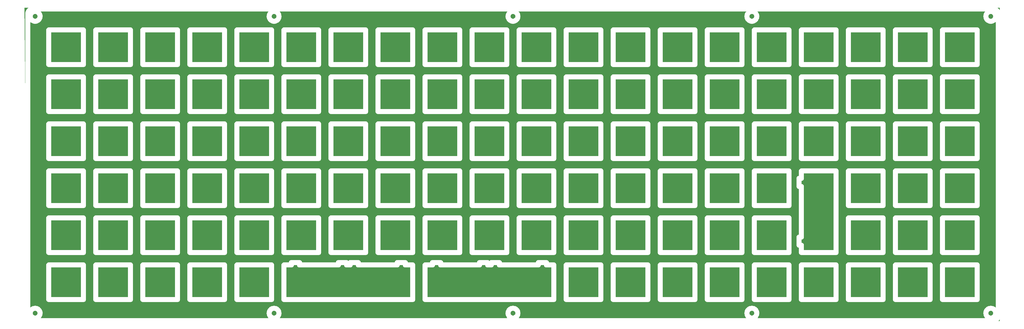
<source format=gbr>
G04 EAGLE Gerber RS-274X export*
G75*
%MOMM*%
%FSLAX34Y34*%
%LPD*%
%INTop Copper*%
%IPPOS*%
%AMOC8*
5,1,8,0,0,1.08239X$1,22.5*%
G01*

G36*
X975969Y12675D02*
X975969Y12675D01*
X975971Y12675D01*
X975971Y12676D01*
X975972Y12677D01*
X975971Y12679D01*
X975971Y12681D01*
X975366Y13288D01*
X974138Y14337D01*
X973948Y14710D01*
X973947Y14711D01*
X973651Y15008D01*
X973035Y16501D01*
X970570Y21341D01*
X969725Y22713D01*
X969658Y23130D01*
X969657Y23131D01*
X969658Y23132D01*
X969466Y23508D01*
X969340Y25115D01*
X968469Y30541D01*
X968089Y32143D01*
X968090Y32146D01*
X968090Y32147D01*
X968090Y32151D01*
X968091Y32155D01*
X968092Y32159D01*
X968092Y32163D01*
X968092Y32164D01*
X968093Y32168D01*
X968096Y32185D01*
X968096Y32189D01*
X968097Y32193D01*
X968098Y32197D01*
X968098Y32198D01*
X968099Y32202D01*
X968099Y32206D01*
X968100Y32210D01*
X968101Y32214D01*
X968101Y32215D01*
X968101Y32219D01*
X968105Y32240D01*
X968105Y32244D01*
X968106Y32248D01*
X968106Y32249D01*
X968107Y32253D01*
X968107Y32257D01*
X968108Y32261D01*
X968109Y32265D01*
X968109Y32266D01*
X968109Y32270D01*
X968110Y32270D01*
X968109Y32270D01*
X968110Y32274D01*
X968114Y32295D01*
X968114Y32299D01*
X968114Y32300D01*
X968115Y32304D01*
X968116Y32308D01*
X968116Y32312D01*
X968117Y32316D01*
X968117Y32317D01*
X968118Y32321D01*
X968118Y32325D01*
X968122Y32346D01*
X968122Y32350D01*
X968123Y32350D01*
X968122Y32351D01*
X968123Y32355D01*
X968124Y32359D01*
X968125Y32363D01*
X968125Y32367D01*
X968125Y32368D01*
X968126Y32372D01*
X968127Y32376D01*
X968127Y32380D01*
X968131Y32401D01*
X968131Y32402D01*
X968131Y32406D01*
X968132Y32410D01*
X968133Y32414D01*
X968133Y32418D01*
X968133Y32419D01*
X968134Y32423D01*
X968135Y32427D01*
X968136Y32431D01*
X968139Y32452D01*
X968140Y32457D01*
X968140Y32461D01*
X968141Y32465D01*
X968142Y32469D01*
X968142Y32470D01*
X968142Y32474D01*
X968143Y32478D01*
X968144Y32482D01*
X968144Y32486D01*
X968144Y32487D01*
X968148Y32508D01*
X968149Y32512D01*
X968149Y32516D01*
X968150Y32520D01*
X968150Y32521D01*
X968151Y32525D01*
X968150Y32525D01*
X968151Y32525D01*
X968150Y32525D01*
X968151Y32526D01*
X968089Y32908D01*
X968092Y32920D01*
X968100Y32954D01*
X968103Y32967D01*
X968111Y33001D01*
X968114Y33013D01*
X968123Y33047D01*
X968123Y33048D01*
X968126Y33060D01*
X968134Y33094D01*
X968137Y33107D01*
X968148Y33154D01*
X968159Y33200D01*
X968159Y33201D01*
X968162Y33213D01*
X968170Y33247D01*
X968173Y33260D01*
X968181Y33294D01*
X968184Y33307D01*
X968192Y33341D01*
X968195Y33353D01*
X968203Y33387D01*
X968203Y33388D01*
X968206Y33400D01*
X968215Y33434D01*
X968218Y33447D01*
X968226Y33481D01*
X968229Y33494D01*
X968240Y33540D01*
X968240Y33541D01*
X968251Y33587D01*
X968254Y33600D01*
X968262Y33634D01*
X968265Y33647D01*
X968273Y33681D01*
X968276Y33693D01*
X968284Y33727D01*
X968284Y33728D01*
X968287Y33740D01*
X968295Y33774D01*
X968298Y33787D01*
X968299Y33787D01*
X968307Y33821D01*
X968310Y33834D01*
X968318Y33868D01*
X968321Y33880D01*
X968321Y33881D01*
X968332Y33927D01*
X968343Y33974D01*
X968346Y33987D01*
X968354Y34021D01*
X968357Y34033D01*
X968365Y34067D01*
X968365Y34068D01*
X968368Y34080D01*
X968376Y34114D01*
X968379Y34127D01*
X968387Y34161D01*
X968388Y34161D01*
X968387Y34161D01*
X968391Y34174D01*
X968399Y34208D01*
X968402Y34220D01*
X968402Y34221D01*
X968410Y34254D01*
X968410Y34255D01*
X968413Y34267D01*
X968424Y34314D01*
X968435Y34361D01*
X968438Y34373D01*
X968446Y34407D01*
X968446Y34408D01*
X968449Y34420D01*
X968457Y34454D01*
X968460Y34467D01*
X968468Y34501D01*
X968470Y34510D01*
X968471Y34510D01*
X968471Y34514D01*
X968472Y34518D01*
X968473Y34522D01*
X968473Y34526D01*
X968473Y34527D01*
X968474Y34531D01*
X968477Y34552D01*
X968478Y34556D01*
X968479Y34560D01*
X968479Y34561D01*
X968479Y34565D01*
X968480Y34569D01*
X968481Y34573D01*
X968481Y34577D01*
X968481Y34578D01*
X968482Y34582D01*
X968486Y34603D01*
X968486Y34607D01*
X968487Y34611D01*
X968487Y34612D01*
X968488Y34616D01*
X968488Y34620D01*
X968489Y34624D01*
X968490Y34628D01*
X968490Y34629D01*
X968490Y34633D01*
X968491Y34637D01*
X968494Y34654D01*
X968494Y34658D01*
X968495Y34662D01*
X968495Y34663D01*
X968496Y34667D01*
X968496Y34671D01*
X968497Y34671D01*
X968496Y34671D01*
X968497Y34675D01*
X968498Y34679D01*
X968498Y34680D01*
X968499Y34684D01*
X968499Y34688D01*
X968503Y34709D01*
X968503Y34713D01*
X968503Y34714D01*
X968504Y34718D01*
X968505Y34722D01*
X968505Y34726D01*
X968506Y34730D01*
X968506Y34731D01*
X968507Y34735D01*
X968507Y34739D01*
X968511Y34760D01*
X968512Y34764D01*
X968512Y34765D01*
X968512Y34769D01*
X968513Y34773D01*
X968514Y34777D01*
X968514Y34781D01*
X968514Y34782D01*
X968515Y34786D01*
X968516Y34790D01*
X968519Y34811D01*
X968520Y34815D01*
X968520Y34816D01*
X968520Y34820D01*
X968521Y34824D01*
X968522Y34828D01*
X968523Y34832D01*
X968523Y34833D01*
X968523Y34837D01*
X968524Y34841D01*
X968525Y34845D01*
X968527Y34862D01*
X968528Y34866D01*
X968528Y34867D01*
X968529Y34871D01*
X968529Y34875D01*
X968530Y34879D01*
X968531Y34883D01*
X968531Y34884D01*
X968531Y34888D01*
X968532Y34892D01*
X968533Y34896D01*
X968536Y34917D01*
X968536Y34918D01*
X968537Y34922D01*
X968538Y34926D01*
X968538Y34930D01*
X968539Y34934D01*
X968539Y34935D01*
X968540Y34939D01*
X968540Y34943D01*
X968541Y34947D01*
X968544Y34968D01*
X968544Y34969D01*
X968545Y34973D01*
X968546Y34977D01*
X968546Y34981D01*
X968547Y34981D01*
X968546Y34981D01*
X968547Y34985D01*
X968547Y34986D01*
X968548Y34990D01*
X968549Y34994D01*
X968549Y34998D01*
X968553Y35019D01*
X968553Y35020D01*
X968553Y35024D01*
X968554Y35028D01*
X968555Y35032D01*
X968555Y35036D01*
X968555Y35037D01*
X968556Y35041D01*
X968557Y35045D01*
X968557Y35049D01*
X968558Y35053D01*
X968558Y35054D01*
X968561Y35070D01*
X968562Y35075D01*
X968562Y35079D01*
X968563Y35083D01*
X968564Y35087D01*
X968564Y35088D01*
X968564Y35092D01*
X968565Y35096D01*
X968566Y35100D01*
X968566Y35104D01*
X968566Y35105D01*
X968570Y35126D01*
X968570Y35130D01*
X968571Y35134D01*
X968572Y35138D01*
X968572Y35139D01*
X968573Y35143D01*
X968573Y35147D01*
X968574Y35151D01*
X968575Y35155D01*
X968575Y35156D01*
X968578Y35177D01*
X968579Y35181D01*
X968579Y35185D01*
X968580Y35189D01*
X968580Y35190D01*
X968581Y35194D01*
X968581Y35198D01*
X968582Y35202D01*
X968583Y35206D01*
X968583Y35207D01*
X968586Y35228D01*
X968587Y35232D01*
X968588Y35236D01*
X968588Y35240D01*
X968588Y35241D01*
X968589Y35245D01*
X968590Y35249D01*
X968590Y35253D01*
X968591Y35257D01*
X968591Y35258D01*
X968592Y35262D01*
X968595Y35283D01*
X968596Y35287D01*
X968596Y35291D01*
X968597Y35291D01*
X968596Y35292D01*
X968597Y35296D01*
X968598Y35300D01*
X968599Y35304D01*
X968599Y35308D01*
X968599Y35309D01*
X968600Y35313D01*
X968603Y35334D01*
X968604Y35338D01*
X968605Y35342D01*
X968605Y35343D01*
X968605Y35347D01*
X968606Y35351D01*
X968607Y35355D01*
X968607Y35359D01*
X968607Y35360D01*
X968608Y35364D01*
X968612Y35385D01*
X968612Y35389D01*
X968613Y35393D01*
X968613Y35394D01*
X968614Y35398D01*
X968614Y35402D01*
X968615Y35406D01*
X968616Y35410D01*
X968616Y35411D01*
X968616Y35415D01*
X968617Y35419D01*
X968620Y35436D01*
X968620Y35440D01*
X968621Y35444D01*
X968621Y35445D01*
X968622Y35449D01*
X968623Y35453D01*
X968623Y35457D01*
X968624Y35461D01*
X968624Y35462D01*
X968625Y35466D01*
X968625Y35470D01*
X968629Y35491D01*
X968629Y35495D01*
X968629Y35496D01*
X968630Y35500D01*
X968631Y35504D01*
X968631Y35508D01*
X968632Y35512D01*
X968632Y35513D01*
X968633Y35517D01*
X968633Y35521D01*
X968634Y35521D01*
X968633Y35521D01*
X968637Y35542D01*
X968638Y35546D01*
X968638Y35547D01*
X968638Y35551D01*
X968639Y35555D01*
X968640Y35559D01*
X968640Y35563D01*
X968640Y35564D01*
X968641Y35568D01*
X968642Y35572D01*
X968645Y35593D01*
X968646Y35597D01*
X968646Y35598D01*
X968646Y35602D01*
X968647Y35602D01*
X968646Y35602D01*
X968647Y35606D01*
X968648Y35610D01*
X968649Y35614D01*
X968649Y35615D01*
X968649Y35619D01*
X968650Y35623D01*
X968651Y35627D01*
X968653Y35644D01*
X968654Y35648D01*
X968654Y35649D01*
X968655Y35653D01*
X968655Y35657D01*
X968656Y35661D01*
X968657Y35665D01*
X968657Y35666D01*
X968657Y35670D01*
X968658Y35674D01*
X968659Y35678D01*
X968662Y35699D01*
X968662Y35700D01*
X968663Y35704D01*
X968664Y35708D01*
X968664Y35712D01*
X968665Y35716D01*
X968665Y35717D01*
X968666Y35721D01*
X968666Y35725D01*
X968667Y35729D01*
X968670Y35750D01*
X968670Y35751D01*
X968671Y35755D01*
X968672Y35759D01*
X968673Y35763D01*
X968673Y35767D01*
X968673Y35768D01*
X968674Y35772D01*
X968675Y35776D01*
X968675Y35780D01*
X968679Y35801D01*
X968679Y35802D01*
X968679Y35806D01*
X968680Y35810D01*
X968681Y35814D01*
X968681Y35818D01*
X968681Y35819D01*
X968682Y35823D01*
X968683Y35827D01*
X968683Y35831D01*
X968684Y35831D01*
X968683Y35831D01*
X968684Y35835D01*
X968684Y35836D01*
X968687Y35852D01*
X968688Y35857D01*
X968688Y35861D01*
X968689Y35865D01*
X968690Y35869D01*
X968690Y35870D01*
X968690Y35874D01*
X968691Y35878D01*
X968692Y35882D01*
X968692Y35886D01*
X968692Y35887D01*
X968696Y35908D01*
X968696Y35912D01*
X968697Y35912D01*
X968696Y35912D01*
X968697Y35916D01*
X968698Y35920D01*
X968698Y35921D01*
X968699Y35925D01*
X968699Y35929D01*
X968700Y35933D01*
X968701Y35937D01*
X968701Y35938D01*
X968704Y35959D01*
X968705Y35963D01*
X968705Y35967D01*
X968706Y35971D01*
X968706Y35972D01*
X968707Y35976D01*
X968707Y35980D01*
X968708Y35984D01*
X968709Y35988D01*
X968709Y35989D01*
X968712Y36010D01*
X968713Y36014D01*
X968714Y36018D01*
X968714Y36022D01*
X968714Y36023D01*
X968715Y36027D01*
X968716Y36031D01*
X968716Y36035D01*
X968717Y36039D01*
X968717Y36040D01*
X968718Y36044D01*
X968720Y36061D01*
X968721Y36065D01*
X968722Y36069D01*
X968723Y36073D01*
X968723Y36074D01*
X968723Y36078D01*
X968724Y36082D01*
X968725Y36086D01*
X968725Y36090D01*
X968725Y36091D01*
X968726Y36095D01*
X968729Y36116D01*
X968730Y36120D01*
X968731Y36124D01*
X968731Y36125D01*
X968731Y36129D01*
X968732Y36133D01*
X968733Y36137D01*
X968733Y36141D01*
X968734Y36141D01*
X968733Y36142D01*
X968734Y36146D01*
X968738Y36167D01*
X968738Y36171D01*
X968739Y36175D01*
X968739Y36176D01*
X968740Y36180D01*
X968740Y36184D01*
X968741Y36188D01*
X968742Y36192D01*
X968742Y36193D01*
X968742Y36197D01*
X968746Y36218D01*
X968746Y36222D01*
X968747Y36222D01*
X968746Y36222D01*
X968747Y36226D01*
X968747Y36227D01*
X968748Y36231D01*
X968749Y36235D01*
X968749Y36239D01*
X968750Y36243D01*
X968750Y36244D01*
X968751Y36248D01*
X968751Y36252D01*
X968755Y36273D01*
X968755Y36277D01*
X968755Y36278D01*
X968756Y36282D01*
X968757Y36286D01*
X968757Y36290D01*
X968758Y36294D01*
X968758Y36295D01*
X968759Y36299D01*
X968760Y36303D01*
X968763Y36324D01*
X968764Y36328D01*
X968764Y36329D01*
X968764Y36333D01*
X968765Y36337D01*
X968766Y36341D01*
X968766Y36345D01*
X968766Y36346D01*
X968767Y36350D01*
X968768Y36354D01*
X968771Y36375D01*
X968772Y36379D01*
X968772Y36380D01*
X968773Y36384D01*
X968773Y36388D01*
X968774Y36392D01*
X968775Y36396D01*
X968775Y36397D01*
X968775Y36401D01*
X968776Y36405D01*
X968777Y36409D01*
X968779Y36426D01*
X968780Y36430D01*
X968780Y36431D01*
X968781Y36435D01*
X968781Y36439D01*
X968782Y36443D01*
X968783Y36447D01*
X968783Y36448D01*
X968783Y36452D01*
X968784Y36452D01*
X968783Y36452D01*
X968784Y36456D01*
X968785Y36460D01*
X968788Y36481D01*
X968788Y36482D01*
X968789Y36486D01*
X968790Y36490D01*
X968790Y36494D01*
X968791Y36498D01*
X968791Y36499D01*
X968792Y36503D01*
X968792Y36507D01*
X968793Y36511D01*
X968796Y36532D01*
X968797Y36532D01*
X968797Y36533D01*
X968797Y36537D01*
X968798Y36541D01*
X968799Y36545D01*
X968799Y36549D01*
X968799Y36550D01*
X968800Y36554D01*
X968801Y36558D01*
X968801Y36562D01*
X968805Y36583D01*
X968805Y36584D01*
X968805Y36588D01*
X968806Y36592D01*
X968807Y36596D01*
X968807Y36600D01*
X968807Y36601D01*
X968808Y36605D01*
X968809Y36609D01*
X968810Y36613D01*
X968810Y36617D01*
X968810Y36618D01*
X968813Y36634D01*
X968814Y36639D01*
X968814Y36643D01*
X968815Y36647D01*
X968816Y36651D01*
X968816Y36652D01*
X968816Y36656D01*
X968817Y36660D01*
X968818Y36664D01*
X968818Y36668D01*
X968818Y36669D01*
X968822Y36690D01*
X968823Y36694D01*
X968823Y36698D01*
X968824Y36702D01*
X968824Y36703D01*
X968825Y36707D01*
X968825Y36711D01*
X968826Y36715D01*
X968827Y36719D01*
X968827Y36720D01*
X968830Y36741D01*
X968831Y36745D01*
X968831Y36749D01*
X968832Y36753D01*
X968832Y36754D01*
X968833Y36758D01*
X968833Y36762D01*
X968834Y36762D01*
X968833Y36762D01*
X968834Y36766D01*
X968835Y36770D01*
X968835Y36771D01*
X968838Y36792D01*
X968839Y36796D01*
X968840Y36800D01*
X968840Y36804D01*
X968840Y36805D01*
X968841Y36809D01*
X968842Y36813D01*
X968842Y36817D01*
X968843Y36821D01*
X968843Y36822D01*
X968844Y36826D01*
X968846Y36843D01*
X968847Y36843D01*
X968847Y36847D01*
X968848Y36851D01*
X968849Y36855D01*
X968849Y36856D01*
X968849Y36860D01*
X968850Y36864D01*
X968851Y36868D01*
X968851Y36872D01*
X968851Y36873D01*
X968852Y36877D01*
X968855Y36898D01*
X968856Y36902D01*
X968857Y36906D01*
X968857Y36907D01*
X968857Y36911D01*
X968858Y36915D01*
X968859Y36919D01*
X968860Y36923D01*
X968860Y36924D01*
X968860Y36928D01*
X968864Y36949D01*
X968864Y36953D01*
X968865Y36957D01*
X968865Y36958D01*
X968866Y36962D01*
X968866Y36966D01*
X968867Y36970D01*
X968868Y36974D01*
X968868Y36975D01*
X968868Y36979D01*
X968872Y37000D01*
X968873Y37004D01*
X968873Y37008D01*
X968873Y37009D01*
X968874Y37013D01*
X968875Y37017D01*
X968875Y37021D01*
X968876Y37025D01*
X968876Y37026D01*
X968877Y37030D01*
X968877Y37034D01*
X968880Y37051D01*
X968881Y37055D01*
X968881Y37059D01*
X968881Y37060D01*
X968882Y37064D01*
X968883Y37068D01*
X968883Y37072D01*
X968884Y37072D01*
X968883Y37072D01*
X968884Y37076D01*
X968884Y37077D01*
X968885Y37081D01*
X968886Y37085D01*
X968889Y37106D01*
X968890Y37110D01*
X968890Y37111D01*
X968890Y37115D01*
X968891Y37119D01*
X968892Y37123D01*
X968892Y37127D01*
X968892Y37128D01*
X968893Y37132D01*
X968894Y37136D01*
X968897Y37157D01*
X968898Y37161D01*
X968898Y37162D01*
X968899Y37166D01*
X968899Y37170D01*
X968900Y37174D01*
X968901Y37178D01*
X968901Y37179D01*
X968901Y37183D01*
X968902Y37187D01*
X968905Y37208D01*
X968906Y37212D01*
X968906Y37213D01*
X968907Y37217D01*
X968907Y37221D01*
X968908Y37225D01*
X968909Y37229D01*
X968909Y37230D01*
X968910Y37234D01*
X968910Y37238D01*
X968911Y37242D01*
X968914Y37263D01*
X968914Y37264D01*
X968915Y37268D01*
X968916Y37272D01*
X968916Y37276D01*
X968917Y37280D01*
X968917Y37281D01*
X968918Y37285D01*
X968918Y37289D01*
X968919Y37293D01*
X968923Y37314D01*
X968923Y37315D01*
X968923Y37319D01*
X968924Y37323D01*
X968925Y37327D01*
X968925Y37331D01*
X968925Y37332D01*
X968926Y37336D01*
X968927Y37340D01*
X968927Y37344D01*
X968931Y37365D01*
X968931Y37366D01*
X968931Y37370D01*
X968932Y37374D01*
X968933Y37378D01*
X968933Y37382D01*
X968934Y37382D01*
X968933Y37383D01*
X968934Y37387D01*
X968935Y37391D01*
X968936Y37395D01*
X968936Y37399D01*
X968936Y37400D01*
X968939Y37416D01*
X968940Y37421D01*
X968940Y37425D01*
X968941Y37429D01*
X968942Y37433D01*
X968942Y37434D01*
X968942Y37438D01*
X968943Y37442D01*
X968944Y37446D01*
X968944Y37450D01*
X968944Y37451D01*
X968948Y37472D01*
X968949Y37476D01*
X968949Y37480D01*
X968950Y37484D01*
X968950Y37485D01*
X968951Y37489D01*
X968951Y37493D01*
X968952Y37497D01*
X968953Y37501D01*
X968953Y37502D01*
X968956Y37523D01*
X968957Y37527D01*
X968957Y37531D01*
X968958Y37535D01*
X968958Y37536D01*
X968959Y37540D01*
X968960Y37544D01*
X968960Y37548D01*
X968961Y37552D01*
X968961Y37553D01*
X968964Y37574D01*
X968965Y37578D01*
X968966Y37582D01*
X968966Y37586D01*
X968966Y37587D01*
X968967Y37591D01*
X968968Y37595D01*
X968968Y37599D01*
X968969Y37603D01*
X968969Y37604D01*
X968970Y37608D01*
X968973Y37625D01*
X968973Y37629D01*
X968974Y37633D01*
X968975Y37637D01*
X968975Y37638D01*
X968975Y37642D01*
X968976Y37646D01*
X968977Y37650D01*
X968977Y37654D01*
X968977Y37655D01*
X968978Y37659D01*
X968981Y37680D01*
X968982Y37684D01*
X968983Y37688D01*
X968983Y37689D01*
X968983Y37693D01*
X968984Y37693D01*
X968983Y37693D01*
X968984Y37697D01*
X968985Y37701D01*
X968986Y37705D01*
X968986Y37706D01*
X968986Y37710D01*
X968990Y37731D01*
X968990Y37735D01*
X968991Y37739D01*
X968991Y37740D01*
X968992Y37744D01*
X968992Y37748D01*
X968993Y37752D01*
X968994Y37756D01*
X968994Y37757D01*
X968994Y37761D01*
X968998Y37782D01*
X968999Y37786D01*
X968999Y37790D01*
X968999Y37791D01*
X969000Y37795D01*
X969001Y37799D01*
X969001Y37803D01*
X969002Y37807D01*
X969002Y37808D01*
X969003Y37812D01*
X969003Y37816D01*
X969006Y37833D01*
X969007Y37837D01*
X969007Y37841D01*
X969007Y37842D01*
X969008Y37846D01*
X969009Y37850D01*
X969010Y37854D01*
X969010Y37858D01*
X969010Y37859D01*
X969011Y37863D01*
X969012Y37867D01*
X969015Y37888D01*
X969016Y37892D01*
X969016Y37893D01*
X969016Y37897D01*
X969017Y37901D01*
X969018Y37905D01*
X969018Y37909D01*
X969018Y37910D01*
X969019Y37914D01*
X969020Y37918D01*
X969023Y37939D01*
X969024Y37943D01*
X969024Y37944D01*
X969025Y37948D01*
X969025Y37952D01*
X969026Y37956D01*
X969027Y37960D01*
X969027Y37961D01*
X969027Y37965D01*
X969028Y37969D01*
X969031Y37990D01*
X969032Y37994D01*
X969032Y37995D01*
X969033Y37999D01*
X969033Y38003D01*
X969034Y38003D01*
X969033Y38003D01*
X969034Y38007D01*
X969035Y38011D01*
X969035Y38012D01*
X969036Y38016D01*
X969036Y38020D01*
X969037Y38024D01*
X969040Y38041D01*
X969040Y38045D01*
X969040Y38046D01*
X969041Y38050D01*
X969042Y38054D01*
X969042Y38058D01*
X969043Y38062D01*
X969043Y38063D01*
X969044Y38067D01*
X969044Y38071D01*
X969045Y38075D01*
X969049Y38096D01*
X969049Y38097D01*
X969049Y38101D01*
X969050Y38105D01*
X969051Y38109D01*
X969051Y38113D01*
X969051Y38114D01*
X969052Y38118D01*
X969053Y38122D01*
X969053Y38126D01*
X969057Y38147D01*
X969057Y38148D01*
X969057Y38152D01*
X969058Y38156D01*
X969059Y38160D01*
X969060Y38164D01*
X969060Y38165D01*
X969060Y38169D01*
X969061Y38173D01*
X969062Y38177D01*
X969062Y38181D01*
X969062Y38182D01*
X969065Y38198D01*
X969066Y38203D01*
X969066Y38207D01*
X969067Y38211D01*
X969068Y38215D01*
X969068Y38216D01*
X969068Y38220D01*
X969069Y38224D01*
X969070Y38228D01*
X969070Y38232D01*
X969071Y38232D01*
X969070Y38233D01*
X969074Y38254D01*
X969075Y38258D01*
X969075Y38262D01*
X969076Y38266D01*
X969076Y38267D01*
X969077Y38271D01*
X969077Y38275D01*
X969078Y38279D01*
X969079Y38283D01*
X969079Y38284D01*
X969082Y38305D01*
X969083Y38309D01*
X969083Y38313D01*
X969084Y38313D01*
X969083Y38313D01*
X969084Y38317D01*
X969084Y38318D01*
X969085Y38322D01*
X969086Y38326D01*
X969086Y38330D01*
X969087Y38334D01*
X969087Y38335D01*
X969090Y38356D01*
X969091Y38360D01*
X969092Y38364D01*
X969092Y38368D01*
X969092Y38369D01*
X969093Y38373D01*
X969094Y38377D01*
X969094Y38381D01*
X969095Y38385D01*
X969095Y38386D01*
X969096Y38390D01*
X969099Y38407D01*
X969099Y38411D01*
X969100Y38415D01*
X969101Y38419D01*
X969101Y38420D01*
X969101Y38424D01*
X969102Y38428D01*
X969103Y38432D01*
X969103Y38436D01*
X969103Y38437D01*
X969104Y38441D01*
X969107Y38462D01*
X969108Y38466D01*
X969109Y38470D01*
X969109Y38471D01*
X969110Y38475D01*
X969110Y38479D01*
X969111Y38483D01*
X969112Y38487D01*
X969112Y38488D01*
X969112Y38492D01*
X969116Y38513D01*
X969116Y38517D01*
X969117Y38521D01*
X969117Y38522D01*
X969118Y38526D01*
X969118Y38530D01*
X969119Y38534D01*
X969120Y38538D01*
X969120Y38539D01*
X969120Y38543D01*
X969121Y38543D01*
X969120Y38543D01*
X969124Y38564D01*
X969125Y38568D01*
X969125Y38572D01*
X969125Y38573D01*
X969126Y38577D01*
X969127Y38581D01*
X969127Y38585D01*
X969128Y38589D01*
X969128Y38590D01*
X969129Y38594D01*
X969129Y38598D01*
X969132Y38615D01*
X969133Y38619D01*
X969133Y38623D01*
X969134Y38623D01*
X969133Y38624D01*
X969134Y38628D01*
X969135Y38632D01*
X969136Y38636D01*
X969136Y38640D01*
X969136Y38641D01*
X969137Y38645D01*
X969138Y38649D01*
X969141Y38670D01*
X969142Y38674D01*
X969142Y38675D01*
X969142Y38679D01*
X969143Y38683D01*
X969144Y38687D01*
X969144Y38691D01*
X969144Y38692D01*
X969145Y38696D01*
X969146Y38700D01*
X969149Y38721D01*
X969150Y38725D01*
X969150Y38726D01*
X969151Y38730D01*
X969151Y38734D01*
X969152Y38738D01*
X969153Y38742D01*
X969153Y38743D01*
X969153Y38747D01*
X969154Y38751D01*
X969157Y38772D01*
X969158Y38776D01*
X969158Y38777D01*
X969159Y38781D01*
X969160Y38785D01*
X969160Y38789D01*
X969161Y38793D01*
X969161Y38794D01*
X969162Y38798D01*
X969162Y38802D01*
X969163Y38806D01*
X969166Y38823D01*
X969166Y38827D01*
X969166Y38828D01*
X969167Y38832D01*
X969168Y38836D01*
X969168Y38840D01*
X969169Y38844D01*
X969169Y38845D01*
X969170Y38849D01*
X969170Y38853D01*
X969171Y38853D01*
X969170Y38853D01*
X969171Y38857D01*
X969175Y38878D01*
X969175Y38879D01*
X969175Y38883D01*
X969176Y38887D01*
X969177Y38891D01*
X969177Y38895D01*
X969177Y38896D01*
X969178Y38900D01*
X969179Y38904D01*
X969179Y38908D01*
X969183Y38929D01*
X969183Y38930D01*
X969183Y38934D01*
X969184Y38934D01*
X969183Y38934D01*
X969184Y38938D01*
X969185Y38942D01*
X969186Y38946D01*
X969186Y38947D01*
X969186Y38951D01*
X969187Y38955D01*
X969188Y38959D01*
X969191Y38980D01*
X969191Y38981D01*
X969192Y38985D01*
X969192Y38989D01*
X969193Y38993D01*
X969194Y38997D01*
X969194Y38998D01*
X969194Y39002D01*
X969195Y39006D01*
X969196Y39010D01*
X969197Y39014D01*
X969197Y39015D01*
X969199Y39031D01*
X969200Y39036D01*
X969201Y39040D01*
X969201Y39044D01*
X969202Y39048D01*
X969202Y39049D01*
X969203Y39053D01*
X969203Y39057D01*
X969204Y39061D01*
X969205Y39065D01*
X969205Y39066D01*
X969208Y39087D01*
X969209Y39091D01*
X969210Y39095D01*
X969210Y39099D01*
X969210Y39100D01*
X969211Y39104D01*
X969212Y39108D01*
X969212Y39112D01*
X969213Y39116D01*
X969213Y39117D01*
X969216Y39138D01*
X969217Y39142D01*
X969218Y39146D01*
X969218Y39150D01*
X969218Y39151D01*
X969219Y39155D01*
X969220Y39159D01*
X969220Y39163D01*
X969221Y39163D01*
X969220Y39163D01*
X969221Y39167D01*
X969221Y39168D01*
X969222Y39172D01*
X969225Y39189D01*
X969225Y39193D01*
X969226Y39197D01*
X969227Y39201D01*
X969227Y39202D01*
X969227Y39206D01*
X969228Y39210D01*
X969229Y39214D01*
X969229Y39218D01*
X969229Y39219D01*
X969230Y39223D01*
X969233Y39244D01*
X969234Y39244D01*
X969234Y39248D01*
X969235Y39252D01*
X969235Y39253D01*
X969236Y39257D01*
X969236Y39261D01*
X969237Y39265D01*
X969238Y39269D01*
X969238Y39270D01*
X969238Y39274D01*
X969242Y39295D01*
X969242Y39299D01*
X969243Y39303D01*
X969243Y39304D01*
X969244Y39308D01*
X969244Y39312D01*
X969245Y39316D01*
X969246Y39320D01*
X969246Y39321D01*
X969247Y39325D01*
X969250Y39346D01*
X969251Y39350D01*
X969251Y39354D01*
X969251Y39355D01*
X969252Y39359D01*
X969253Y39363D01*
X969253Y39367D01*
X969254Y39371D01*
X969254Y39372D01*
X969255Y39376D01*
X969255Y39380D01*
X969258Y39397D01*
X969259Y39401D01*
X969260Y39405D01*
X969260Y39406D01*
X969260Y39410D01*
X969261Y39414D01*
X969262Y39418D01*
X969262Y39422D01*
X969262Y39423D01*
X969263Y39427D01*
X969264Y39431D01*
X969267Y39452D01*
X969268Y39456D01*
X969268Y39457D01*
X969268Y39461D01*
X969269Y39465D01*
X969270Y39469D01*
X969270Y39473D01*
X969271Y39473D01*
X969270Y39474D01*
X969271Y39478D01*
X969272Y39482D01*
X969275Y39503D01*
X969276Y39507D01*
X969276Y39508D01*
X969277Y39512D01*
X969277Y39516D01*
X969278Y39520D01*
X969279Y39524D01*
X969279Y39525D01*
X969279Y39529D01*
X969280Y39533D01*
X969283Y39554D01*
X969284Y39554D01*
X969284Y39558D01*
X969284Y39559D01*
X969285Y39563D01*
X969286Y39567D01*
X969286Y39571D01*
X969287Y39575D01*
X969287Y39576D01*
X969288Y39580D01*
X969288Y39584D01*
X969289Y39588D01*
X969292Y39605D01*
X969292Y39609D01*
X969292Y39610D01*
X969293Y39614D01*
X969294Y39618D01*
X969294Y39622D01*
X969295Y39626D01*
X969295Y39627D01*
X969296Y39631D01*
X969297Y39635D01*
X969297Y39639D01*
X969301Y39660D01*
X969301Y39661D01*
X969301Y39665D01*
X969302Y39669D01*
X969303Y39673D01*
X969303Y39677D01*
X969303Y39678D01*
X969304Y39682D01*
X969305Y39686D01*
X969305Y39690D01*
X969309Y39711D01*
X969309Y39712D01*
X969310Y39716D01*
X969310Y39720D01*
X969311Y39724D01*
X969312Y39728D01*
X969312Y39729D01*
X969312Y39733D01*
X969313Y39737D01*
X969314Y39741D01*
X969317Y39762D01*
X969317Y39763D01*
X969318Y39767D01*
X969318Y39771D01*
X969319Y39775D01*
X969320Y39779D01*
X969320Y39780D01*
X969320Y39784D01*
X969321Y39784D01*
X969320Y39784D01*
X969321Y39788D01*
X969322Y39792D01*
X969323Y39796D01*
X969323Y39797D01*
X969325Y39813D01*
X969326Y39818D01*
X969327Y39822D01*
X969327Y39826D01*
X969328Y39830D01*
X969328Y39831D01*
X969329Y39835D01*
X969329Y39839D01*
X969330Y39843D01*
X969331Y39847D01*
X969331Y39848D01*
X969334Y39869D01*
X969335Y39873D01*
X969336Y39877D01*
X969336Y39881D01*
X969336Y39882D01*
X969337Y39886D01*
X969338Y39890D01*
X969338Y39894D01*
X969339Y39898D01*
X969339Y39899D01*
X969340Y39904D01*
X969340Y39905D01*
X969466Y41508D01*
X969659Y41888D01*
X969660Y41889D01*
X969660Y41892D01*
X969663Y41909D01*
X969664Y41913D01*
X969664Y41917D01*
X969665Y41921D01*
X969665Y41922D01*
X969666Y41926D01*
X969666Y41930D01*
X969667Y41934D01*
X969668Y41938D01*
X969668Y41939D01*
X969670Y41955D01*
X969671Y41955D01*
X969671Y41960D01*
X969672Y41964D01*
X969673Y41968D01*
X969673Y41972D01*
X969673Y41973D01*
X969674Y41977D01*
X969675Y41981D01*
X969675Y41985D01*
X969679Y42006D01*
X969679Y42007D01*
X969679Y42011D01*
X969680Y42015D01*
X969681Y42019D01*
X969681Y42023D01*
X969681Y42024D01*
X969682Y42028D01*
X969683Y42032D01*
X969684Y42036D01*
X969686Y42053D01*
X969687Y42057D01*
X969687Y42058D01*
X969688Y42062D01*
X969688Y42066D01*
X969689Y42070D01*
X969690Y42074D01*
X969690Y42075D01*
X969690Y42079D01*
X969691Y42083D01*
X969694Y42100D01*
X969694Y42104D01*
X969695Y42108D01*
X969695Y42109D01*
X969696Y42113D01*
X969697Y42117D01*
X969697Y42121D01*
X969698Y42125D01*
X969698Y42126D01*
X969699Y42130D01*
X969702Y42151D01*
X969703Y42155D01*
X969703Y42159D01*
X969703Y42160D01*
X969704Y42164D01*
X969705Y42168D01*
X969705Y42172D01*
X969706Y42176D01*
X969706Y42177D01*
X969707Y42181D01*
X969710Y42198D01*
X969710Y42202D01*
X969711Y42206D01*
X969712Y42210D01*
X969712Y42211D01*
X969712Y42215D01*
X969713Y42219D01*
X969714Y42223D01*
X969714Y42227D01*
X969714Y42228D01*
X969717Y42244D01*
X969718Y42249D01*
X969718Y42253D01*
X969719Y42257D01*
X969720Y42261D01*
X969720Y42262D01*
X969720Y42266D01*
X969721Y42266D01*
X969720Y42266D01*
X969721Y42270D01*
X969722Y42274D01*
X969725Y42295D01*
X969725Y42296D01*
X969726Y42300D01*
X969727Y42304D01*
X969727Y42308D01*
X969728Y42309D01*
X970571Y43678D01*
X970572Y43679D01*
X973032Y48507D01*
X973031Y48508D01*
X973032Y48508D01*
X973642Y49995D01*
X973943Y50297D01*
X973943Y50298D01*
X973944Y50298D01*
X974138Y50679D01*
X975360Y51723D01*
X979210Y55596D01*
X980277Y56844D01*
X980626Y57022D01*
X980627Y57022D01*
X980903Y57300D01*
X982418Y57933D01*
X987302Y60417D01*
X987302Y60418D01*
X988684Y61264D01*
X989093Y61328D01*
X989093Y61329D01*
X989094Y61329D01*
X989462Y61516D01*
X991078Y61642D01*
X991078Y61643D01*
X991078Y61642D01*
X996473Y62495D01*
X996473Y62496D01*
X998050Y62874D01*
X998457Y62809D01*
X998458Y62810D01*
X998458Y62809D01*
X998866Y62874D01*
X1000442Y62495D01*
X1000443Y62495D01*
X1005826Y61642D01*
X1005827Y61642D01*
X1007445Y61514D01*
X1007811Y61327D01*
X1007812Y61328D01*
X1007812Y61327D01*
X1008218Y61263D01*
X1009602Y60415D01*
X1014463Y57937D01*
X1014464Y57937D01*
X1015965Y57313D01*
X1016253Y57025D01*
X1016254Y57025D01*
X1016255Y57024D01*
X1016618Y56839D01*
X1017674Y55602D01*
X1021537Y51732D01*
X1022767Y50683D01*
X1022957Y50311D01*
X1022957Y50310D01*
X1023253Y50014D01*
X1023870Y48521D01*
X1023870Y48520D01*
X1026344Y43670D01*
X1026345Y43670D01*
X1026344Y43670D01*
X1027193Y42286D01*
X1027257Y41881D01*
X1027258Y41880D01*
X1027444Y41514D01*
X1027572Y39896D01*
X1027573Y39895D01*
X1028427Y34510D01*
X1028428Y34510D01*
X1028427Y34510D01*
X1028807Y32932D01*
X1028806Y32930D01*
X1028806Y32925D01*
X1028805Y32921D01*
X1028804Y32917D01*
X1028804Y32913D01*
X1028803Y32908D01*
X1028802Y32904D01*
X1028802Y32900D01*
X1028801Y32896D01*
X1028800Y32891D01*
X1028800Y32887D01*
X1028799Y32883D01*
X1028798Y32879D01*
X1028798Y32874D01*
X1028797Y32870D01*
X1028796Y32866D01*
X1028796Y32862D01*
X1028795Y32857D01*
X1028794Y32853D01*
X1028794Y32849D01*
X1028793Y32845D01*
X1028792Y32840D01*
X1028792Y32836D01*
X1028791Y32832D01*
X1028790Y32828D01*
X1028790Y32823D01*
X1028789Y32819D01*
X1028788Y32815D01*
X1028788Y32811D01*
X1028787Y32806D01*
X1028786Y32802D01*
X1028786Y32798D01*
X1028785Y32798D01*
X1028786Y32798D01*
X1028785Y32794D01*
X1028784Y32789D01*
X1028784Y32785D01*
X1028783Y32785D01*
X1028784Y32785D01*
X1028783Y32781D01*
X1028782Y32777D01*
X1028782Y32772D01*
X1028781Y32772D01*
X1028781Y32768D01*
X1028780Y32764D01*
X1028779Y32760D01*
X1028779Y32755D01*
X1028778Y32751D01*
X1028777Y32743D01*
X1028775Y32734D01*
X1028774Y32726D01*
X1028773Y32717D01*
X1028771Y32709D01*
X1028770Y32700D01*
X1028769Y32692D01*
X1028767Y32683D01*
X1028766Y32675D01*
X1028765Y32666D01*
X1028763Y32658D01*
X1028763Y32653D01*
X1028762Y32649D01*
X1028761Y32645D01*
X1028761Y32641D01*
X1028760Y32636D01*
X1028759Y32632D01*
X1028759Y32628D01*
X1028758Y32624D01*
X1028757Y32619D01*
X1028757Y32615D01*
X1028756Y32611D01*
X1028755Y32607D01*
X1028755Y32602D01*
X1028754Y32598D01*
X1028753Y32594D01*
X1028753Y32590D01*
X1028752Y32585D01*
X1028751Y32581D01*
X1028751Y32577D01*
X1028750Y32573D01*
X1028749Y32568D01*
X1028749Y32564D01*
X1028748Y32560D01*
X1028747Y32556D01*
X1028747Y32551D01*
X1028746Y32547D01*
X1028745Y32543D01*
X1028745Y32539D01*
X1028744Y32534D01*
X1028743Y32530D01*
X1028743Y32526D01*
X1028743Y32525D01*
X1028807Y32118D01*
X1028429Y30540D01*
X1028428Y30533D01*
X1028426Y30524D01*
X1028425Y30516D01*
X1028424Y30507D01*
X1028423Y30507D01*
X1028424Y30507D01*
X1028422Y30499D01*
X1028421Y30490D01*
X1028419Y30482D01*
X1028419Y30477D01*
X1028418Y30473D01*
X1028417Y30469D01*
X1028417Y30465D01*
X1028416Y30460D01*
X1028415Y30456D01*
X1028415Y30452D01*
X1028414Y30448D01*
X1028413Y30443D01*
X1028413Y30439D01*
X1028412Y30435D01*
X1028411Y30431D01*
X1028411Y30426D01*
X1028410Y30422D01*
X1028409Y30418D01*
X1028409Y30414D01*
X1028408Y30409D01*
X1028407Y30405D01*
X1028407Y30401D01*
X1028406Y30397D01*
X1028405Y30392D01*
X1028405Y30388D01*
X1028404Y30384D01*
X1028403Y30380D01*
X1028403Y30375D01*
X1028402Y30371D01*
X1028401Y30367D01*
X1028401Y30363D01*
X1028400Y30358D01*
X1028399Y30354D01*
X1028399Y30350D01*
X1028398Y30346D01*
X1028397Y30341D01*
X1028397Y30337D01*
X1028396Y30333D01*
X1028395Y30329D01*
X1028395Y30324D01*
X1028394Y30320D01*
X1028393Y30316D01*
X1028393Y30312D01*
X1028392Y30307D01*
X1028391Y30303D01*
X1028391Y30299D01*
X1028390Y30295D01*
X1028389Y30290D01*
X1028389Y30286D01*
X1028388Y30282D01*
X1028387Y30278D01*
X1028387Y30273D01*
X1028386Y30269D01*
X1028385Y30265D01*
X1028385Y30261D01*
X1028384Y30256D01*
X1028383Y30248D01*
X1028381Y30239D01*
X1028380Y30231D01*
X1028379Y30222D01*
X1028378Y30222D01*
X1028379Y30222D01*
X1028377Y30214D01*
X1028376Y30205D01*
X1028374Y30197D01*
X1028373Y30188D01*
X1028372Y30180D01*
X1028371Y30176D01*
X1028370Y30171D01*
X1028370Y30167D01*
X1028369Y30163D01*
X1028368Y30159D01*
X1028368Y30154D01*
X1028367Y30150D01*
X1028366Y30146D01*
X1028366Y30142D01*
X1028365Y30137D01*
X1028364Y30133D01*
X1028364Y30129D01*
X1028363Y30125D01*
X1028362Y30120D01*
X1028362Y30116D01*
X1028361Y30112D01*
X1028360Y30108D01*
X1028360Y30103D01*
X1028359Y30099D01*
X1028358Y30095D01*
X1028358Y30091D01*
X1028357Y30086D01*
X1028356Y30082D01*
X1028356Y30078D01*
X1028355Y30074D01*
X1028354Y30069D01*
X1028354Y30065D01*
X1028353Y30061D01*
X1028352Y30057D01*
X1028352Y30052D01*
X1028351Y30048D01*
X1028350Y30044D01*
X1028350Y30040D01*
X1028349Y30035D01*
X1028348Y30031D01*
X1028348Y30027D01*
X1028347Y30023D01*
X1028346Y30018D01*
X1028346Y30014D01*
X1028345Y30010D01*
X1028344Y30006D01*
X1028344Y30001D01*
X1028343Y29997D01*
X1028342Y29993D01*
X1028342Y29989D01*
X1028341Y29984D01*
X1028340Y29980D01*
X1028340Y29976D01*
X1028339Y29972D01*
X1028338Y29967D01*
X1028338Y29963D01*
X1028337Y29959D01*
X1028336Y29955D01*
X1028335Y29946D01*
X1028334Y29938D01*
X1028333Y29938D01*
X1028334Y29938D01*
X1028332Y29929D01*
X1028331Y29921D01*
X1028329Y29912D01*
X1028328Y29904D01*
X1028327Y29895D01*
X1028325Y29887D01*
X1028324Y29878D01*
X1028323Y29874D01*
X1028323Y29870D01*
X1028322Y29865D01*
X1028321Y29861D01*
X1028321Y29857D01*
X1028320Y29853D01*
X1028319Y29848D01*
X1028319Y29844D01*
X1028318Y29840D01*
X1028317Y29836D01*
X1028317Y29831D01*
X1028316Y29827D01*
X1028315Y29823D01*
X1028315Y29819D01*
X1028314Y29814D01*
X1028313Y29810D01*
X1028313Y29806D01*
X1028312Y29802D01*
X1028311Y29797D01*
X1028311Y29793D01*
X1028310Y29789D01*
X1028309Y29785D01*
X1028309Y29780D01*
X1028308Y29776D01*
X1028307Y29772D01*
X1028307Y29768D01*
X1028306Y29763D01*
X1028305Y29759D01*
X1028305Y29755D01*
X1028304Y29751D01*
X1028303Y29746D01*
X1028303Y29742D01*
X1028302Y29738D01*
X1028301Y29734D01*
X1028301Y29729D01*
X1028300Y29725D01*
X1028299Y29721D01*
X1028299Y29717D01*
X1028298Y29712D01*
X1028297Y29708D01*
X1028297Y29704D01*
X1028296Y29700D01*
X1028295Y29695D01*
X1028295Y29691D01*
X1028294Y29687D01*
X1028293Y29683D01*
X1028293Y29678D01*
X1028292Y29674D01*
X1028291Y29670D01*
X1028291Y29666D01*
X1028290Y29666D01*
X1028291Y29666D01*
X1028290Y29661D01*
X1028289Y29657D01*
X1028289Y29653D01*
X1028288Y29653D01*
X1028289Y29653D01*
X1028287Y29644D01*
X1028286Y29636D01*
X1028284Y29627D01*
X1028283Y29619D01*
X1028282Y29610D01*
X1028280Y29602D01*
X1028279Y29593D01*
X1028278Y29585D01*
X1028276Y29576D01*
X1028276Y29572D01*
X1028275Y29568D01*
X1028274Y29564D01*
X1028274Y29559D01*
X1028273Y29555D01*
X1028272Y29551D01*
X1028272Y29547D01*
X1028271Y29542D01*
X1028270Y29538D01*
X1028270Y29534D01*
X1028269Y29530D01*
X1028268Y29525D01*
X1028268Y29521D01*
X1028267Y29517D01*
X1028266Y29513D01*
X1028266Y29508D01*
X1028265Y29504D01*
X1028264Y29500D01*
X1028264Y29496D01*
X1028263Y29491D01*
X1028262Y29487D01*
X1028262Y29483D01*
X1028261Y29479D01*
X1028260Y29474D01*
X1028260Y29470D01*
X1028259Y29466D01*
X1028258Y29462D01*
X1028258Y29457D01*
X1028257Y29453D01*
X1028256Y29449D01*
X1028256Y29445D01*
X1028255Y29440D01*
X1028254Y29436D01*
X1028254Y29432D01*
X1028253Y29428D01*
X1028252Y29423D01*
X1028252Y29419D01*
X1028251Y29415D01*
X1028250Y29411D01*
X1028250Y29406D01*
X1028249Y29402D01*
X1028248Y29398D01*
X1028248Y29394D01*
X1028247Y29389D01*
X1028246Y29385D01*
X1028246Y29381D01*
X1028245Y29381D01*
X1028246Y29381D01*
X1028245Y29377D01*
X1028244Y29372D01*
X1028244Y29368D01*
X1028243Y29368D01*
X1028244Y29368D01*
X1028243Y29364D01*
X1028242Y29360D01*
X1028242Y29355D01*
X1028241Y29355D01*
X1028241Y29351D01*
X1028239Y29343D01*
X1028238Y29334D01*
X1028237Y29326D01*
X1028235Y29317D01*
X1028234Y29309D01*
X1028233Y29300D01*
X1028231Y29292D01*
X1028230Y29283D01*
X1028229Y29275D01*
X1028228Y29270D01*
X1028227Y29266D01*
X1028227Y29262D01*
X1028226Y29258D01*
X1028225Y29253D01*
X1028225Y29249D01*
X1028224Y29245D01*
X1028223Y29241D01*
X1028223Y29236D01*
X1028222Y29232D01*
X1028221Y29228D01*
X1028221Y29224D01*
X1028220Y29219D01*
X1028219Y29215D01*
X1028219Y29211D01*
X1028218Y29207D01*
X1028217Y29202D01*
X1028217Y29198D01*
X1028216Y29194D01*
X1028215Y29190D01*
X1028215Y29185D01*
X1028214Y29181D01*
X1028213Y29177D01*
X1028213Y29173D01*
X1028212Y29168D01*
X1028211Y29164D01*
X1028211Y29160D01*
X1028210Y29156D01*
X1028209Y29151D01*
X1028209Y29147D01*
X1028208Y29143D01*
X1028207Y29139D01*
X1028207Y29134D01*
X1028206Y29130D01*
X1028205Y29126D01*
X1028205Y29122D01*
X1028204Y29117D01*
X1028203Y29113D01*
X1028203Y29109D01*
X1028202Y29105D01*
X1028201Y29100D01*
X1028201Y29096D01*
X1028200Y29096D01*
X1028201Y29096D01*
X1028200Y29092D01*
X1028199Y29088D01*
X1028199Y29083D01*
X1028198Y29083D01*
X1028199Y29083D01*
X1028198Y29079D01*
X1028197Y29075D01*
X1028197Y29071D01*
X1028196Y29071D01*
X1028196Y29066D01*
X1028195Y29062D01*
X1028194Y29058D01*
X1028194Y29054D01*
X1028193Y29049D01*
X1028192Y29041D01*
X1028190Y29032D01*
X1028189Y29024D01*
X1028188Y29015D01*
X1028186Y29007D01*
X1028185Y28998D01*
X1028184Y28990D01*
X1028182Y28981D01*
X1028181Y28973D01*
X1028180Y28964D01*
X1028179Y28960D01*
X1028178Y28956D01*
X1028178Y28952D01*
X1028177Y28947D01*
X1028176Y28943D01*
X1028176Y28939D01*
X1028175Y28935D01*
X1028174Y28930D01*
X1028174Y28926D01*
X1028173Y28922D01*
X1028172Y28918D01*
X1028172Y28913D01*
X1028171Y28909D01*
X1028170Y28905D01*
X1028170Y28901D01*
X1028169Y28896D01*
X1028168Y28892D01*
X1028168Y28888D01*
X1028167Y28884D01*
X1028166Y28879D01*
X1028166Y28875D01*
X1028165Y28871D01*
X1028164Y28867D01*
X1028164Y28862D01*
X1028163Y28858D01*
X1028162Y28854D01*
X1028162Y28850D01*
X1028161Y28845D01*
X1028160Y28841D01*
X1028160Y28837D01*
X1028159Y28833D01*
X1028158Y28828D01*
X1028158Y28824D01*
X1028157Y28820D01*
X1028156Y28816D01*
X1028156Y28811D01*
X1028155Y28811D01*
X1028156Y28811D01*
X1028155Y28807D01*
X1028154Y28803D01*
X1028154Y28799D01*
X1028153Y28799D01*
X1028154Y28799D01*
X1028153Y28794D01*
X1028152Y28790D01*
X1028152Y28786D01*
X1028151Y28786D01*
X1028151Y28782D01*
X1028150Y28777D01*
X1028149Y28773D01*
X1028149Y28769D01*
X1028148Y28765D01*
X1028147Y28760D01*
X1028147Y28756D01*
X1028146Y28752D01*
X1028145Y28748D01*
X1028144Y28739D01*
X1028143Y28731D01*
X1028141Y28722D01*
X1028140Y28714D01*
X1028139Y28705D01*
X1028137Y28697D01*
X1028136Y28688D01*
X1028135Y28680D01*
X1028133Y28671D01*
X1028132Y28663D01*
X1028131Y28658D01*
X1028131Y28654D01*
X1028130Y28650D01*
X1028129Y28646D01*
X1028129Y28641D01*
X1028128Y28637D01*
X1028127Y28633D01*
X1028127Y28629D01*
X1028126Y28624D01*
X1028125Y28620D01*
X1028125Y28616D01*
X1028124Y28612D01*
X1028123Y28607D01*
X1028123Y28603D01*
X1028122Y28599D01*
X1028121Y28595D01*
X1028121Y28590D01*
X1028120Y28586D01*
X1028119Y28582D01*
X1028119Y28578D01*
X1028118Y28573D01*
X1028117Y28569D01*
X1028117Y28565D01*
X1028116Y28561D01*
X1028115Y28556D01*
X1028115Y28552D01*
X1028114Y28548D01*
X1028113Y28544D01*
X1028113Y28539D01*
X1028112Y28535D01*
X1028111Y28531D01*
X1028111Y28527D01*
X1028110Y28527D01*
X1028111Y28527D01*
X1028110Y28522D01*
X1028109Y28518D01*
X1028109Y28514D01*
X1028108Y28514D01*
X1028109Y28514D01*
X1028108Y28510D01*
X1028107Y28505D01*
X1028106Y28501D01*
X1028106Y28497D01*
X1028105Y28493D01*
X1028104Y28488D01*
X1028104Y28484D01*
X1028103Y28480D01*
X1028102Y28476D01*
X1028102Y28471D01*
X1028101Y28467D01*
X1028100Y28463D01*
X1028100Y28459D01*
X1028099Y28454D01*
X1028098Y28450D01*
X1028098Y28446D01*
X1028096Y28437D01*
X1028095Y28429D01*
X1028094Y28420D01*
X1028092Y28412D01*
X1028091Y28403D01*
X1028090Y28395D01*
X1028088Y28386D01*
X1028087Y28378D01*
X1028086Y28369D01*
X1028084Y28361D01*
X1028084Y28357D01*
X1028083Y28352D01*
X1028082Y28348D01*
X1028082Y28344D01*
X1028081Y28340D01*
X1028080Y28335D01*
X1028080Y28331D01*
X1028079Y28327D01*
X1028078Y28323D01*
X1028078Y28318D01*
X1028077Y28314D01*
X1028076Y28310D01*
X1028076Y28306D01*
X1028075Y28301D01*
X1028074Y28297D01*
X1028074Y28293D01*
X1028073Y28289D01*
X1028072Y28284D01*
X1028072Y28280D01*
X1028071Y28276D01*
X1028070Y28272D01*
X1028070Y28267D01*
X1028069Y28263D01*
X1028068Y28259D01*
X1028068Y28255D01*
X1028067Y28250D01*
X1028066Y28246D01*
X1028066Y28242D01*
X1028065Y28242D01*
X1028066Y28242D01*
X1028065Y28238D01*
X1028064Y28233D01*
X1028064Y28229D01*
X1028063Y28229D01*
X1028064Y28229D01*
X1028063Y28225D01*
X1028062Y28221D01*
X1028061Y28216D01*
X1028061Y28212D01*
X1028060Y28208D01*
X1028059Y28204D01*
X1028059Y28199D01*
X1028058Y28195D01*
X1028057Y28191D01*
X1028057Y28187D01*
X1028056Y28182D01*
X1028055Y28178D01*
X1028055Y28174D01*
X1028054Y28170D01*
X1028053Y28165D01*
X1028053Y28161D01*
X1028052Y28157D01*
X1028051Y28153D01*
X1028051Y28148D01*
X1028050Y28144D01*
X1028049Y28136D01*
X1028047Y28127D01*
X1028046Y28119D01*
X1028045Y28110D01*
X1028043Y28102D01*
X1028042Y28093D01*
X1028041Y28085D01*
X1028039Y28076D01*
X1028038Y28068D01*
X1028037Y28059D01*
X1028036Y28055D01*
X1028035Y28051D01*
X1028035Y28046D01*
X1028034Y28042D01*
X1028033Y28038D01*
X1028033Y28034D01*
X1028032Y28029D01*
X1028031Y28025D01*
X1028031Y28021D01*
X1028030Y28017D01*
X1028029Y28012D01*
X1028029Y28008D01*
X1028028Y28004D01*
X1028027Y28000D01*
X1028027Y27995D01*
X1028026Y27991D01*
X1028025Y27987D01*
X1028025Y27983D01*
X1028024Y27978D01*
X1028023Y27974D01*
X1028023Y27970D01*
X1028022Y27966D01*
X1028021Y27961D01*
X1028021Y27957D01*
X1028020Y27957D01*
X1028021Y27957D01*
X1028020Y27953D01*
X1028019Y27949D01*
X1028019Y27944D01*
X1028018Y27944D01*
X1028019Y27944D01*
X1028018Y27940D01*
X1028017Y27936D01*
X1028016Y27932D01*
X1028016Y27927D01*
X1028015Y27923D01*
X1028014Y27919D01*
X1028014Y27915D01*
X1028013Y27910D01*
X1028012Y27906D01*
X1028012Y27902D01*
X1028011Y27898D01*
X1028010Y27893D01*
X1028010Y27889D01*
X1028009Y27885D01*
X1028008Y27881D01*
X1028008Y27876D01*
X1028007Y27872D01*
X1028006Y27868D01*
X1028006Y27864D01*
X1028005Y27859D01*
X1028004Y27855D01*
X1028004Y27851D01*
X1028003Y27847D01*
X1028002Y27842D01*
X1028001Y27834D01*
X1028000Y27825D01*
X1027998Y27817D01*
X1027997Y27808D01*
X1027996Y27800D01*
X1027994Y27791D01*
X1027993Y27783D01*
X1027992Y27774D01*
X1027990Y27766D01*
X1027989Y27757D01*
X1027988Y27753D01*
X1027988Y27749D01*
X1027987Y27745D01*
X1027986Y27740D01*
X1027986Y27736D01*
X1027985Y27732D01*
X1027984Y27728D01*
X1027984Y27723D01*
X1027983Y27719D01*
X1027982Y27715D01*
X1027982Y27711D01*
X1027981Y27706D01*
X1027980Y27702D01*
X1027980Y27698D01*
X1027979Y27694D01*
X1027978Y27689D01*
X1027978Y27685D01*
X1027977Y27681D01*
X1027976Y27677D01*
X1027976Y27672D01*
X1027975Y27672D01*
X1027976Y27672D01*
X1027975Y27668D01*
X1027974Y27664D01*
X1027974Y27660D01*
X1027973Y27660D01*
X1027974Y27660D01*
X1027973Y27655D01*
X1027972Y27651D01*
X1027971Y27647D01*
X1027971Y27643D01*
X1027970Y27638D01*
X1027969Y27634D01*
X1027969Y27630D01*
X1027968Y27626D01*
X1027967Y27621D01*
X1027967Y27617D01*
X1027966Y27613D01*
X1027965Y27609D01*
X1027965Y27604D01*
X1027964Y27600D01*
X1027963Y27596D01*
X1027963Y27592D01*
X1027962Y27587D01*
X1027961Y27583D01*
X1027961Y27579D01*
X1027960Y27575D01*
X1027959Y27570D01*
X1027959Y27566D01*
X1027958Y27562D01*
X1027957Y27558D01*
X1027957Y27553D01*
X1027956Y27549D01*
X1027955Y27545D01*
X1027955Y27541D01*
X1027953Y27532D01*
X1027952Y27524D01*
X1027951Y27515D01*
X1027949Y27507D01*
X1027948Y27498D01*
X1027947Y27490D01*
X1027945Y27481D01*
X1027944Y27473D01*
X1027943Y27464D01*
X1027941Y27456D01*
X1027941Y27451D01*
X1027940Y27447D01*
X1027939Y27443D01*
X1027939Y27439D01*
X1027938Y27434D01*
X1027937Y27430D01*
X1027937Y27426D01*
X1027936Y27422D01*
X1027935Y27417D01*
X1027935Y27413D01*
X1027934Y27409D01*
X1027933Y27405D01*
X1027933Y27400D01*
X1027932Y27396D01*
X1027931Y27392D01*
X1027931Y27388D01*
X1027930Y27388D01*
X1027931Y27388D01*
X1027930Y27383D01*
X1027929Y27379D01*
X1027929Y27375D01*
X1027928Y27375D01*
X1027929Y27375D01*
X1027928Y27371D01*
X1027927Y27366D01*
X1027926Y27362D01*
X1027926Y27358D01*
X1027925Y27354D01*
X1027924Y27349D01*
X1027924Y27345D01*
X1027923Y27341D01*
X1027922Y27337D01*
X1027922Y27332D01*
X1027921Y27328D01*
X1027920Y27324D01*
X1027920Y27320D01*
X1027919Y27315D01*
X1027918Y27311D01*
X1027918Y27307D01*
X1027917Y27303D01*
X1027916Y27298D01*
X1027916Y27294D01*
X1027915Y27290D01*
X1027914Y27286D01*
X1027914Y27281D01*
X1027913Y27277D01*
X1027912Y27273D01*
X1027912Y27269D01*
X1027911Y27264D01*
X1027910Y27260D01*
X1027910Y27256D01*
X1027909Y27252D01*
X1027908Y27247D01*
X1027908Y27243D01*
X1027907Y27239D01*
X1027906Y27235D01*
X1027906Y27230D01*
X1027904Y27222D01*
X1027903Y27213D01*
X1027902Y27205D01*
X1027900Y27196D01*
X1027899Y27188D01*
X1027898Y27179D01*
X1027896Y27171D01*
X1027895Y27162D01*
X1027894Y27154D01*
X1027893Y27150D01*
X1027892Y27145D01*
X1027892Y27141D01*
X1027891Y27137D01*
X1027890Y27133D01*
X1027890Y27128D01*
X1027889Y27124D01*
X1027888Y27120D01*
X1027888Y27116D01*
X1027887Y27111D01*
X1027886Y27107D01*
X1027886Y27103D01*
X1027885Y27103D01*
X1027886Y27103D01*
X1027885Y27099D01*
X1027884Y27094D01*
X1027884Y27090D01*
X1027883Y27090D01*
X1027884Y27090D01*
X1027883Y27086D01*
X1027882Y27082D01*
X1027881Y27077D01*
X1027881Y27073D01*
X1027880Y27069D01*
X1027879Y27065D01*
X1027879Y27060D01*
X1027878Y27056D01*
X1027877Y27052D01*
X1027877Y27048D01*
X1027876Y27043D01*
X1027875Y27039D01*
X1027875Y27035D01*
X1027874Y27031D01*
X1027873Y27026D01*
X1027873Y27022D01*
X1027872Y27018D01*
X1027871Y27014D01*
X1027871Y27009D01*
X1027870Y27005D01*
X1027869Y27001D01*
X1027869Y26997D01*
X1027868Y26992D01*
X1027867Y26988D01*
X1027867Y26984D01*
X1027866Y26980D01*
X1027865Y26975D01*
X1027865Y26971D01*
X1027864Y26967D01*
X1027863Y26963D01*
X1027863Y26958D01*
X1027862Y26954D01*
X1027861Y26950D01*
X1027861Y26946D01*
X1027860Y26941D01*
X1027859Y26937D01*
X1027859Y26933D01*
X1027858Y26929D01*
X1027857Y26920D01*
X1027855Y26912D01*
X1027854Y26903D01*
X1027853Y26895D01*
X1027851Y26886D01*
X1027850Y26878D01*
X1027849Y26869D01*
X1027847Y26861D01*
X1027846Y26852D01*
X1027845Y26848D01*
X1027845Y26844D01*
X1027844Y26839D01*
X1027843Y26835D01*
X1027843Y26831D01*
X1027842Y26827D01*
X1027841Y26822D01*
X1027841Y26818D01*
X1027840Y26818D01*
X1027841Y26818D01*
X1027840Y26814D01*
X1027839Y26810D01*
X1027839Y26805D01*
X1027838Y26805D01*
X1027838Y26801D01*
X1027837Y26797D01*
X1027836Y26793D01*
X1027836Y26788D01*
X1027835Y26784D01*
X1027834Y26780D01*
X1027834Y26776D01*
X1027833Y26771D01*
X1027832Y26767D01*
X1027832Y26763D01*
X1027831Y26759D01*
X1027830Y26754D01*
X1027830Y26750D01*
X1027829Y26746D01*
X1027828Y26742D01*
X1027828Y26737D01*
X1027827Y26733D01*
X1027826Y26729D01*
X1027826Y26725D01*
X1027825Y26720D01*
X1027824Y26716D01*
X1027824Y26712D01*
X1027823Y26708D01*
X1027822Y26703D01*
X1027822Y26699D01*
X1027821Y26695D01*
X1027820Y26691D01*
X1027820Y26686D01*
X1027819Y26682D01*
X1027818Y26678D01*
X1027818Y26674D01*
X1027817Y26669D01*
X1027816Y26665D01*
X1027816Y26661D01*
X1027815Y26657D01*
X1027814Y26652D01*
X1027814Y26648D01*
X1027813Y26644D01*
X1027812Y26640D01*
X1027812Y26635D01*
X1027811Y26631D01*
X1027810Y26627D01*
X1027809Y26618D01*
X1027808Y26610D01*
X1027806Y26601D01*
X1027805Y26593D01*
X1027804Y26584D01*
X1027802Y26576D01*
X1027801Y26567D01*
X1027800Y26559D01*
X1027798Y26550D01*
X1027798Y26546D01*
X1027797Y26542D01*
X1027796Y26538D01*
X1027796Y26533D01*
X1027795Y26533D01*
X1027796Y26533D01*
X1027795Y26529D01*
X1027794Y26525D01*
X1027794Y26521D01*
X1027793Y26521D01*
X1027793Y26516D01*
X1027792Y26512D01*
X1027791Y26508D01*
X1027791Y26504D01*
X1027790Y26499D01*
X1027789Y26495D01*
X1027789Y26491D01*
X1027788Y26487D01*
X1027787Y26482D01*
X1027787Y26478D01*
X1027786Y26474D01*
X1027785Y26470D01*
X1027785Y26465D01*
X1027784Y26461D01*
X1027783Y26457D01*
X1027783Y26453D01*
X1027782Y26448D01*
X1027781Y26444D01*
X1027781Y26440D01*
X1027780Y26436D01*
X1027779Y26431D01*
X1027779Y26427D01*
X1027778Y26423D01*
X1027777Y26419D01*
X1027777Y26414D01*
X1027776Y26410D01*
X1027775Y26406D01*
X1027775Y26402D01*
X1027774Y26397D01*
X1027773Y26393D01*
X1027773Y26389D01*
X1027772Y26385D01*
X1027771Y26380D01*
X1027771Y26376D01*
X1027770Y26372D01*
X1027769Y26368D01*
X1027769Y26363D01*
X1027768Y26359D01*
X1027767Y26355D01*
X1027767Y26351D01*
X1027766Y26346D01*
X1027765Y26342D01*
X1027765Y26338D01*
X1027764Y26334D01*
X1027763Y26329D01*
X1027763Y26325D01*
X1027761Y26317D01*
X1027760Y26308D01*
X1027759Y26300D01*
X1027757Y26291D01*
X1027756Y26283D01*
X1027755Y26274D01*
X1027753Y26266D01*
X1027752Y26257D01*
X1027751Y26249D01*
X1027750Y26249D01*
X1027751Y26249D01*
X1027750Y26244D01*
X1027749Y26240D01*
X1027749Y26236D01*
X1027748Y26236D01*
X1027748Y26232D01*
X1027747Y26227D01*
X1027746Y26223D01*
X1027746Y26219D01*
X1027745Y26215D01*
X1027744Y26210D01*
X1027744Y26206D01*
X1027743Y26202D01*
X1027742Y26198D01*
X1027742Y26193D01*
X1027741Y26189D01*
X1027740Y26185D01*
X1027740Y26181D01*
X1027739Y26176D01*
X1027738Y26172D01*
X1027738Y26168D01*
X1027737Y26164D01*
X1027736Y26159D01*
X1027736Y26155D01*
X1027735Y26151D01*
X1027734Y26147D01*
X1027734Y26142D01*
X1027733Y26138D01*
X1027732Y26134D01*
X1027732Y26130D01*
X1027731Y26125D01*
X1027730Y26121D01*
X1027730Y26117D01*
X1027729Y26113D01*
X1027728Y26108D01*
X1027728Y26104D01*
X1027727Y26100D01*
X1027726Y26096D01*
X1027726Y26091D01*
X1027725Y26087D01*
X1027724Y26083D01*
X1027724Y26079D01*
X1027723Y26074D01*
X1027722Y26070D01*
X1027722Y26066D01*
X1027721Y26062D01*
X1027720Y26057D01*
X1027720Y26053D01*
X1027719Y26049D01*
X1027718Y26045D01*
X1027718Y26040D01*
X1027717Y26036D01*
X1027716Y26032D01*
X1027716Y26028D01*
X1027715Y26023D01*
X1027714Y26015D01*
X1027712Y26006D01*
X1027711Y25998D01*
X1027710Y25989D01*
X1027708Y25981D01*
X1027707Y25972D01*
X1027706Y25964D01*
X1027705Y25964D01*
X1027706Y25964D01*
X1027704Y25955D01*
X1027703Y25947D01*
X1027702Y25943D01*
X1027701Y25938D01*
X1027701Y25934D01*
X1027700Y25930D01*
X1027699Y25926D01*
X1027699Y25921D01*
X1027698Y25917D01*
X1027697Y25913D01*
X1027697Y25909D01*
X1027696Y25904D01*
X1027695Y25900D01*
X1027695Y25896D01*
X1027694Y25892D01*
X1027693Y25887D01*
X1027693Y25883D01*
X1027692Y25879D01*
X1027691Y25875D01*
X1027691Y25870D01*
X1027690Y25866D01*
X1027689Y25862D01*
X1027689Y25858D01*
X1027688Y25853D01*
X1027687Y25849D01*
X1027687Y25845D01*
X1027686Y25841D01*
X1027685Y25836D01*
X1027685Y25832D01*
X1027684Y25828D01*
X1027683Y25824D01*
X1027683Y25819D01*
X1027682Y25815D01*
X1027681Y25811D01*
X1027681Y25807D01*
X1027680Y25802D01*
X1027679Y25798D01*
X1027679Y25794D01*
X1027678Y25790D01*
X1027677Y25785D01*
X1027677Y25781D01*
X1027676Y25777D01*
X1027675Y25773D01*
X1027675Y25768D01*
X1027674Y25764D01*
X1027673Y25760D01*
X1027673Y25756D01*
X1027672Y25751D01*
X1027671Y25747D01*
X1027671Y25743D01*
X1027670Y25739D01*
X1027669Y25734D01*
X1027669Y25730D01*
X1027668Y25726D01*
X1027667Y25722D01*
X1027666Y25713D01*
X1027665Y25705D01*
X1027663Y25696D01*
X1027662Y25688D01*
X1027661Y25679D01*
X1027660Y25679D01*
X1027661Y25679D01*
X1027659Y25671D01*
X1027658Y25662D01*
X1027656Y25654D01*
X1027655Y25645D01*
X1027654Y25641D01*
X1027654Y25637D01*
X1027653Y25632D01*
X1027652Y25628D01*
X1027652Y25624D01*
X1027651Y25620D01*
X1027650Y25615D01*
X1027650Y25611D01*
X1027649Y25607D01*
X1027648Y25603D01*
X1027648Y25598D01*
X1027647Y25594D01*
X1027646Y25590D01*
X1027646Y25586D01*
X1027645Y25581D01*
X1027644Y25577D01*
X1027644Y25573D01*
X1027643Y25569D01*
X1027642Y25564D01*
X1027642Y25560D01*
X1027641Y25556D01*
X1027640Y25552D01*
X1027640Y25547D01*
X1027639Y25543D01*
X1027638Y25539D01*
X1027638Y25535D01*
X1027637Y25530D01*
X1027636Y25526D01*
X1027636Y25522D01*
X1027635Y25518D01*
X1027634Y25513D01*
X1027634Y25509D01*
X1027633Y25505D01*
X1027632Y25501D01*
X1027632Y25496D01*
X1027631Y25492D01*
X1027630Y25488D01*
X1027630Y25484D01*
X1027629Y25479D01*
X1027628Y25475D01*
X1027628Y25471D01*
X1027627Y25467D01*
X1027626Y25462D01*
X1027626Y25458D01*
X1027625Y25454D01*
X1027624Y25450D01*
X1027624Y25445D01*
X1027623Y25441D01*
X1027622Y25437D01*
X1027622Y25433D01*
X1027621Y25428D01*
X1027620Y25424D01*
X1027620Y25420D01*
X1027618Y25411D01*
X1027617Y25403D01*
X1027616Y25394D01*
X1027615Y25394D01*
X1027616Y25394D01*
X1027614Y25386D01*
X1027613Y25377D01*
X1027611Y25369D01*
X1027610Y25360D01*
X1027609Y25352D01*
X1027607Y25343D01*
X1027607Y25339D01*
X1027606Y25335D01*
X1027605Y25331D01*
X1027605Y25326D01*
X1027604Y25322D01*
X1027603Y25318D01*
X1027603Y25314D01*
X1027602Y25309D01*
X1027601Y25305D01*
X1027601Y25301D01*
X1027600Y25297D01*
X1027599Y25292D01*
X1027599Y25288D01*
X1027598Y25284D01*
X1027597Y25280D01*
X1027597Y25275D01*
X1027596Y25271D01*
X1027595Y25267D01*
X1027595Y25263D01*
X1027594Y25258D01*
X1027593Y25254D01*
X1027593Y25250D01*
X1027592Y25246D01*
X1027591Y25241D01*
X1027591Y25237D01*
X1027590Y25233D01*
X1027589Y25229D01*
X1027589Y25224D01*
X1027588Y25220D01*
X1027587Y25216D01*
X1027587Y25212D01*
X1027586Y25207D01*
X1027585Y25203D01*
X1027585Y25199D01*
X1027584Y25195D01*
X1027583Y25190D01*
X1027583Y25186D01*
X1027582Y25182D01*
X1027581Y25178D01*
X1027581Y25173D01*
X1027580Y25169D01*
X1027579Y25165D01*
X1027579Y25161D01*
X1027578Y25156D01*
X1027577Y25152D01*
X1027577Y25148D01*
X1027576Y25144D01*
X1027575Y25139D01*
X1027575Y25135D01*
X1027574Y25131D01*
X1027573Y25127D01*
X1027573Y25124D01*
X1027444Y23502D01*
X1027259Y23140D01*
X1027260Y23139D01*
X1027259Y23138D01*
X1027258Y23133D01*
X1027257Y23125D01*
X1027256Y23116D01*
X1027255Y23116D01*
X1027256Y23116D01*
X1027255Y23112D01*
X1027254Y23108D01*
X1027254Y23104D01*
X1027253Y23104D01*
X1027253Y23099D01*
X1027252Y23095D01*
X1027251Y23091D01*
X1027251Y23087D01*
X1027250Y23082D01*
X1027249Y23078D01*
X1027249Y23074D01*
X1027248Y23070D01*
X1027247Y23065D01*
X1027247Y23061D01*
X1027246Y23057D01*
X1027245Y23053D01*
X1027245Y23048D01*
X1027244Y23044D01*
X1027243Y23040D01*
X1027243Y23036D01*
X1027242Y23031D01*
X1027241Y23027D01*
X1027241Y23023D01*
X1027240Y23019D01*
X1027239Y23014D01*
X1027239Y23010D01*
X1027237Y23002D01*
X1027236Y22993D01*
X1027235Y22985D01*
X1027233Y22976D01*
X1027232Y22968D01*
X1027231Y22963D01*
X1027231Y22959D01*
X1027230Y22955D01*
X1027229Y22951D01*
X1027229Y22946D01*
X1027228Y22942D01*
X1027227Y22938D01*
X1027227Y22934D01*
X1027226Y22929D01*
X1027225Y22925D01*
X1027225Y22921D01*
X1027224Y22917D01*
X1027223Y22912D01*
X1027223Y22908D01*
X1027222Y22904D01*
X1027221Y22900D01*
X1027221Y22895D01*
X1027220Y22891D01*
X1027219Y22887D01*
X1027219Y22883D01*
X1027218Y22878D01*
X1027217Y22874D01*
X1027217Y22870D01*
X1027216Y22866D01*
X1027215Y22861D01*
X1027214Y22853D01*
X1027213Y22844D01*
X1027211Y22836D01*
X1027210Y22827D01*
X1027209Y22823D01*
X1027209Y22819D01*
X1027208Y22819D01*
X1027209Y22819D01*
X1027208Y22815D01*
X1027207Y22810D01*
X1027207Y22806D01*
X1027206Y22806D01*
X1027206Y22802D01*
X1027205Y22798D01*
X1027204Y22793D01*
X1027204Y22789D01*
X1027203Y22785D01*
X1027202Y22781D01*
X1027202Y22776D01*
X1027201Y22772D01*
X1027200Y22768D01*
X1027200Y22764D01*
X1027199Y22759D01*
X1027198Y22755D01*
X1027198Y22751D01*
X1027197Y22747D01*
X1027196Y22742D01*
X1027196Y22738D01*
X1027195Y22736D01*
X1026346Y21349D01*
X1023866Y16488D01*
X1023244Y14988D01*
X1022954Y14699D01*
X1022954Y14698D01*
X1022953Y14698D01*
X1022767Y14332D01*
X1021531Y13278D01*
X1020933Y12681D01*
X1020933Y12680D01*
X1020932Y12679D01*
X1020933Y12677D01*
X1020933Y12675D01*
X1020935Y12675D01*
X1020936Y12674D01*
X1943462Y12674D01*
X1943463Y12675D01*
X1943465Y12675D01*
X1943465Y12676D01*
X1943466Y12677D01*
X1943465Y12679D01*
X1943465Y12681D01*
X1942865Y13282D01*
X1942864Y13282D01*
X1941633Y14332D01*
X1941444Y14703D01*
X1941443Y14703D01*
X1941444Y14704D01*
X1941150Y14998D01*
X1940531Y16493D01*
X1938054Y21349D01*
X1937205Y22736D01*
X1937141Y23138D01*
X1937140Y23139D01*
X1937141Y23140D01*
X1936956Y23502D01*
X1936827Y25124D01*
X1935971Y30540D01*
X1935593Y32118D01*
X1935593Y32121D01*
X1935595Y32129D01*
X1935595Y32130D01*
X1935595Y32134D01*
X1935596Y32138D01*
X1935597Y32142D01*
X1935597Y32146D01*
X1935597Y32147D01*
X1935598Y32151D01*
X1935599Y32155D01*
X1935599Y32159D01*
X1935600Y32163D01*
X1935600Y32164D01*
X1935601Y32168D01*
X1935601Y32172D01*
X1935602Y32172D01*
X1935601Y32172D01*
X1935603Y32180D01*
X1935603Y32181D01*
X1935604Y32185D01*
X1935604Y32189D01*
X1935605Y32193D01*
X1935606Y32202D01*
X1935607Y32206D01*
X1935608Y32210D01*
X1935608Y32214D01*
X1935608Y32215D01*
X1935609Y32219D01*
X1935610Y32223D01*
X1935610Y32227D01*
X1935611Y32231D01*
X1935611Y32232D01*
X1935612Y32236D01*
X1935612Y32240D01*
X1935613Y32244D01*
X1935614Y32253D01*
X1935615Y32257D01*
X1935616Y32261D01*
X1935616Y32265D01*
X1935616Y32266D01*
X1935618Y32274D01*
X1935618Y32278D01*
X1935619Y32282D01*
X1935619Y32283D01*
X1935620Y32287D01*
X1935621Y32295D01*
X1935622Y32299D01*
X1935622Y32300D01*
X1935622Y32304D01*
X1935623Y32308D01*
X1935624Y32312D01*
X1935624Y32316D01*
X1935624Y32317D01*
X1935625Y32321D01*
X1935626Y32325D01*
X1935626Y32329D01*
X1935627Y32333D01*
X1935627Y32334D01*
X1935628Y32338D01*
X1935629Y32346D01*
X1935630Y32350D01*
X1935630Y32351D01*
X1935630Y32355D01*
X1935631Y32355D01*
X1935630Y32355D01*
X1935631Y32359D01*
X1935633Y32367D01*
X1935633Y32368D01*
X1935633Y32372D01*
X1935634Y32376D01*
X1935635Y32380D01*
X1935635Y32384D01*
X1935636Y32389D01*
X1935637Y32393D01*
X1935637Y32397D01*
X1935638Y32401D01*
X1935638Y32402D01*
X1935639Y32406D01*
X1935639Y32410D01*
X1935641Y32418D01*
X1935641Y32419D01*
X1935641Y32423D01*
X1935642Y32427D01*
X1935643Y32431D01*
X1935644Y32440D01*
X1935645Y32444D01*
X1935645Y32448D01*
X1935646Y32452D01*
X1935646Y32453D01*
X1935647Y32461D01*
X1935648Y32465D01*
X1935649Y32469D01*
X1935649Y32470D01*
X1935649Y32474D01*
X1935650Y32478D01*
X1935651Y32482D01*
X1935651Y32486D01*
X1935651Y32487D01*
X1935652Y32491D01*
X1935653Y32495D01*
X1935653Y32499D01*
X1935654Y32503D01*
X1935654Y32504D01*
X1935655Y32512D01*
X1935656Y32516D01*
X1935657Y32520D01*
X1935657Y32521D01*
X1935657Y32525D01*
X1935657Y32526D01*
X1935593Y32932D01*
X1935973Y34510D01*
X1935972Y34510D01*
X1935973Y34510D01*
X1935973Y34514D01*
X1935974Y34518D01*
X1935975Y34526D01*
X1935975Y34527D01*
X1935976Y34531D01*
X1935977Y34535D01*
X1935977Y34539D01*
X1935979Y34548D01*
X1935979Y34552D01*
X1935980Y34556D01*
X1935981Y34560D01*
X1935981Y34561D01*
X1935981Y34565D01*
X1935982Y34569D01*
X1935983Y34573D01*
X1935983Y34577D01*
X1935983Y34578D01*
X1935984Y34582D01*
X1935985Y34586D01*
X1935985Y34590D01*
X1935987Y34599D01*
X1935987Y34603D01*
X1935988Y34607D01*
X1935989Y34611D01*
X1935989Y34612D01*
X1935990Y34620D01*
X1935991Y34624D01*
X1935991Y34628D01*
X1935991Y34629D01*
X1935992Y34633D01*
X1935993Y34637D01*
X1935993Y34641D01*
X1935994Y34645D01*
X1935994Y34646D01*
X1935995Y34650D01*
X1935995Y34654D01*
X1935996Y34654D01*
X1935995Y34654D01*
X1935996Y34658D01*
X1935997Y34662D01*
X1935997Y34663D01*
X1935998Y34671D01*
X1935999Y34675D01*
X1936000Y34679D01*
X1936000Y34680D01*
X1936000Y34684D01*
X1936002Y34692D01*
X1936002Y34696D01*
X1936002Y34697D01*
X1936003Y34701D01*
X1936004Y34705D01*
X1936004Y34709D01*
X1936005Y34713D01*
X1936005Y34714D01*
X1936006Y34718D01*
X1936006Y34722D01*
X1936007Y34726D01*
X1936008Y34730D01*
X1936008Y34731D01*
X1936008Y34735D01*
X1936010Y34743D01*
X1936010Y34747D01*
X1936010Y34748D01*
X1936011Y34752D01*
X1936012Y34756D01*
X1936013Y34764D01*
X1936013Y34765D01*
X1936014Y34769D01*
X1936014Y34773D01*
X1936015Y34777D01*
X1936016Y34781D01*
X1936016Y34782D01*
X1936016Y34786D01*
X1936018Y34794D01*
X1936018Y34798D01*
X1936018Y34799D01*
X1936019Y34803D01*
X1936020Y34807D01*
X1936021Y34815D01*
X1936021Y34816D01*
X1936022Y34820D01*
X1936022Y34824D01*
X1936023Y34828D01*
X1936024Y34837D01*
X1936025Y34837D01*
X1936024Y34837D01*
X1936025Y34841D01*
X1936026Y34845D01*
X1936027Y34849D01*
X1936027Y34850D01*
X1936027Y34854D01*
X1936028Y34858D01*
X1936029Y34866D01*
X1936029Y34867D01*
X1936030Y34871D01*
X1936031Y34875D01*
X1936031Y34879D01*
X1936033Y34888D01*
X1936033Y34892D01*
X1936034Y34896D01*
X1936035Y34900D01*
X1936035Y34901D01*
X1936036Y34909D01*
X1936037Y34913D01*
X1936037Y34917D01*
X1936037Y34918D01*
X1936038Y34922D01*
X1936039Y34926D01*
X1936039Y34930D01*
X1936041Y34939D01*
X1936041Y34943D01*
X1936042Y34947D01*
X1936043Y34951D01*
X1936043Y34952D01*
X1936044Y34960D01*
X1936045Y34964D01*
X1936045Y34968D01*
X1936045Y34969D01*
X1936046Y34973D01*
X1936047Y34981D01*
X1936048Y34985D01*
X1936048Y34986D01*
X1936049Y34990D01*
X1936049Y34994D01*
X1936050Y34998D01*
X1936051Y35002D01*
X1936051Y35003D01*
X1936052Y35011D01*
X1936053Y35015D01*
X1936053Y35019D01*
X1936054Y35019D01*
X1936053Y35020D01*
X1936054Y35024D01*
X1936056Y35032D01*
X1936056Y35036D01*
X1936056Y35037D01*
X1936057Y35041D01*
X1936058Y35045D01*
X1936058Y35049D01*
X1936059Y35053D01*
X1936059Y35054D01*
X1936060Y35058D01*
X1936060Y35062D01*
X1936061Y35066D01*
X1936062Y35070D01*
X1936062Y35071D01*
X1936062Y35075D01*
X1936064Y35083D01*
X1936064Y35087D01*
X1936064Y35088D01*
X1936065Y35092D01*
X1936066Y35096D01*
X1936067Y35104D01*
X1936067Y35105D01*
X1936068Y35109D01*
X1936068Y35113D01*
X1936069Y35117D01*
X1936070Y35121D01*
X1936070Y35126D01*
X1936071Y35130D01*
X1936072Y35134D01*
X1936072Y35138D01*
X1936072Y35139D01*
X1936073Y35143D01*
X1936074Y35147D01*
X1936075Y35155D01*
X1936075Y35156D01*
X1936076Y35160D01*
X1936076Y35164D01*
X1936077Y35168D01*
X1936078Y35177D01*
X1936079Y35181D01*
X1936080Y35185D01*
X1936080Y35189D01*
X1936081Y35189D01*
X1936080Y35190D01*
X1936081Y35194D01*
X1936082Y35198D01*
X1936082Y35202D01*
X1936083Y35202D01*
X1936083Y35206D01*
X1936083Y35207D01*
X1936084Y35211D01*
X1936085Y35215D01*
X1936085Y35219D01*
X1936087Y35228D01*
X1936087Y35232D01*
X1936088Y35236D01*
X1936089Y35240D01*
X1936089Y35241D01*
X1936090Y35249D01*
X1936091Y35253D01*
X1936091Y35257D01*
X1936091Y35258D01*
X1936092Y35262D01*
X1936093Y35266D01*
X1936093Y35270D01*
X1936094Y35274D01*
X1936094Y35275D01*
X1936095Y35279D01*
X1936095Y35283D01*
X1936096Y35287D01*
X1936097Y35291D01*
X1936097Y35292D01*
X1936098Y35300D01*
X1936099Y35304D01*
X1936099Y35308D01*
X1936099Y35309D01*
X1936100Y35313D01*
X1936101Y35321D01*
X1936102Y35325D01*
X1936102Y35326D01*
X1936103Y35330D01*
X1936103Y35334D01*
X1936104Y35338D01*
X1936105Y35342D01*
X1936105Y35343D01*
X1936105Y35347D01*
X1936106Y35351D01*
X1936107Y35355D01*
X1936107Y35359D01*
X1936107Y35360D01*
X1936108Y35364D01*
X1936109Y35372D01*
X1936110Y35372D01*
X1936109Y35372D01*
X1936110Y35376D01*
X1936110Y35377D01*
X1936111Y35381D01*
X1936112Y35385D01*
X1936113Y35393D01*
X1936113Y35394D01*
X1936114Y35398D01*
X1936114Y35402D01*
X1936115Y35406D01*
X1936116Y35410D01*
X1936116Y35411D01*
X1936116Y35415D01*
X1936117Y35419D01*
X1936118Y35423D01*
X1936118Y35427D01*
X1936118Y35428D01*
X1936119Y35432D01*
X1936120Y35436D01*
X1936121Y35444D01*
X1936121Y35445D01*
X1936122Y35449D01*
X1936122Y35453D01*
X1936123Y35457D01*
X1936124Y35466D01*
X1936125Y35470D01*
X1936126Y35474D01*
X1936126Y35478D01*
X1936126Y35479D01*
X1936127Y35483D01*
X1936128Y35487D01*
X1936128Y35491D01*
X1936129Y35495D01*
X1936129Y35496D01*
X1936130Y35500D01*
X1936130Y35504D01*
X1936131Y35508D01*
X1936132Y35517D01*
X1936133Y35521D01*
X1936134Y35525D01*
X1936134Y35529D01*
X1936134Y35530D01*
X1936136Y35538D01*
X1936136Y35542D01*
X1936137Y35542D01*
X1936136Y35542D01*
X1936137Y35546D01*
X1936137Y35547D01*
X1936138Y35551D01*
X1936138Y35555D01*
X1936139Y35555D01*
X1936139Y35559D01*
X1936140Y35563D01*
X1936140Y35564D01*
X1936141Y35568D01*
X1936141Y35572D01*
X1936142Y35576D01*
X1936143Y35580D01*
X1936143Y35581D01*
X1936144Y35589D01*
X1936145Y35593D01*
X1936145Y35597D01*
X1936145Y35598D01*
X1936146Y35602D01*
X1936147Y35610D01*
X1936148Y35614D01*
X1936148Y35615D01*
X1936149Y35619D01*
X1936149Y35623D01*
X1936150Y35627D01*
X1936151Y35631D01*
X1936151Y35632D01*
X1936152Y35640D01*
X1936153Y35644D01*
X1936153Y35648D01*
X1936153Y35649D01*
X1936154Y35653D01*
X1936155Y35661D01*
X1936156Y35665D01*
X1936156Y35666D01*
X1936157Y35670D01*
X1936157Y35674D01*
X1936159Y35682D01*
X1936159Y35683D01*
X1936159Y35687D01*
X1936160Y35691D01*
X1936161Y35695D01*
X1936161Y35699D01*
X1936161Y35700D01*
X1936162Y35704D01*
X1936163Y35712D01*
X1936164Y35716D01*
X1936164Y35717D01*
X1936165Y35721D01*
X1936165Y35725D01*
X1936166Y35725D01*
X1936165Y35725D01*
X1936167Y35733D01*
X1936167Y35734D01*
X1936168Y35738D01*
X1936168Y35742D01*
X1936169Y35746D01*
X1936170Y35755D01*
X1936171Y35759D01*
X1936172Y35763D01*
X1936172Y35767D01*
X1936172Y35768D01*
X1936173Y35772D01*
X1936174Y35776D01*
X1936175Y35784D01*
X1936175Y35785D01*
X1936176Y35789D01*
X1936176Y35793D01*
X1936177Y35797D01*
X1936178Y35806D01*
X1936179Y35810D01*
X1936180Y35814D01*
X1936180Y35818D01*
X1936180Y35819D01*
X1936182Y35827D01*
X1936182Y35831D01*
X1936183Y35835D01*
X1936183Y35836D01*
X1936184Y35840D01*
X1936184Y35844D01*
X1936185Y35848D01*
X1936186Y35857D01*
X1936187Y35861D01*
X1936188Y35865D01*
X1936188Y35869D01*
X1936188Y35870D01*
X1936190Y35878D01*
X1936190Y35882D01*
X1936191Y35886D01*
X1936191Y35887D01*
X1936192Y35891D01*
X1936192Y35895D01*
X1936193Y35899D01*
X1936194Y35903D01*
X1936194Y35904D01*
X1936194Y35908D01*
X1936195Y35908D01*
X1936194Y35908D01*
X1936195Y35912D01*
X1936196Y35916D01*
X1936197Y35920D01*
X1936197Y35921D01*
X1936198Y35929D01*
X1936199Y35933D01*
X1936199Y35937D01*
X1936199Y35938D01*
X1936200Y35942D01*
X1936201Y35950D01*
X1936202Y35954D01*
X1936202Y35955D01*
X1936203Y35959D01*
X1936203Y35963D01*
X1936204Y35967D01*
X1936205Y35971D01*
X1936205Y35972D01*
X1936205Y35976D01*
X1936206Y35980D01*
X1936207Y35984D01*
X1936207Y35988D01*
X1936207Y35989D01*
X1936208Y35993D01*
X1936209Y36001D01*
X1936210Y36005D01*
X1936210Y36006D01*
X1936211Y36010D01*
X1936211Y36014D01*
X1936213Y36022D01*
X1936213Y36023D01*
X1936213Y36027D01*
X1936214Y36031D01*
X1936215Y36035D01*
X1936215Y36039D01*
X1936216Y36044D01*
X1936217Y36048D01*
X1936217Y36052D01*
X1936218Y36056D01*
X1936218Y36057D01*
X1936219Y36061D01*
X1936219Y36065D01*
X1936221Y36073D01*
X1936221Y36074D01*
X1936221Y36078D01*
X1936222Y36078D01*
X1936221Y36078D01*
X1936222Y36082D01*
X1936223Y36086D01*
X1936224Y36095D01*
X1936225Y36099D01*
X1936226Y36103D01*
X1936226Y36107D01*
X1936226Y36108D01*
X1936227Y36112D01*
X1936228Y36116D01*
X1936228Y36120D01*
X1936229Y36124D01*
X1936229Y36125D01*
X1936230Y36129D01*
X1936230Y36133D01*
X1936231Y36137D01*
X1936232Y36146D01*
X1936233Y36150D01*
X1936234Y36154D01*
X1936234Y36158D01*
X1936234Y36159D01*
X1936236Y36167D01*
X1936236Y36171D01*
X1936237Y36175D01*
X1936237Y36176D01*
X1936238Y36180D01*
X1936238Y36184D01*
X1936239Y36188D01*
X1936240Y36192D01*
X1936240Y36193D01*
X1936240Y36197D01*
X1936241Y36201D01*
X1936242Y36205D01*
X1936242Y36209D01*
X1936242Y36210D01*
X1936244Y36218D01*
X1936244Y36222D01*
X1936245Y36226D01*
X1936245Y36227D01*
X1936246Y36231D01*
X1936247Y36239D01*
X1936248Y36243D01*
X1936248Y36244D01*
X1936248Y36248D01*
X1936249Y36252D01*
X1936250Y36256D01*
X1936250Y36260D01*
X1936251Y36260D01*
X1936250Y36261D01*
X1936251Y36265D01*
X1936252Y36269D01*
X1936253Y36273D01*
X1936253Y36277D01*
X1936253Y36278D01*
X1936254Y36282D01*
X1936255Y36290D01*
X1936256Y36294D01*
X1936256Y36295D01*
X1936257Y36299D01*
X1936257Y36303D01*
X1936259Y36311D01*
X1936259Y36312D01*
X1936259Y36316D01*
X1936260Y36320D01*
X1936261Y36324D01*
X1936261Y36328D01*
X1936261Y36329D01*
X1936262Y36333D01*
X1936263Y36337D01*
X1936263Y36341D01*
X1936264Y36345D01*
X1936264Y36346D01*
X1936265Y36350D01*
X1936265Y36354D01*
X1936267Y36362D01*
X1936267Y36363D01*
X1936267Y36367D01*
X1936268Y36371D01*
X1936269Y36375D01*
X1936270Y36384D01*
X1936271Y36388D01*
X1936271Y36392D01*
X1936272Y36396D01*
X1936272Y36397D01*
X1936273Y36401D01*
X1936273Y36405D01*
X1936274Y36409D01*
X1936275Y36413D01*
X1936275Y36414D01*
X1936275Y36418D01*
X1936276Y36422D01*
X1936277Y36426D01*
X1936278Y36435D01*
X1936279Y36439D01*
X1936279Y36443D01*
X1936280Y36443D01*
X1936279Y36443D01*
X1936280Y36447D01*
X1936280Y36448D01*
X1936282Y36456D01*
X1936282Y36460D01*
X1936283Y36464D01*
X1936283Y36465D01*
X1936284Y36469D01*
X1936284Y36473D01*
X1936285Y36477D01*
X1936286Y36481D01*
X1936286Y36482D01*
X1936286Y36486D01*
X1936287Y36490D01*
X1936288Y36494D01*
X1936288Y36498D01*
X1936288Y36499D01*
X1936290Y36507D01*
X1936290Y36511D01*
X1936291Y36515D01*
X1936291Y36516D01*
X1936292Y36520D01*
X1936293Y36528D01*
X1936294Y36532D01*
X1936294Y36533D01*
X1936294Y36537D01*
X1936295Y36541D01*
X1936296Y36545D01*
X1936296Y36549D01*
X1936296Y36550D01*
X1936298Y36558D01*
X1936298Y36562D01*
X1936299Y36566D01*
X1936299Y36567D01*
X1936300Y36571D01*
X1936301Y36579D01*
X1936302Y36583D01*
X1936302Y36584D01*
X1936302Y36588D01*
X1936303Y36592D01*
X1936304Y36600D01*
X1936304Y36601D01*
X1936305Y36605D01*
X1936306Y36609D01*
X1936306Y36613D01*
X1936307Y36613D01*
X1936306Y36613D01*
X1936307Y36617D01*
X1936307Y36618D01*
X1936308Y36622D01*
X1936309Y36630D01*
X1936310Y36634D01*
X1936310Y36635D01*
X1936311Y36639D01*
X1936311Y36643D01*
X1936313Y36651D01*
X1936313Y36652D01*
X1936313Y36656D01*
X1936314Y36660D01*
X1936315Y36664D01*
X1936316Y36673D01*
X1936317Y36677D01*
X1936317Y36681D01*
X1936318Y36685D01*
X1936318Y36686D01*
X1936319Y36690D01*
X1936319Y36694D01*
X1936321Y36702D01*
X1936321Y36703D01*
X1936321Y36707D01*
X1936322Y36711D01*
X1936323Y36715D01*
X1936324Y36724D01*
X1936325Y36728D01*
X1936325Y36732D01*
X1936326Y36736D01*
X1936326Y36737D01*
X1936327Y36745D01*
X1936328Y36749D01*
X1936329Y36753D01*
X1936329Y36754D01*
X1936329Y36758D01*
X1936330Y36762D01*
X1936331Y36766D01*
X1936332Y36775D01*
X1936333Y36779D01*
X1936333Y36783D01*
X1936334Y36787D01*
X1936334Y36788D01*
X1936335Y36796D01*
X1936336Y36796D01*
X1936335Y36796D01*
X1936336Y36800D01*
X1936337Y36804D01*
X1936337Y36805D01*
X1936338Y36809D01*
X1936338Y36813D01*
X1936339Y36817D01*
X1936340Y36821D01*
X1936340Y36822D01*
X1936340Y36826D01*
X1936341Y36830D01*
X1936342Y36834D01*
X1936342Y36838D01*
X1936342Y36839D01*
X1936344Y36847D01*
X1936344Y36851D01*
X1936345Y36855D01*
X1936345Y36856D01*
X1936346Y36860D01*
X1936347Y36868D01*
X1936348Y36872D01*
X1936348Y36873D01*
X1936348Y36877D01*
X1936349Y36881D01*
X1936350Y36885D01*
X1936350Y36889D01*
X1936350Y36890D01*
X1936351Y36894D01*
X1936352Y36898D01*
X1936352Y36902D01*
X1936353Y36906D01*
X1936353Y36907D01*
X1936354Y36911D01*
X1936355Y36919D01*
X1936356Y36923D01*
X1936356Y36924D01*
X1936356Y36928D01*
X1936357Y36932D01*
X1936358Y36940D01*
X1936358Y36941D01*
X1936359Y36945D01*
X1936360Y36949D01*
X1936360Y36953D01*
X1936361Y36957D01*
X1936362Y36962D01*
X1936362Y36966D01*
X1936363Y36966D01*
X1936362Y36966D01*
X1936363Y36970D01*
X1936364Y36974D01*
X1936364Y36975D01*
X1936364Y36979D01*
X1936365Y36979D01*
X1936365Y36983D01*
X1936367Y36991D01*
X1936367Y36992D01*
X1936367Y36996D01*
X1936368Y37000D01*
X1936369Y37004D01*
X1936370Y37013D01*
X1936371Y37017D01*
X1936371Y37021D01*
X1936372Y37025D01*
X1936372Y37026D01*
X1936373Y37030D01*
X1936373Y37034D01*
X1936374Y37038D01*
X1936375Y37042D01*
X1936375Y37043D01*
X1936375Y37047D01*
X1936376Y37051D01*
X1936377Y37055D01*
X1936378Y37064D01*
X1936379Y37068D01*
X1936379Y37072D01*
X1936380Y37076D01*
X1936380Y37077D01*
X1936381Y37085D01*
X1936382Y37089D01*
X1936383Y37093D01*
X1936383Y37094D01*
X1936383Y37098D01*
X1936384Y37102D01*
X1936385Y37106D01*
X1936385Y37110D01*
X1936385Y37111D01*
X1936386Y37115D01*
X1936387Y37119D01*
X1936387Y37123D01*
X1936388Y37127D01*
X1936388Y37128D01*
X1936389Y37136D01*
X1936390Y37140D01*
X1936391Y37144D01*
X1936391Y37145D01*
X1936391Y37149D01*
X1936392Y37149D01*
X1936391Y37149D01*
X1936393Y37157D01*
X1936393Y37161D01*
X1936394Y37161D01*
X1936394Y37162D01*
X1936394Y37166D01*
X1936395Y37170D01*
X1936396Y37174D01*
X1936396Y37178D01*
X1936396Y37179D01*
X1936397Y37183D01*
X1936398Y37187D01*
X1936398Y37191D01*
X1936399Y37195D01*
X1936399Y37196D01*
X1936400Y37200D01*
X1936401Y37208D01*
X1936402Y37212D01*
X1936402Y37213D01*
X1936402Y37217D01*
X1936403Y37221D01*
X1936404Y37229D01*
X1936404Y37230D01*
X1936405Y37234D01*
X1936406Y37238D01*
X1936406Y37242D01*
X1936407Y37246D01*
X1936407Y37247D01*
X1936408Y37251D01*
X1936408Y37255D01*
X1936409Y37259D01*
X1936410Y37263D01*
X1936410Y37264D01*
X1936410Y37268D01*
X1936411Y37272D01*
X1936412Y37280D01*
X1936412Y37281D01*
X1936413Y37285D01*
X1936414Y37289D01*
X1936414Y37293D01*
X1936416Y37302D01*
X1936416Y37306D01*
X1936417Y37310D01*
X1936418Y37314D01*
X1936418Y37315D01*
X1936418Y37319D01*
X1936419Y37323D01*
X1936420Y37327D01*
X1936420Y37331D01*
X1936421Y37331D01*
X1936420Y37332D01*
X1936421Y37336D01*
X1936422Y37340D01*
X1936423Y37344D01*
X1936424Y37353D01*
X1936425Y37357D01*
X1936425Y37361D01*
X1936426Y37365D01*
X1936426Y37366D01*
X1936427Y37374D01*
X1936428Y37378D01*
X1936429Y37382D01*
X1936429Y37383D01*
X1936429Y37387D01*
X1936430Y37391D01*
X1936431Y37395D01*
X1936432Y37404D01*
X1936433Y37408D01*
X1936433Y37412D01*
X1936434Y37416D01*
X1936434Y37417D01*
X1936435Y37425D01*
X1936436Y37429D01*
X1936437Y37433D01*
X1936437Y37434D01*
X1936437Y37438D01*
X1936439Y37446D01*
X1936439Y37450D01*
X1936439Y37451D01*
X1936440Y37455D01*
X1936441Y37459D01*
X1936441Y37463D01*
X1936442Y37467D01*
X1936442Y37468D01*
X1936443Y37476D01*
X1936444Y37480D01*
X1936445Y37484D01*
X1936445Y37485D01*
X1936445Y37489D01*
X1936447Y37497D01*
X1936447Y37501D01*
X1936448Y37501D01*
X1936447Y37502D01*
X1936448Y37506D01*
X1936449Y37510D01*
X1936450Y37518D01*
X1936450Y37519D01*
X1936451Y37523D01*
X1936452Y37527D01*
X1936452Y37531D01*
X1936453Y37535D01*
X1936453Y37536D01*
X1936454Y37540D01*
X1936455Y37548D01*
X1936456Y37552D01*
X1936456Y37553D01*
X1936456Y37557D01*
X1936457Y37561D01*
X1936458Y37569D01*
X1936458Y37570D01*
X1936459Y37574D01*
X1936460Y37578D01*
X1936460Y37582D01*
X1936462Y37591D01*
X1936462Y37595D01*
X1936463Y37599D01*
X1936464Y37603D01*
X1936464Y37604D01*
X1936464Y37608D01*
X1936465Y37612D01*
X1936466Y37620D01*
X1936466Y37621D01*
X1936467Y37625D01*
X1936468Y37629D01*
X1936468Y37633D01*
X1936470Y37642D01*
X1936470Y37646D01*
X1936471Y37650D01*
X1936472Y37654D01*
X1936472Y37655D01*
X1936472Y37659D01*
X1936473Y37663D01*
X1936474Y37667D01*
X1936474Y37671D01*
X1936474Y37672D01*
X1936475Y37676D01*
X1936476Y37680D01*
X1936476Y37684D01*
X1936477Y37684D01*
X1936476Y37684D01*
X1936478Y37693D01*
X1936479Y37697D01*
X1936479Y37701D01*
X1936480Y37705D01*
X1936480Y37706D01*
X1936481Y37714D01*
X1936482Y37718D01*
X1936483Y37722D01*
X1936483Y37723D01*
X1936483Y37727D01*
X1936484Y37731D01*
X1936485Y37735D01*
X1936485Y37739D01*
X1936485Y37740D01*
X1936486Y37744D01*
X1936487Y37748D01*
X1936487Y37752D01*
X1936488Y37756D01*
X1936488Y37757D01*
X1936489Y37765D01*
X1936490Y37769D01*
X1936491Y37773D01*
X1936491Y37774D01*
X1936491Y37778D01*
X1936493Y37786D01*
X1936493Y37790D01*
X1936493Y37791D01*
X1936494Y37795D01*
X1936495Y37799D01*
X1936495Y37803D01*
X1936496Y37807D01*
X1936496Y37808D01*
X1936497Y37812D01*
X1936497Y37816D01*
X1936498Y37820D01*
X1936499Y37824D01*
X1936499Y37825D01*
X1936499Y37829D01*
X1936501Y37837D01*
X1936501Y37841D01*
X1936501Y37842D01*
X1936502Y37846D01*
X1936503Y37850D01*
X1936504Y37858D01*
X1936504Y37859D01*
X1936505Y37863D01*
X1936505Y37867D01*
X1936506Y37867D01*
X1936505Y37867D01*
X1936506Y37871D01*
X1936507Y37875D01*
X1936508Y37880D01*
X1936508Y37884D01*
X1936509Y37888D01*
X1936510Y37892D01*
X1936510Y37893D01*
X1936510Y37897D01*
X1936511Y37901D01*
X1936512Y37909D01*
X1936512Y37910D01*
X1936513Y37914D01*
X1936514Y37918D01*
X1936514Y37922D01*
X1936516Y37931D01*
X1936516Y37935D01*
X1936517Y37939D01*
X1936518Y37943D01*
X1936518Y37944D01*
X1936518Y37948D01*
X1936519Y37952D01*
X1936520Y37956D01*
X1936520Y37960D01*
X1936520Y37961D01*
X1936521Y37965D01*
X1936522Y37969D01*
X1936522Y37973D01*
X1936524Y37982D01*
X1936524Y37986D01*
X1936525Y37990D01*
X1936526Y37994D01*
X1936526Y37995D01*
X1936527Y38003D01*
X1936528Y38007D01*
X1936528Y38011D01*
X1936528Y38012D01*
X1936529Y38016D01*
X1936530Y38020D01*
X1936530Y38024D01*
X1936531Y38028D01*
X1936531Y38029D01*
X1936532Y38033D01*
X1936532Y38037D01*
X1936533Y38037D01*
X1936532Y38037D01*
X1936533Y38041D01*
X1936534Y38045D01*
X1936534Y38046D01*
X1936535Y38054D01*
X1936536Y38058D01*
X1936537Y38062D01*
X1936537Y38063D01*
X1936537Y38067D01*
X1936539Y38075D01*
X1936539Y38079D01*
X1936539Y38080D01*
X1936540Y38084D01*
X1936541Y38088D01*
X1936541Y38092D01*
X1936542Y38096D01*
X1936542Y38097D01*
X1936543Y38101D01*
X1936543Y38105D01*
X1936544Y38109D01*
X1936545Y38113D01*
X1936545Y38114D01*
X1936545Y38118D01*
X1936547Y38126D01*
X1936547Y38130D01*
X1936547Y38131D01*
X1936548Y38135D01*
X1936549Y38139D01*
X1936550Y38147D01*
X1936550Y38148D01*
X1936551Y38152D01*
X1936551Y38156D01*
X1936552Y38160D01*
X1936553Y38164D01*
X1936553Y38165D01*
X1936553Y38169D01*
X1936554Y38173D01*
X1936555Y38177D01*
X1936555Y38181D01*
X1936555Y38182D01*
X1936556Y38186D01*
X1936557Y38190D01*
X1936558Y38198D01*
X1936558Y38199D01*
X1936559Y38203D01*
X1936559Y38207D01*
X1936560Y38211D01*
X1936561Y38220D01*
X1936562Y38220D01*
X1936561Y38220D01*
X1936562Y38224D01*
X1936563Y38228D01*
X1936564Y38232D01*
X1936564Y38233D01*
X1936564Y38237D01*
X1936565Y38241D01*
X1936566Y38245D01*
X1936566Y38249D01*
X1936566Y38250D01*
X1936567Y38254D01*
X1936568Y38258D01*
X1936568Y38262D01*
X1936570Y38271D01*
X1936570Y38275D01*
X1936571Y38279D01*
X1936572Y38283D01*
X1936572Y38284D01*
X1936573Y38292D01*
X1936574Y38296D01*
X1936574Y38300D01*
X1936574Y38301D01*
X1936575Y38305D01*
X1936576Y38309D01*
X1936576Y38313D01*
X1936578Y38322D01*
X1936578Y38326D01*
X1936579Y38330D01*
X1936580Y38334D01*
X1936580Y38335D01*
X1936581Y38343D01*
X1936582Y38347D01*
X1936582Y38351D01*
X1936582Y38352D01*
X1936583Y38356D01*
X1936584Y38364D01*
X1936585Y38368D01*
X1936585Y38369D01*
X1936586Y38373D01*
X1936586Y38377D01*
X1936587Y38381D01*
X1936588Y38385D01*
X1936588Y38386D01*
X1936589Y38394D01*
X1936590Y38398D01*
X1936590Y38402D01*
X1936591Y38402D01*
X1936590Y38403D01*
X1936591Y38407D01*
X1936593Y38415D01*
X1936593Y38419D01*
X1936593Y38420D01*
X1936594Y38424D01*
X1936595Y38428D01*
X1936596Y38436D01*
X1936596Y38437D01*
X1936597Y38441D01*
X1936597Y38445D01*
X1936598Y38449D01*
X1936599Y38453D01*
X1936599Y38454D01*
X1936599Y38458D01*
X1936601Y38466D01*
X1936601Y38470D01*
X1936601Y38471D01*
X1936602Y38475D01*
X1936603Y38479D01*
X1936604Y38487D01*
X1936604Y38488D01*
X1936605Y38492D01*
X1936605Y38496D01*
X1936606Y38500D01*
X1936607Y38509D01*
X1936608Y38513D01*
X1936609Y38517D01*
X1936609Y38521D01*
X1936609Y38522D01*
X1936610Y38526D01*
X1936611Y38530D01*
X1936612Y38538D01*
X1936612Y38539D01*
X1936613Y38543D01*
X1936613Y38547D01*
X1936614Y38551D01*
X1936615Y38560D01*
X1936616Y38564D01*
X1936617Y38568D01*
X1936617Y38572D01*
X1936618Y38572D01*
X1936617Y38573D01*
X1936618Y38577D01*
X1936619Y38581D01*
X1936619Y38585D01*
X1936620Y38585D01*
X1936620Y38589D01*
X1936620Y38590D01*
X1936621Y38594D01*
X1936622Y38598D01*
X1936622Y38602D01*
X1936624Y38611D01*
X1936624Y38615D01*
X1936625Y38619D01*
X1936626Y38623D01*
X1936626Y38624D01*
X1936627Y38632D01*
X1936628Y38636D01*
X1936628Y38640D01*
X1936628Y38641D01*
X1936629Y38645D01*
X1936630Y38649D01*
X1936630Y38653D01*
X1936631Y38657D01*
X1936631Y38658D01*
X1936632Y38662D01*
X1936632Y38666D01*
X1936633Y38670D01*
X1936634Y38674D01*
X1936634Y38675D01*
X1936635Y38683D01*
X1936636Y38687D01*
X1936636Y38691D01*
X1936636Y38692D01*
X1936637Y38696D01*
X1936638Y38704D01*
X1936639Y38708D01*
X1936639Y38709D01*
X1936640Y38713D01*
X1936640Y38717D01*
X1936641Y38721D01*
X1936642Y38725D01*
X1936642Y38726D01*
X1936642Y38730D01*
X1936643Y38734D01*
X1936644Y38738D01*
X1936644Y38742D01*
X1936644Y38743D01*
X1936645Y38747D01*
X1936646Y38755D01*
X1936647Y38755D01*
X1936646Y38755D01*
X1936647Y38759D01*
X1936647Y38760D01*
X1936648Y38764D01*
X1936649Y38768D01*
X1936650Y38776D01*
X1936650Y38777D01*
X1936651Y38781D01*
X1936651Y38785D01*
X1936652Y38789D01*
X1936653Y38793D01*
X1936653Y38798D01*
X1936654Y38802D01*
X1936655Y38806D01*
X1936655Y38810D01*
X1936655Y38811D01*
X1936656Y38815D01*
X1936657Y38819D01*
X1936658Y38827D01*
X1936658Y38828D01*
X1936659Y38832D01*
X1936659Y38836D01*
X1936660Y38840D01*
X1936661Y38849D01*
X1936662Y38853D01*
X1936663Y38857D01*
X1936663Y38861D01*
X1936663Y38862D01*
X1936664Y38866D01*
X1936665Y38870D01*
X1936665Y38874D01*
X1936666Y38878D01*
X1936666Y38879D01*
X1936667Y38883D01*
X1936667Y38887D01*
X1936668Y38891D01*
X1936669Y38900D01*
X1936670Y38904D01*
X1936671Y38908D01*
X1936671Y38912D01*
X1936671Y38913D01*
X1936673Y38921D01*
X1936673Y38925D01*
X1936674Y38925D01*
X1936673Y38925D01*
X1936674Y38929D01*
X1936674Y38930D01*
X1936675Y38934D01*
X1936675Y38938D01*
X1936676Y38938D01*
X1936676Y38942D01*
X1936677Y38946D01*
X1936677Y38947D01*
X1936678Y38951D01*
X1936678Y38955D01*
X1936679Y38959D01*
X1936680Y38963D01*
X1936680Y38964D01*
X1936681Y38972D01*
X1936682Y38976D01*
X1936682Y38980D01*
X1936682Y38981D01*
X1936683Y38985D01*
X1936684Y38993D01*
X1936685Y38997D01*
X1936685Y38998D01*
X1936686Y39002D01*
X1936686Y39006D01*
X1936687Y39010D01*
X1936688Y39014D01*
X1936688Y39015D01*
X1936688Y39019D01*
X1936689Y39023D01*
X1936690Y39027D01*
X1936690Y39031D01*
X1936690Y39032D01*
X1936691Y39036D01*
X1936692Y39044D01*
X1936693Y39048D01*
X1936693Y39049D01*
X1936694Y39053D01*
X1936694Y39057D01*
X1936696Y39065D01*
X1936696Y39066D01*
X1936696Y39070D01*
X1936697Y39074D01*
X1936698Y39078D01*
X1936698Y39082D01*
X1936698Y39083D01*
X1936699Y39087D01*
X1936700Y39091D01*
X1936700Y39095D01*
X1936701Y39099D01*
X1936701Y39100D01*
X1936702Y39104D01*
X1936702Y39108D01*
X1936703Y39108D01*
X1936702Y39108D01*
X1936704Y39116D01*
X1936704Y39117D01*
X1936705Y39121D01*
X1936705Y39125D01*
X1936706Y39129D01*
X1936707Y39138D01*
X1936708Y39142D01*
X1936709Y39146D01*
X1936709Y39150D01*
X1936709Y39151D01*
X1936710Y39155D01*
X1936711Y39159D01*
X1936712Y39167D01*
X1936712Y39168D01*
X1936713Y39172D01*
X1936713Y39176D01*
X1936714Y39180D01*
X1936715Y39189D01*
X1936716Y39193D01*
X1936717Y39197D01*
X1936717Y39201D01*
X1936717Y39202D01*
X1936719Y39210D01*
X1936719Y39214D01*
X1936720Y39218D01*
X1936720Y39219D01*
X1936721Y39223D01*
X1936721Y39227D01*
X1936722Y39231D01*
X1936723Y39240D01*
X1936724Y39244D01*
X1936725Y39248D01*
X1936725Y39252D01*
X1936725Y39253D01*
X1936727Y39261D01*
X1936727Y39265D01*
X1936728Y39269D01*
X1936728Y39270D01*
X1936729Y39274D01*
X1936730Y39282D01*
X1936731Y39286D01*
X1936731Y39287D01*
X1936731Y39291D01*
X1936732Y39291D01*
X1936731Y39291D01*
X1936732Y39295D01*
X1936733Y39299D01*
X1936734Y39303D01*
X1936734Y39304D01*
X1936735Y39312D01*
X1936736Y39316D01*
X1936736Y39320D01*
X1936736Y39321D01*
X1936737Y39325D01*
X1936738Y39333D01*
X1936739Y39337D01*
X1936739Y39338D01*
X1936740Y39342D01*
X1936740Y39346D01*
X1936742Y39354D01*
X1936742Y39355D01*
X1936742Y39359D01*
X1936743Y39363D01*
X1936744Y39367D01*
X1936744Y39371D01*
X1936744Y39372D01*
X1936745Y39376D01*
X1936746Y39384D01*
X1936747Y39388D01*
X1936747Y39389D01*
X1936748Y39393D01*
X1936748Y39397D01*
X1936750Y39405D01*
X1936750Y39406D01*
X1936750Y39410D01*
X1936751Y39414D01*
X1936752Y39418D01*
X1936752Y39422D01*
X1936753Y39427D01*
X1936754Y39431D01*
X1936754Y39435D01*
X1936755Y39439D01*
X1936755Y39440D01*
X1936756Y39444D01*
X1936756Y39448D01*
X1936758Y39456D01*
X1936758Y39457D01*
X1936758Y39461D01*
X1936759Y39461D01*
X1936758Y39461D01*
X1936759Y39465D01*
X1936760Y39469D01*
X1936761Y39478D01*
X1936762Y39482D01*
X1936763Y39486D01*
X1936763Y39490D01*
X1936763Y39491D01*
X1936764Y39495D01*
X1936765Y39499D01*
X1936765Y39503D01*
X1936766Y39507D01*
X1936766Y39508D01*
X1936767Y39512D01*
X1936767Y39516D01*
X1936768Y39520D01*
X1936769Y39529D01*
X1936770Y39533D01*
X1936771Y39537D01*
X1936771Y39541D01*
X1936771Y39542D01*
X1936773Y39550D01*
X1936773Y39554D01*
X1936774Y39558D01*
X1936774Y39559D01*
X1936775Y39563D01*
X1936775Y39567D01*
X1936776Y39571D01*
X1936777Y39575D01*
X1936777Y39576D01*
X1936777Y39580D01*
X1936778Y39584D01*
X1936779Y39588D01*
X1936779Y39592D01*
X1936779Y39593D01*
X1936781Y39601D01*
X1936781Y39605D01*
X1936782Y39609D01*
X1936782Y39610D01*
X1936783Y39614D01*
X1936784Y39622D01*
X1936785Y39626D01*
X1936785Y39627D01*
X1936785Y39631D01*
X1936786Y39635D01*
X1936787Y39639D01*
X1936787Y39643D01*
X1936788Y39643D01*
X1936787Y39644D01*
X1936788Y39648D01*
X1936789Y39652D01*
X1936790Y39656D01*
X1936790Y39660D01*
X1936790Y39661D01*
X1936791Y39665D01*
X1936792Y39673D01*
X1936793Y39677D01*
X1936793Y39678D01*
X1936794Y39682D01*
X1936794Y39686D01*
X1936796Y39694D01*
X1936796Y39695D01*
X1936796Y39699D01*
X1936797Y39703D01*
X1936798Y39707D01*
X1936798Y39711D01*
X1936799Y39716D01*
X1936800Y39720D01*
X1936800Y39724D01*
X1936801Y39728D01*
X1936801Y39729D01*
X1936802Y39733D01*
X1936802Y39737D01*
X1936804Y39745D01*
X1936804Y39746D01*
X1936804Y39750D01*
X1936805Y39754D01*
X1936806Y39758D01*
X1936807Y39767D01*
X1936808Y39771D01*
X1936808Y39775D01*
X1936809Y39779D01*
X1936809Y39780D01*
X1936810Y39784D01*
X1936810Y39788D01*
X1936811Y39792D01*
X1936812Y39796D01*
X1936812Y39797D01*
X1936812Y39801D01*
X1936813Y39805D01*
X1936814Y39809D01*
X1936815Y39818D01*
X1936816Y39822D01*
X1936816Y39826D01*
X1936817Y39826D01*
X1936816Y39826D01*
X1936817Y39830D01*
X1936817Y39831D01*
X1936819Y39839D01*
X1936819Y39843D01*
X1936820Y39847D01*
X1936820Y39848D01*
X1936821Y39852D01*
X1936821Y39856D01*
X1936822Y39860D01*
X1936823Y39864D01*
X1936823Y39865D01*
X1936823Y39869D01*
X1936824Y39873D01*
X1936825Y39877D01*
X1936825Y39881D01*
X1936825Y39882D01*
X1936827Y39890D01*
X1936827Y39894D01*
X1936827Y39895D01*
X1936828Y39896D01*
X1936956Y41514D01*
X1937142Y41880D01*
X1937143Y41881D01*
X1937143Y41883D01*
X1937144Y41887D01*
X1937144Y41888D01*
X1937145Y41896D01*
X1937146Y41900D01*
X1937146Y41904D01*
X1937146Y41905D01*
X1937147Y41909D01*
X1937148Y41913D01*
X1937148Y41917D01*
X1937149Y41921D01*
X1937149Y41922D01*
X1937150Y41926D01*
X1937150Y41930D01*
X1937151Y41934D01*
X1937152Y41938D01*
X1937152Y41939D01*
X1937153Y41947D01*
X1937154Y41951D01*
X1937154Y41955D01*
X1937154Y41956D01*
X1937155Y41960D01*
X1937156Y41968D01*
X1937157Y41968D01*
X1937156Y41968D01*
X1937157Y41972D01*
X1937157Y41973D01*
X1937158Y41977D01*
X1937159Y41981D01*
X1937159Y41985D01*
X1937160Y41989D01*
X1937160Y41990D01*
X1937161Y41994D01*
X1937161Y41998D01*
X1937162Y42002D01*
X1937163Y42006D01*
X1937163Y42007D01*
X1937163Y42011D01*
X1937165Y42019D01*
X1937165Y42023D01*
X1937165Y42024D01*
X1937166Y42028D01*
X1937167Y42032D01*
X1937168Y42040D01*
X1937168Y42041D01*
X1937169Y42045D01*
X1937169Y42049D01*
X1937170Y42053D01*
X1937171Y42057D01*
X1937171Y42058D01*
X1937171Y42062D01*
X1937172Y42066D01*
X1937173Y42070D01*
X1937173Y42074D01*
X1937173Y42075D01*
X1937174Y42079D01*
X1937175Y42083D01*
X1937176Y42091D01*
X1937176Y42092D01*
X1937177Y42096D01*
X1937177Y42100D01*
X1937178Y42104D01*
X1937179Y42113D01*
X1937180Y42117D01*
X1937181Y42121D01*
X1937181Y42125D01*
X1937181Y42126D01*
X1937182Y42130D01*
X1937183Y42134D01*
X1937183Y42138D01*
X1937184Y42138D01*
X1937183Y42138D01*
X1937184Y42142D01*
X1937184Y42143D01*
X1937185Y42147D01*
X1937185Y42151D01*
X1937186Y42151D01*
X1937185Y42151D01*
X1937186Y42155D01*
X1937188Y42164D01*
X1937188Y42168D01*
X1937189Y42172D01*
X1937190Y42176D01*
X1937190Y42177D01*
X1937191Y42185D01*
X1937192Y42189D01*
X1937192Y42193D01*
X1937192Y42194D01*
X1937193Y42198D01*
X1937194Y42202D01*
X1937194Y42206D01*
X1937196Y42215D01*
X1937196Y42219D01*
X1937197Y42223D01*
X1937198Y42227D01*
X1937198Y42228D01*
X1937199Y42236D01*
X1937200Y42240D01*
X1937200Y42244D01*
X1937200Y42245D01*
X1937201Y42249D01*
X1937202Y42257D01*
X1937203Y42261D01*
X1937203Y42262D01*
X1937204Y42266D01*
X1937204Y42270D01*
X1937205Y42274D01*
X1937206Y42278D01*
X1937206Y42279D01*
X1937207Y42286D01*
X1938056Y43670D01*
X1940527Y48515D01*
X1940527Y48516D01*
X1941141Y50004D01*
X1941440Y50305D01*
X1941440Y50306D01*
X1941441Y50306D01*
X1941633Y50683D01*
X1942858Y51729D01*
X1946718Y55603D01*
X1947784Y56848D01*
X1948136Y57027D01*
X1948136Y57028D01*
X1948137Y57028D01*
X1948415Y57307D01*
X1949928Y57937D01*
X1954814Y60418D01*
X1956191Y61262D01*
X1956605Y61328D01*
X1956605Y61329D01*
X1956606Y61328D01*
X1956980Y61518D01*
X1958590Y61643D01*
X1963962Y62495D01*
X1963963Y62495D01*
X1965540Y62874D01*
X1965947Y62809D01*
X1965948Y62810D01*
X1965948Y62809D01*
X1966355Y62874D01*
X1967932Y62496D01*
X1973331Y61642D01*
X1973331Y61643D01*
X1973331Y61642D01*
X1974947Y61516D01*
X1975315Y61329D01*
X1975316Y61329D01*
X1975317Y61329D01*
X1975724Y61264D01*
X1977107Y60418D01*
X1977107Y60417D01*
X1981990Y57933D01*
X1983505Y57300D01*
X1983781Y57022D01*
X1983782Y57022D01*
X1983782Y57021D01*
X1984132Y56844D01*
X1985199Y55596D01*
X1989041Y51730D01*
X1990258Y50695D01*
X1990457Y50306D01*
X1990458Y50305D01*
X1990766Y49995D01*
X1991372Y48517D01*
X1991373Y48517D01*
X1993851Y43676D01*
X1994703Y42286D01*
X1994766Y41888D01*
X1994767Y41888D01*
X1994767Y41887D01*
X1994950Y41528D01*
X1995081Y39903D01*
X1995082Y39902D01*
X1995081Y39902D01*
X1995937Y34510D01*
X1995938Y34510D01*
X1995937Y34510D01*
X1996317Y32932D01*
X1996316Y32930D01*
X1996316Y32925D01*
X1996315Y32921D01*
X1996314Y32917D01*
X1996314Y32913D01*
X1996313Y32908D01*
X1996312Y32904D01*
X1996312Y32900D01*
X1996311Y32896D01*
X1996310Y32891D01*
X1996310Y32887D01*
X1996309Y32883D01*
X1996308Y32879D01*
X1996308Y32874D01*
X1996307Y32870D01*
X1996306Y32866D01*
X1996306Y32862D01*
X1996305Y32857D01*
X1996304Y32853D01*
X1996304Y32849D01*
X1996303Y32845D01*
X1996302Y32840D01*
X1996302Y32836D01*
X1996301Y32832D01*
X1996300Y32828D01*
X1996300Y32823D01*
X1996299Y32819D01*
X1996298Y32815D01*
X1996298Y32811D01*
X1996297Y32806D01*
X1996296Y32802D01*
X1996296Y32798D01*
X1996295Y32798D01*
X1996296Y32798D01*
X1996295Y32794D01*
X1996294Y32789D01*
X1996294Y32785D01*
X1996293Y32785D01*
X1996294Y32785D01*
X1996293Y32781D01*
X1996292Y32777D01*
X1996292Y32772D01*
X1996291Y32772D01*
X1996291Y32768D01*
X1996290Y32764D01*
X1996289Y32760D01*
X1996289Y32755D01*
X1996288Y32751D01*
X1996287Y32743D01*
X1996285Y32734D01*
X1996284Y32726D01*
X1996283Y32717D01*
X1996281Y32709D01*
X1996280Y32700D01*
X1996279Y32692D01*
X1996277Y32683D01*
X1996276Y32675D01*
X1996275Y32666D01*
X1996273Y32658D01*
X1996273Y32653D01*
X1996272Y32649D01*
X1996271Y32645D01*
X1996271Y32641D01*
X1996270Y32636D01*
X1996269Y32632D01*
X1996269Y32628D01*
X1996268Y32624D01*
X1996267Y32619D01*
X1996267Y32615D01*
X1996266Y32611D01*
X1996265Y32607D01*
X1996265Y32602D01*
X1996264Y32598D01*
X1996263Y32594D01*
X1996263Y32590D01*
X1996262Y32585D01*
X1996261Y32581D01*
X1996261Y32577D01*
X1996260Y32573D01*
X1996259Y32568D01*
X1996259Y32564D01*
X1996258Y32560D01*
X1996257Y32556D01*
X1996257Y32551D01*
X1996256Y32547D01*
X1996255Y32543D01*
X1996255Y32539D01*
X1996254Y32534D01*
X1996253Y32530D01*
X1996253Y32526D01*
X1996253Y32525D01*
X1996317Y32118D01*
X1995939Y30540D01*
X1995938Y30533D01*
X1995936Y30524D01*
X1995935Y30516D01*
X1995934Y30507D01*
X1995933Y30507D01*
X1995934Y30507D01*
X1995932Y30499D01*
X1995931Y30490D01*
X1995929Y30482D01*
X1995929Y30477D01*
X1995928Y30473D01*
X1995927Y30469D01*
X1995927Y30465D01*
X1995926Y30460D01*
X1995925Y30456D01*
X1995925Y30452D01*
X1995924Y30448D01*
X1995923Y30443D01*
X1995923Y30439D01*
X1995922Y30435D01*
X1995921Y30431D01*
X1995921Y30426D01*
X1995920Y30422D01*
X1995919Y30418D01*
X1995919Y30414D01*
X1995918Y30409D01*
X1995917Y30405D01*
X1995917Y30401D01*
X1995916Y30397D01*
X1995915Y30392D01*
X1995915Y30388D01*
X1995914Y30384D01*
X1995913Y30380D01*
X1995913Y30375D01*
X1995912Y30371D01*
X1995911Y30367D01*
X1995911Y30363D01*
X1995910Y30358D01*
X1995909Y30354D01*
X1995909Y30350D01*
X1995908Y30346D01*
X1995907Y30341D01*
X1995907Y30337D01*
X1995906Y30333D01*
X1995905Y30329D01*
X1995905Y30324D01*
X1995904Y30320D01*
X1995903Y30316D01*
X1995903Y30312D01*
X1995902Y30307D01*
X1995901Y30303D01*
X1995901Y30299D01*
X1995900Y30295D01*
X1995899Y30290D01*
X1995899Y30286D01*
X1995898Y30282D01*
X1995897Y30278D01*
X1995897Y30273D01*
X1995895Y30265D01*
X1995894Y30256D01*
X1995893Y30248D01*
X1995891Y30239D01*
X1995890Y30231D01*
X1995889Y30222D01*
X1995888Y30222D01*
X1995889Y30222D01*
X1995887Y30214D01*
X1995886Y30205D01*
X1995885Y30201D01*
X1995884Y30197D01*
X1995884Y30193D01*
X1995883Y30188D01*
X1995882Y30184D01*
X1995882Y30180D01*
X1995881Y30176D01*
X1995880Y30171D01*
X1995880Y30167D01*
X1995879Y30163D01*
X1995878Y30159D01*
X1995878Y30154D01*
X1995877Y30150D01*
X1995876Y30146D01*
X1995876Y30142D01*
X1995875Y30137D01*
X1995874Y30133D01*
X1995874Y30129D01*
X1995873Y30125D01*
X1995872Y30120D01*
X1995872Y30116D01*
X1995871Y30112D01*
X1995870Y30108D01*
X1995870Y30103D01*
X1995869Y30099D01*
X1995868Y30095D01*
X1995868Y30091D01*
X1995867Y30086D01*
X1995866Y30082D01*
X1995866Y30078D01*
X1995865Y30074D01*
X1995864Y30069D01*
X1995864Y30065D01*
X1995863Y30061D01*
X1995862Y30057D01*
X1995862Y30052D01*
X1995861Y30048D01*
X1995860Y30044D01*
X1995860Y30040D01*
X1995859Y30035D01*
X1995858Y30031D01*
X1995858Y30027D01*
X1995857Y30023D01*
X1995856Y30018D01*
X1995856Y30014D01*
X1995855Y30010D01*
X1995854Y30006D01*
X1995854Y30001D01*
X1995853Y29997D01*
X1995852Y29989D01*
X1995850Y29980D01*
X1995849Y29972D01*
X1995848Y29963D01*
X1995846Y29955D01*
X1995845Y29946D01*
X1995844Y29938D01*
X1995843Y29938D01*
X1995844Y29938D01*
X1995842Y29929D01*
X1995841Y29921D01*
X1995840Y29916D01*
X1995839Y29912D01*
X1995839Y29908D01*
X1995838Y29904D01*
X1995837Y29899D01*
X1995837Y29895D01*
X1995836Y29891D01*
X1995835Y29887D01*
X1995835Y29882D01*
X1995834Y29878D01*
X1995833Y29874D01*
X1995833Y29870D01*
X1995832Y29865D01*
X1995831Y29861D01*
X1995831Y29857D01*
X1995830Y29853D01*
X1995829Y29848D01*
X1995829Y29844D01*
X1995828Y29840D01*
X1995827Y29836D01*
X1995827Y29831D01*
X1995826Y29827D01*
X1995825Y29823D01*
X1995825Y29819D01*
X1995824Y29814D01*
X1995823Y29810D01*
X1995823Y29806D01*
X1995822Y29802D01*
X1995821Y29797D01*
X1995821Y29793D01*
X1995820Y29789D01*
X1995819Y29785D01*
X1995819Y29780D01*
X1995818Y29776D01*
X1995817Y29772D01*
X1995817Y29768D01*
X1995816Y29763D01*
X1995815Y29759D01*
X1995815Y29755D01*
X1995814Y29751D01*
X1995813Y29746D01*
X1995813Y29742D01*
X1995812Y29738D01*
X1995811Y29734D01*
X1995811Y29729D01*
X1995810Y29725D01*
X1995809Y29721D01*
X1995809Y29717D01*
X1995808Y29712D01*
X1995807Y29704D01*
X1995805Y29695D01*
X1995804Y29687D01*
X1995803Y29678D01*
X1995801Y29670D01*
X1995800Y29661D01*
X1995799Y29653D01*
X1995798Y29653D01*
X1995799Y29653D01*
X1995797Y29644D01*
X1995796Y29636D01*
X1995795Y29632D01*
X1995794Y29627D01*
X1995794Y29623D01*
X1995793Y29619D01*
X1995792Y29615D01*
X1995792Y29610D01*
X1995791Y29606D01*
X1995790Y29602D01*
X1995790Y29598D01*
X1995789Y29593D01*
X1995788Y29589D01*
X1995788Y29585D01*
X1995787Y29581D01*
X1995786Y29576D01*
X1995786Y29572D01*
X1995785Y29568D01*
X1995784Y29564D01*
X1995784Y29559D01*
X1995783Y29555D01*
X1995782Y29551D01*
X1995782Y29547D01*
X1995781Y29542D01*
X1995780Y29538D01*
X1995780Y29534D01*
X1995779Y29530D01*
X1995778Y29525D01*
X1995778Y29521D01*
X1995777Y29517D01*
X1995776Y29513D01*
X1995776Y29508D01*
X1995775Y29504D01*
X1995774Y29500D01*
X1995774Y29496D01*
X1995773Y29491D01*
X1995772Y29487D01*
X1995772Y29483D01*
X1995771Y29479D01*
X1995770Y29474D01*
X1995770Y29470D01*
X1995769Y29466D01*
X1995768Y29462D01*
X1995768Y29457D01*
X1995767Y29453D01*
X1995766Y29449D01*
X1995766Y29445D01*
X1995765Y29440D01*
X1995764Y29436D01*
X1995763Y29428D01*
X1995762Y29419D01*
X1995760Y29411D01*
X1995759Y29402D01*
X1995758Y29394D01*
X1995756Y29385D01*
X1995755Y29377D01*
X1995754Y29368D01*
X1995753Y29368D01*
X1995754Y29368D01*
X1995752Y29360D01*
X1995752Y29355D01*
X1995751Y29355D01*
X1995751Y29351D01*
X1995750Y29347D01*
X1995749Y29343D01*
X1995749Y29338D01*
X1995748Y29334D01*
X1995747Y29330D01*
X1995747Y29326D01*
X1995746Y29321D01*
X1995745Y29317D01*
X1995745Y29313D01*
X1995744Y29309D01*
X1995743Y29304D01*
X1995743Y29300D01*
X1995742Y29296D01*
X1995741Y29292D01*
X1995741Y29287D01*
X1995740Y29283D01*
X1995739Y29279D01*
X1995739Y29275D01*
X1995738Y29270D01*
X1995737Y29266D01*
X1995737Y29262D01*
X1995736Y29258D01*
X1995735Y29253D01*
X1995735Y29249D01*
X1995734Y29245D01*
X1995733Y29241D01*
X1995733Y29236D01*
X1995732Y29232D01*
X1995731Y29228D01*
X1995731Y29224D01*
X1995730Y29219D01*
X1995729Y29215D01*
X1995729Y29211D01*
X1995728Y29207D01*
X1995727Y29202D01*
X1995727Y29198D01*
X1995726Y29194D01*
X1995725Y29190D01*
X1995725Y29185D01*
X1995724Y29181D01*
X1995723Y29177D01*
X1995723Y29173D01*
X1995722Y29168D01*
X1995721Y29164D01*
X1995721Y29160D01*
X1995720Y29156D01*
X1995719Y29151D01*
X1995718Y29143D01*
X1995717Y29134D01*
X1995715Y29126D01*
X1995714Y29117D01*
X1995713Y29109D01*
X1995711Y29100D01*
X1995710Y29092D01*
X1995709Y29083D01*
X1995708Y29083D01*
X1995709Y29083D01*
X1995707Y29075D01*
X1995707Y29071D01*
X1995706Y29071D01*
X1995706Y29066D01*
X1995705Y29062D01*
X1995704Y29058D01*
X1995704Y29054D01*
X1995703Y29049D01*
X1995702Y29045D01*
X1995702Y29041D01*
X1995701Y29037D01*
X1995700Y29032D01*
X1995700Y29028D01*
X1995699Y29024D01*
X1995698Y29020D01*
X1995698Y29015D01*
X1995697Y29011D01*
X1995696Y29007D01*
X1995696Y29003D01*
X1995695Y28998D01*
X1995694Y28994D01*
X1995694Y28990D01*
X1995693Y28986D01*
X1995692Y28981D01*
X1995692Y28977D01*
X1995691Y28973D01*
X1995690Y28969D01*
X1995690Y28964D01*
X1995689Y28960D01*
X1995688Y28956D01*
X1995688Y28952D01*
X1995687Y28947D01*
X1995686Y28943D01*
X1995686Y28939D01*
X1995685Y28935D01*
X1995684Y28930D01*
X1995684Y28926D01*
X1995683Y28922D01*
X1995682Y28918D01*
X1995682Y28913D01*
X1995681Y28909D01*
X1995680Y28905D01*
X1995680Y28901D01*
X1995679Y28896D01*
X1995678Y28892D01*
X1995678Y28888D01*
X1995677Y28884D01*
X1995676Y28879D01*
X1995676Y28875D01*
X1995675Y28871D01*
X1995674Y28867D01*
X1995673Y28858D01*
X1995672Y28850D01*
X1995670Y28841D01*
X1995669Y28833D01*
X1995668Y28824D01*
X1995666Y28816D01*
X1995665Y28807D01*
X1995664Y28799D01*
X1995663Y28799D01*
X1995664Y28799D01*
X1995663Y28794D01*
X1995662Y28790D01*
X1995662Y28786D01*
X1995661Y28786D01*
X1995661Y28782D01*
X1995660Y28777D01*
X1995659Y28773D01*
X1995659Y28769D01*
X1995658Y28765D01*
X1995657Y28760D01*
X1995657Y28756D01*
X1995656Y28752D01*
X1995655Y28748D01*
X1995655Y28743D01*
X1995654Y28739D01*
X1995653Y28735D01*
X1995653Y28731D01*
X1995652Y28726D01*
X1995651Y28722D01*
X1995651Y28718D01*
X1995650Y28714D01*
X1995649Y28709D01*
X1995649Y28705D01*
X1995648Y28701D01*
X1995647Y28697D01*
X1995647Y28692D01*
X1995646Y28688D01*
X1995645Y28684D01*
X1995645Y28680D01*
X1995644Y28675D01*
X1995643Y28671D01*
X1995643Y28667D01*
X1995642Y28663D01*
X1995641Y28658D01*
X1995641Y28654D01*
X1995640Y28650D01*
X1995639Y28646D01*
X1995639Y28641D01*
X1995638Y28637D01*
X1995637Y28633D01*
X1995637Y28629D01*
X1995636Y28624D01*
X1995635Y28620D01*
X1995635Y28616D01*
X1995634Y28612D01*
X1995633Y28607D01*
X1995633Y28603D01*
X1995632Y28599D01*
X1995631Y28595D01*
X1995631Y28590D01*
X1995629Y28582D01*
X1995628Y28573D01*
X1995627Y28565D01*
X1995625Y28556D01*
X1995624Y28548D01*
X1995623Y28539D01*
X1995621Y28531D01*
X1995620Y28522D01*
X1995619Y28514D01*
X1995618Y28514D01*
X1995619Y28514D01*
X1995618Y28510D01*
X1995617Y28505D01*
X1995617Y28501D01*
X1995616Y28501D01*
X1995616Y28497D01*
X1995615Y28493D01*
X1995614Y28488D01*
X1995614Y28484D01*
X1995613Y28480D01*
X1995612Y28476D01*
X1995612Y28471D01*
X1995611Y28467D01*
X1995610Y28463D01*
X1995610Y28459D01*
X1995609Y28454D01*
X1995608Y28450D01*
X1995608Y28446D01*
X1995607Y28442D01*
X1995606Y28437D01*
X1995606Y28433D01*
X1995605Y28429D01*
X1995604Y28425D01*
X1995604Y28420D01*
X1995603Y28416D01*
X1995602Y28412D01*
X1995602Y28408D01*
X1995601Y28403D01*
X1995600Y28399D01*
X1995600Y28395D01*
X1995599Y28391D01*
X1995598Y28386D01*
X1995598Y28382D01*
X1995597Y28378D01*
X1995596Y28374D01*
X1995596Y28369D01*
X1995595Y28365D01*
X1995594Y28361D01*
X1995594Y28357D01*
X1995593Y28352D01*
X1995592Y28348D01*
X1995592Y28344D01*
X1995591Y28340D01*
X1995590Y28335D01*
X1995590Y28331D01*
X1995589Y28327D01*
X1995588Y28323D01*
X1995588Y28318D01*
X1995587Y28314D01*
X1995586Y28310D01*
X1995586Y28306D01*
X1995584Y28297D01*
X1995583Y28289D01*
X1995582Y28280D01*
X1995580Y28272D01*
X1995579Y28263D01*
X1995578Y28255D01*
X1995576Y28246D01*
X1995575Y28238D01*
X1995574Y28229D01*
X1995573Y28229D01*
X1995574Y28229D01*
X1995573Y28225D01*
X1995572Y28221D01*
X1995572Y28216D01*
X1995571Y28216D01*
X1995571Y28212D01*
X1995570Y28208D01*
X1995569Y28204D01*
X1995569Y28199D01*
X1995568Y28195D01*
X1995567Y28191D01*
X1995567Y28187D01*
X1995566Y28182D01*
X1995565Y28178D01*
X1995565Y28174D01*
X1995564Y28170D01*
X1995563Y28165D01*
X1995563Y28161D01*
X1995562Y28157D01*
X1995561Y28153D01*
X1995561Y28148D01*
X1995560Y28144D01*
X1995559Y28140D01*
X1995559Y28136D01*
X1995558Y28131D01*
X1995557Y28127D01*
X1995557Y28123D01*
X1995556Y28119D01*
X1995555Y28114D01*
X1995555Y28110D01*
X1995554Y28106D01*
X1995553Y28102D01*
X1995553Y28097D01*
X1995552Y28093D01*
X1995551Y28089D01*
X1995551Y28085D01*
X1995550Y28080D01*
X1995549Y28076D01*
X1995549Y28072D01*
X1995548Y28068D01*
X1995547Y28063D01*
X1995547Y28059D01*
X1995546Y28055D01*
X1995545Y28051D01*
X1995545Y28046D01*
X1995544Y28042D01*
X1995543Y28038D01*
X1995543Y28034D01*
X1995542Y28029D01*
X1995541Y28025D01*
X1995541Y28021D01*
X1995539Y28012D01*
X1995538Y28004D01*
X1995537Y27995D01*
X1995535Y27987D01*
X1995534Y27978D01*
X1995533Y27970D01*
X1995531Y27961D01*
X1995530Y27953D01*
X1995529Y27949D01*
X1995529Y27944D01*
X1995528Y27944D01*
X1995529Y27944D01*
X1995528Y27940D01*
X1995527Y27936D01*
X1995527Y27932D01*
X1995526Y27932D01*
X1995526Y27927D01*
X1995525Y27923D01*
X1995524Y27919D01*
X1995524Y27915D01*
X1995523Y27910D01*
X1995522Y27906D01*
X1995522Y27902D01*
X1995521Y27898D01*
X1995520Y27893D01*
X1995520Y27889D01*
X1995519Y27885D01*
X1995518Y27881D01*
X1995518Y27876D01*
X1995517Y27872D01*
X1995516Y27868D01*
X1995516Y27864D01*
X1995515Y27859D01*
X1995514Y27855D01*
X1995514Y27851D01*
X1995513Y27847D01*
X1995512Y27842D01*
X1995512Y27838D01*
X1995511Y27834D01*
X1995510Y27830D01*
X1995510Y27825D01*
X1995509Y27821D01*
X1995508Y27817D01*
X1995508Y27813D01*
X1995507Y27808D01*
X1995506Y27804D01*
X1995506Y27800D01*
X1995505Y27796D01*
X1995504Y27791D01*
X1995504Y27787D01*
X1995503Y27783D01*
X1995502Y27779D01*
X1995502Y27774D01*
X1995501Y27770D01*
X1995500Y27766D01*
X1995500Y27762D01*
X1995499Y27757D01*
X1995498Y27753D01*
X1995498Y27749D01*
X1995497Y27745D01*
X1995496Y27736D01*
X1995494Y27728D01*
X1995493Y27719D01*
X1995492Y27711D01*
X1995490Y27702D01*
X1995489Y27694D01*
X1995488Y27685D01*
X1995486Y27677D01*
X1995485Y27668D01*
X1995484Y27664D01*
X1995484Y27660D01*
X1995483Y27660D01*
X1995484Y27660D01*
X1995483Y27655D01*
X1995482Y27651D01*
X1995482Y27647D01*
X1995481Y27647D01*
X1995481Y27643D01*
X1995480Y27638D01*
X1995479Y27634D01*
X1995479Y27630D01*
X1995478Y27626D01*
X1995477Y27621D01*
X1995477Y27617D01*
X1995476Y27613D01*
X1995475Y27609D01*
X1995475Y27604D01*
X1995474Y27600D01*
X1995473Y27596D01*
X1995473Y27592D01*
X1995472Y27587D01*
X1995471Y27583D01*
X1995471Y27579D01*
X1995470Y27575D01*
X1995469Y27570D01*
X1995469Y27566D01*
X1995468Y27562D01*
X1995467Y27558D01*
X1995467Y27553D01*
X1995466Y27549D01*
X1995465Y27545D01*
X1995465Y27541D01*
X1995464Y27536D01*
X1995463Y27532D01*
X1995463Y27528D01*
X1995462Y27524D01*
X1995461Y27519D01*
X1995461Y27515D01*
X1995460Y27511D01*
X1995459Y27507D01*
X1995459Y27502D01*
X1995458Y27498D01*
X1995457Y27494D01*
X1995457Y27490D01*
X1995456Y27485D01*
X1995455Y27481D01*
X1995455Y27477D01*
X1995454Y27473D01*
X1995453Y27468D01*
X1995453Y27464D01*
X1995452Y27460D01*
X1995451Y27451D01*
X1995449Y27443D01*
X1995448Y27434D01*
X1995447Y27426D01*
X1995445Y27417D01*
X1995444Y27409D01*
X1995443Y27400D01*
X1995441Y27392D01*
X1995441Y27388D01*
X1995440Y27383D01*
X1995439Y27379D01*
X1995439Y27375D01*
X1995438Y27375D01*
X1995439Y27375D01*
X1995438Y27371D01*
X1995437Y27366D01*
X1995437Y27362D01*
X1995436Y27362D01*
X1995436Y27358D01*
X1995435Y27354D01*
X1995434Y27349D01*
X1995434Y27345D01*
X1995433Y27341D01*
X1995432Y27337D01*
X1995432Y27332D01*
X1995431Y27328D01*
X1995430Y27324D01*
X1995430Y27320D01*
X1995429Y27315D01*
X1995428Y27311D01*
X1995428Y27307D01*
X1995427Y27303D01*
X1995426Y27298D01*
X1995426Y27294D01*
X1995425Y27290D01*
X1995424Y27286D01*
X1995424Y27281D01*
X1995423Y27277D01*
X1995422Y27273D01*
X1995422Y27269D01*
X1995421Y27264D01*
X1995420Y27260D01*
X1995420Y27256D01*
X1995419Y27252D01*
X1995418Y27247D01*
X1995418Y27243D01*
X1995417Y27239D01*
X1995416Y27235D01*
X1995416Y27230D01*
X1995415Y27226D01*
X1995414Y27222D01*
X1995414Y27218D01*
X1995413Y27213D01*
X1995412Y27209D01*
X1995412Y27205D01*
X1995411Y27201D01*
X1995410Y27196D01*
X1995410Y27192D01*
X1995409Y27188D01*
X1995408Y27184D01*
X1995407Y27175D01*
X1995406Y27167D01*
X1995404Y27158D01*
X1995403Y27150D01*
X1995402Y27141D01*
X1995400Y27133D01*
X1995399Y27124D01*
X1995398Y27116D01*
X1995396Y27107D01*
X1995396Y27103D01*
X1995395Y27099D01*
X1995394Y27094D01*
X1995394Y27090D01*
X1995393Y27090D01*
X1995394Y27090D01*
X1995393Y27086D01*
X1995392Y27082D01*
X1995392Y27077D01*
X1995391Y27077D01*
X1995391Y27073D01*
X1995390Y27069D01*
X1995389Y27065D01*
X1995389Y27060D01*
X1995388Y27056D01*
X1995387Y27052D01*
X1995387Y27048D01*
X1995386Y27043D01*
X1995385Y27039D01*
X1995385Y27035D01*
X1995384Y27031D01*
X1995383Y27026D01*
X1995383Y27022D01*
X1995382Y27018D01*
X1995381Y27014D01*
X1995381Y27009D01*
X1995380Y27005D01*
X1995379Y27001D01*
X1995379Y26997D01*
X1995378Y26992D01*
X1995377Y26988D01*
X1995377Y26984D01*
X1995376Y26980D01*
X1995375Y26975D01*
X1995375Y26971D01*
X1995374Y26967D01*
X1995373Y26963D01*
X1995373Y26958D01*
X1995372Y26954D01*
X1995371Y26950D01*
X1995371Y26946D01*
X1995370Y26941D01*
X1995369Y26937D01*
X1995369Y26933D01*
X1995368Y26929D01*
X1995367Y26924D01*
X1995367Y26920D01*
X1995366Y26916D01*
X1995365Y26912D01*
X1995365Y26907D01*
X1995364Y26903D01*
X1995363Y26899D01*
X1995362Y26890D01*
X1995361Y26882D01*
X1995359Y26873D01*
X1995358Y26865D01*
X1995357Y26856D01*
X1995355Y26848D01*
X1995354Y26839D01*
X1995353Y26831D01*
X1995351Y26822D01*
X1995351Y26818D01*
X1995350Y26814D01*
X1995349Y26810D01*
X1995349Y26805D01*
X1995348Y26805D01*
X1995349Y26805D01*
X1995348Y26801D01*
X1995347Y26797D01*
X1995347Y26793D01*
X1995346Y26793D01*
X1995346Y26788D01*
X1995345Y26784D01*
X1995344Y26780D01*
X1995344Y26776D01*
X1995343Y26771D01*
X1995342Y26767D01*
X1995342Y26763D01*
X1995341Y26759D01*
X1995340Y26754D01*
X1995340Y26750D01*
X1995339Y26746D01*
X1995338Y26742D01*
X1995338Y26737D01*
X1995337Y26733D01*
X1995336Y26729D01*
X1995336Y26725D01*
X1995335Y26720D01*
X1995334Y26716D01*
X1995334Y26712D01*
X1995333Y26708D01*
X1995332Y26703D01*
X1995332Y26699D01*
X1995331Y26695D01*
X1995330Y26691D01*
X1995330Y26686D01*
X1995329Y26682D01*
X1995328Y26678D01*
X1995328Y26674D01*
X1995327Y26669D01*
X1995326Y26665D01*
X1995326Y26661D01*
X1995325Y26657D01*
X1995324Y26652D01*
X1995324Y26648D01*
X1995323Y26644D01*
X1995322Y26640D01*
X1995322Y26635D01*
X1995321Y26631D01*
X1995320Y26627D01*
X1995320Y26623D01*
X1995319Y26618D01*
X1995318Y26614D01*
X1995317Y26606D01*
X1995316Y26597D01*
X1995314Y26589D01*
X1995313Y26580D01*
X1995312Y26572D01*
X1995310Y26563D01*
X1995309Y26555D01*
X1995308Y26546D01*
X1995307Y26542D01*
X1995306Y26538D01*
X1995306Y26533D01*
X1995305Y26529D01*
X1995304Y26525D01*
X1995304Y26521D01*
X1995303Y26521D01*
X1995304Y26521D01*
X1995303Y26516D01*
X1995302Y26512D01*
X1995302Y26508D01*
X1995301Y26508D01*
X1995301Y26504D01*
X1995300Y26499D01*
X1995299Y26495D01*
X1995299Y26491D01*
X1995298Y26487D01*
X1995297Y26482D01*
X1995297Y26478D01*
X1995296Y26474D01*
X1995295Y26470D01*
X1995295Y26465D01*
X1995294Y26461D01*
X1995293Y26457D01*
X1995293Y26453D01*
X1995292Y26448D01*
X1995291Y26444D01*
X1995291Y26440D01*
X1995290Y26436D01*
X1995289Y26431D01*
X1995289Y26427D01*
X1995288Y26423D01*
X1995287Y26419D01*
X1995287Y26414D01*
X1995286Y26410D01*
X1995285Y26406D01*
X1995285Y26402D01*
X1995284Y26397D01*
X1995283Y26393D01*
X1995283Y26389D01*
X1995282Y26385D01*
X1995281Y26380D01*
X1995281Y26376D01*
X1995280Y26372D01*
X1995279Y26368D01*
X1995279Y26363D01*
X1995278Y26359D01*
X1995277Y26355D01*
X1995277Y26351D01*
X1995276Y26346D01*
X1995275Y26342D01*
X1995275Y26338D01*
X1995273Y26329D01*
X1995272Y26321D01*
X1995271Y26312D01*
X1995269Y26304D01*
X1995268Y26295D01*
X1995267Y26287D01*
X1995265Y26278D01*
X1995264Y26270D01*
X1995263Y26261D01*
X1995262Y26257D01*
X1995261Y26253D01*
X1995261Y26249D01*
X1995260Y26244D01*
X1995259Y26240D01*
X1995259Y26236D01*
X1995258Y26236D01*
X1995259Y26236D01*
X1995258Y26232D01*
X1995257Y26227D01*
X1995257Y26223D01*
X1995256Y26223D01*
X1995256Y26219D01*
X1995255Y26215D01*
X1995254Y26210D01*
X1995254Y26206D01*
X1995253Y26202D01*
X1995252Y26198D01*
X1995252Y26193D01*
X1995251Y26189D01*
X1995250Y26185D01*
X1995250Y26181D01*
X1995249Y26176D01*
X1995248Y26172D01*
X1995248Y26168D01*
X1995247Y26164D01*
X1995246Y26159D01*
X1995246Y26155D01*
X1995245Y26151D01*
X1995244Y26147D01*
X1995244Y26142D01*
X1995243Y26138D01*
X1995242Y26134D01*
X1995242Y26130D01*
X1995241Y26125D01*
X1995240Y26121D01*
X1995240Y26117D01*
X1995239Y26113D01*
X1995238Y26108D01*
X1995238Y26104D01*
X1995237Y26100D01*
X1995236Y26096D01*
X1995236Y26091D01*
X1995235Y26087D01*
X1995234Y26083D01*
X1995234Y26079D01*
X1995233Y26074D01*
X1995232Y26070D01*
X1995232Y26066D01*
X1995231Y26062D01*
X1995230Y26057D01*
X1995230Y26053D01*
X1995228Y26045D01*
X1995227Y26036D01*
X1995226Y26028D01*
X1995224Y26019D01*
X1995223Y26011D01*
X1995222Y26002D01*
X1995220Y25994D01*
X1995219Y25985D01*
X1995218Y25977D01*
X1995217Y25972D01*
X1995216Y25968D01*
X1995216Y25964D01*
X1995215Y25960D01*
X1995214Y25955D01*
X1995214Y25951D01*
X1995213Y25951D01*
X1995214Y25951D01*
X1995213Y25947D01*
X1995212Y25943D01*
X1995212Y25938D01*
X1995211Y25938D01*
X1995211Y25934D01*
X1995210Y25930D01*
X1995209Y25926D01*
X1995209Y25921D01*
X1995208Y25917D01*
X1995207Y25913D01*
X1995207Y25909D01*
X1995206Y25904D01*
X1995205Y25900D01*
X1995205Y25896D01*
X1995204Y25892D01*
X1995203Y25887D01*
X1995203Y25883D01*
X1995202Y25879D01*
X1995201Y25875D01*
X1995201Y25870D01*
X1995200Y25866D01*
X1995199Y25862D01*
X1995199Y25858D01*
X1995198Y25853D01*
X1995197Y25849D01*
X1995197Y25845D01*
X1995196Y25841D01*
X1995195Y25836D01*
X1995195Y25832D01*
X1995194Y25828D01*
X1995193Y25824D01*
X1995193Y25819D01*
X1995192Y25815D01*
X1995191Y25811D01*
X1995191Y25807D01*
X1995190Y25802D01*
X1995189Y25798D01*
X1995189Y25794D01*
X1995188Y25790D01*
X1995187Y25785D01*
X1995187Y25781D01*
X1995186Y25777D01*
X1995185Y25768D01*
X1995183Y25760D01*
X1995182Y25751D01*
X1995181Y25743D01*
X1995179Y25734D01*
X1995178Y25726D01*
X1995177Y25717D01*
X1995175Y25709D01*
X1995174Y25700D01*
X1995173Y25696D01*
X1995173Y25692D01*
X1995172Y25688D01*
X1995171Y25683D01*
X1995171Y25679D01*
X1995170Y25675D01*
X1995169Y25671D01*
X1995169Y25666D01*
X1995168Y25666D01*
X1995169Y25666D01*
X1995168Y25662D01*
X1995167Y25658D01*
X1995167Y25654D01*
X1995166Y25654D01*
X1995166Y25649D01*
X1995165Y25645D01*
X1995164Y25641D01*
X1995164Y25637D01*
X1995163Y25632D01*
X1995162Y25628D01*
X1995162Y25624D01*
X1995161Y25620D01*
X1995160Y25615D01*
X1995160Y25611D01*
X1995159Y25607D01*
X1995158Y25603D01*
X1995158Y25598D01*
X1995157Y25594D01*
X1995156Y25590D01*
X1995156Y25586D01*
X1995155Y25581D01*
X1995154Y25577D01*
X1995154Y25573D01*
X1995153Y25569D01*
X1995152Y25564D01*
X1995152Y25560D01*
X1995151Y25556D01*
X1995150Y25552D01*
X1995150Y25547D01*
X1995149Y25543D01*
X1995148Y25539D01*
X1995148Y25535D01*
X1995147Y25530D01*
X1995146Y25526D01*
X1995146Y25522D01*
X1995145Y25518D01*
X1995144Y25513D01*
X1995144Y25509D01*
X1995143Y25505D01*
X1995142Y25501D01*
X1995142Y25496D01*
X1995141Y25492D01*
X1995140Y25484D01*
X1995138Y25475D01*
X1995137Y25467D01*
X1995136Y25458D01*
X1995134Y25450D01*
X1995133Y25441D01*
X1995132Y25433D01*
X1995130Y25424D01*
X1995129Y25416D01*
X1995128Y25411D01*
X1995128Y25407D01*
X1995127Y25403D01*
X1995126Y25399D01*
X1995126Y25394D01*
X1995125Y25390D01*
X1995124Y25386D01*
X1995124Y25382D01*
X1995123Y25382D01*
X1995124Y25382D01*
X1995123Y25377D01*
X1995122Y25373D01*
X1995122Y25369D01*
X1995121Y25369D01*
X1995121Y25365D01*
X1995120Y25360D01*
X1995119Y25356D01*
X1995119Y25352D01*
X1995118Y25348D01*
X1995117Y25343D01*
X1995117Y25339D01*
X1995116Y25335D01*
X1995115Y25331D01*
X1995115Y25326D01*
X1995114Y25322D01*
X1995113Y25318D01*
X1995113Y25314D01*
X1995112Y25309D01*
X1995111Y25305D01*
X1995111Y25301D01*
X1995110Y25297D01*
X1995109Y25292D01*
X1995109Y25288D01*
X1995108Y25284D01*
X1995107Y25280D01*
X1995107Y25275D01*
X1995106Y25271D01*
X1995105Y25267D01*
X1995105Y25263D01*
X1995104Y25258D01*
X1995103Y25254D01*
X1995103Y25250D01*
X1995102Y25246D01*
X1995101Y25241D01*
X1995101Y25237D01*
X1995100Y25233D01*
X1995099Y25229D01*
X1995099Y25224D01*
X1995098Y25220D01*
X1995097Y25216D01*
X1995097Y25212D01*
X1995096Y25207D01*
X1995095Y25199D01*
X1995093Y25190D01*
X1995092Y25182D01*
X1995091Y25173D01*
X1995089Y25165D01*
X1995088Y25156D01*
X1995087Y25148D01*
X1995085Y25139D01*
X1995085Y25135D01*
X1995084Y25131D01*
X1995083Y25127D01*
X1995083Y25122D01*
X1995082Y25118D01*
X1995082Y25117D01*
X1994950Y23488D01*
X1994768Y23132D01*
X1994769Y23132D01*
X1994768Y23131D01*
X1994768Y23129D01*
X1994767Y23125D01*
X1994766Y23121D01*
X1994766Y23116D01*
X1994765Y23112D01*
X1994764Y23108D01*
X1994764Y23104D01*
X1994763Y23104D01*
X1994764Y23104D01*
X1994763Y23099D01*
X1994762Y23095D01*
X1994762Y23091D01*
X1994761Y23091D01*
X1994762Y23091D01*
X1994761Y23087D01*
X1994760Y23082D01*
X1994760Y23078D01*
X1994759Y23078D01*
X1994759Y23074D01*
X1994758Y23070D01*
X1994757Y23065D01*
X1994757Y23061D01*
X1994756Y23057D01*
X1994755Y23053D01*
X1994755Y23048D01*
X1994753Y23040D01*
X1994752Y23031D01*
X1994751Y23023D01*
X1994749Y23014D01*
X1994748Y23006D01*
X1994747Y22997D01*
X1994745Y22989D01*
X1994744Y22980D01*
X1994743Y22972D01*
X1994741Y22963D01*
X1994740Y22955D01*
X1994739Y22951D01*
X1994739Y22946D01*
X1994738Y22942D01*
X1994737Y22938D01*
X1994737Y22934D01*
X1994736Y22929D01*
X1994735Y22925D01*
X1994735Y22921D01*
X1994734Y22917D01*
X1994733Y22912D01*
X1994733Y22908D01*
X1994732Y22904D01*
X1994731Y22900D01*
X1994731Y22895D01*
X1994730Y22891D01*
X1994729Y22887D01*
X1994729Y22883D01*
X1994728Y22878D01*
X1994727Y22874D01*
X1994727Y22870D01*
X1994726Y22866D01*
X1994725Y22861D01*
X1994725Y22857D01*
X1994724Y22853D01*
X1994723Y22849D01*
X1994723Y22844D01*
X1994722Y22840D01*
X1994721Y22836D01*
X1994721Y22832D01*
X1994720Y22827D01*
X1994719Y22823D01*
X1994719Y22819D01*
X1994718Y22819D01*
X1994719Y22819D01*
X1994718Y22815D01*
X1994717Y22810D01*
X1994717Y22806D01*
X1994716Y22806D01*
X1994717Y22806D01*
X1994716Y22802D01*
X1994715Y22798D01*
X1994714Y22793D01*
X1994714Y22789D01*
X1994713Y22785D01*
X1994712Y22781D01*
X1994712Y22776D01*
X1994711Y22772D01*
X1994710Y22768D01*
X1994710Y22764D01*
X1994709Y22759D01*
X1994708Y22755D01*
X1994708Y22751D01*
X1994707Y22747D01*
X1994706Y22742D01*
X1994706Y22738D01*
X1994705Y22736D01*
X1993852Y21343D01*
X1991369Y16492D01*
X1990757Y15008D01*
X1990454Y14704D01*
X1990454Y14703D01*
X1990453Y14703D01*
X1990258Y14321D01*
X1989035Y13281D01*
X1988437Y12681D01*
X1988437Y12680D01*
X1988436Y12679D01*
X1988437Y12677D01*
X1988437Y12675D01*
X1988439Y12675D01*
X1988440Y12674D01*
X2910972Y12674D01*
X2910973Y12675D01*
X2910975Y12675D01*
X2910975Y12676D01*
X2910976Y12677D01*
X2910975Y12679D01*
X2910975Y12681D01*
X2910375Y13282D01*
X2910374Y13282D01*
X2909143Y14332D01*
X2908954Y14703D01*
X2908953Y14703D01*
X2908954Y14704D01*
X2908660Y14998D01*
X2908041Y16493D01*
X2905568Y21342D01*
X2904720Y22721D01*
X2904655Y23131D01*
X2904654Y23132D01*
X2904466Y23502D01*
X2904338Y25116D01*
X2903472Y30540D01*
X2903472Y30541D01*
X2903092Y32135D01*
X2903093Y32138D01*
X2903094Y32142D01*
X2903094Y32146D01*
X2903094Y32147D01*
X2903095Y32151D01*
X2903097Y32163D01*
X2903097Y32164D01*
X2903098Y32168D01*
X2903098Y32172D01*
X2903100Y32185D01*
X2903101Y32189D01*
X2903102Y32193D01*
X2903102Y32197D01*
X2903102Y32198D01*
X2903104Y32206D01*
X2903104Y32210D01*
X2903105Y32214D01*
X2903105Y32215D01*
X2903106Y32219D01*
X2903108Y32231D01*
X2903108Y32232D01*
X2903109Y32236D01*
X2903109Y32240D01*
X2903111Y32253D01*
X2903112Y32257D01*
X2903113Y32261D01*
X2903113Y32265D01*
X2903113Y32266D01*
X2903115Y32274D01*
X2903115Y32278D01*
X2903116Y32282D01*
X2903116Y32283D01*
X2903117Y32287D01*
X2903118Y32295D01*
X2903119Y32299D01*
X2903119Y32300D01*
X2903119Y32304D01*
X2903120Y32308D01*
X2903122Y32321D01*
X2903123Y32325D01*
X2903124Y32329D01*
X2903126Y32342D01*
X2903126Y32346D01*
X2903127Y32350D01*
X2903127Y32351D01*
X2903128Y32355D01*
X2903129Y32363D01*
X2903130Y32367D01*
X2903130Y32368D01*
X2903130Y32372D01*
X2903131Y32376D01*
X2903133Y32389D01*
X2903134Y32393D01*
X2903134Y32397D01*
X2903136Y32410D01*
X2903137Y32410D01*
X2903136Y32410D01*
X2903137Y32414D01*
X2903138Y32418D01*
X2903138Y32419D01*
X2903139Y32423D01*
X2903140Y32431D01*
X2903141Y32435D01*
X2903141Y32436D01*
X2903141Y32440D01*
X2903142Y32444D01*
X2903143Y32452D01*
X2903144Y32457D01*
X2903145Y32461D01*
X2903145Y32465D01*
X2903147Y32478D01*
X2903148Y32482D01*
X2903149Y32486D01*
X2903149Y32487D01*
X2903151Y32499D01*
X2903151Y32503D01*
X2903152Y32503D01*
X2903151Y32504D01*
X2903152Y32508D01*
X2903153Y32512D01*
X2903154Y32520D01*
X2903154Y32521D01*
X2903155Y32524D01*
X2903155Y32525D01*
X2903154Y32525D01*
X2903155Y32526D01*
X2903093Y32916D01*
X2903473Y34510D01*
X2903475Y34518D01*
X2903475Y34522D01*
X2903476Y34526D01*
X2903476Y34527D01*
X2903477Y34531D01*
X2903478Y34539D01*
X2903479Y34543D01*
X2903479Y34544D01*
X2903479Y34548D01*
X2903480Y34552D01*
X2903481Y34560D01*
X2903482Y34565D01*
X2903483Y34569D01*
X2903483Y34573D01*
X2903485Y34586D01*
X2903486Y34590D01*
X2903487Y34594D01*
X2903487Y34595D01*
X2903489Y34607D01*
X2903490Y34611D01*
X2903490Y34612D01*
X2903490Y34616D01*
X2903492Y34628D01*
X2903492Y34629D01*
X2903493Y34633D01*
X2903494Y34637D01*
X2903494Y34641D01*
X2903496Y34650D01*
X2903496Y34654D01*
X2903497Y34658D01*
X2903498Y34662D01*
X2903498Y34663D01*
X2903499Y34671D01*
X2903500Y34675D01*
X2903500Y34679D01*
X2903500Y34680D01*
X2903501Y34684D01*
X2903503Y34696D01*
X2903503Y34697D01*
X2903504Y34701D01*
X2903505Y34705D01*
X2903507Y34718D01*
X2903507Y34722D01*
X2903508Y34726D01*
X2903509Y34730D01*
X2903509Y34731D01*
X2903510Y34739D01*
X2903511Y34743D01*
X2903511Y34747D01*
X2903511Y34748D01*
X2903512Y34752D01*
X2903513Y34760D01*
X2903514Y34764D01*
X2903514Y34765D01*
X2903515Y34769D01*
X2903515Y34773D01*
X2903517Y34786D01*
X2903518Y34790D01*
X2903519Y34794D01*
X2903521Y34807D01*
X2903522Y34811D01*
X2903522Y34815D01*
X2903522Y34816D01*
X2903524Y34828D01*
X2903525Y34832D01*
X2903525Y34833D01*
X2903526Y34837D01*
X2903526Y34841D01*
X2903528Y34849D01*
X2903528Y34850D01*
X2903528Y34854D01*
X2903529Y34858D01*
X2903530Y34862D01*
X2903531Y34871D01*
X2903532Y34875D01*
X2903532Y34879D01*
X2903533Y34883D01*
X2903533Y34884D01*
X2903535Y34896D01*
X2903536Y34900D01*
X2903536Y34901D01*
X2903537Y34905D01*
X2903539Y34917D01*
X2903539Y34918D01*
X2903539Y34922D01*
X2903540Y34926D01*
X2903542Y34939D01*
X2903543Y34943D01*
X2903543Y34947D01*
X2903544Y34951D01*
X2903544Y34952D01*
X2903545Y34960D01*
X2903546Y34964D01*
X2903547Y34968D01*
X2903547Y34969D01*
X2903547Y34973D01*
X2903549Y34981D01*
X2903549Y34985D01*
X2903550Y34985D01*
X2903549Y34986D01*
X2903550Y34990D01*
X2903551Y34994D01*
X2903553Y35007D01*
X2903554Y35011D01*
X2903554Y35015D01*
X2903556Y35028D01*
X2903557Y35032D01*
X2903558Y35036D01*
X2903558Y35037D01*
X2903560Y35049D01*
X2903560Y35053D01*
X2903560Y35054D01*
X2903561Y35058D01*
X2903562Y35062D01*
X2903563Y35070D01*
X2903563Y35071D01*
X2903564Y35075D01*
X2903564Y35079D01*
X2903565Y35079D01*
X2903564Y35079D01*
X2903565Y35083D01*
X2903567Y35092D01*
X2903567Y35096D01*
X2903568Y35100D01*
X2903569Y35104D01*
X2903569Y35105D01*
X2903571Y35117D01*
X2903571Y35121D01*
X2903571Y35122D01*
X2903572Y35126D01*
X2903574Y35138D01*
X2903574Y35139D01*
X2903575Y35143D01*
X2903575Y35147D01*
X2903577Y35160D01*
X2903578Y35164D01*
X2903579Y35168D01*
X2903579Y35172D01*
X2903580Y35172D01*
X2903579Y35173D01*
X2903581Y35181D01*
X2903582Y35185D01*
X2903582Y35189D01*
X2903582Y35190D01*
X2903583Y35194D01*
X2903584Y35202D01*
X2903585Y35206D01*
X2903585Y35207D01*
X2903586Y35211D01*
X2903586Y35215D01*
X2903588Y35228D01*
X2903589Y35232D01*
X2903590Y35236D01*
X2903592Y35249D01*
X2903592Y35253D01*
X2903593Y35257D01*
X2903593Y35258D01*
X2903594Y35262D01*
X2903595Y35270D01*
X2903596Y35274D01*
X2903596Y35275D01*
X2903597Y35279D01*
X2903597Y35283D01*
X2903599Y35291D01*
X2903599Y35292D01*
X2903599Y35296D01*
X2903600Y35300D01*
X2903601Y35304D01*
X2903603Y35317D01*
X2903603Y35321D01*
X2903604Y35325D01*
X2903604Y35326D01*
X2903606Y35338D01*
X2903607Y35342D01*
X2903607Y35343D01*
X2903607Y35347D01*
X2903609Y35359D01*
X2903609Y35360D01*
X2903610Y35364D01*
X2903611Y35368D01*
X2903612Y35372D01*
X2903613Y35381D01*
X2903614Y35385D01*
X2903614Y35389D01*
X2903615Y35393D01*
X2903615Y35394D01*
X2903616Y35402D01*
X2903617Y35406D01*
X2903618Y35410D01*
X2903618Y35411D01*
X2903618Y35415D01*
X2903620Y35427D01*
X2903620Y35428D01*
X2903621Y35432D01*
X2903622Y35436D01*
X2903624Y35449D01*
X2903624Y35453D01*
X2903625Y35457D01*
X2903627Y35470D01*
X2903628Y35474D01*
X2903629Y35478D01*
X2903629Y35479D01*
X2903629Y35483D01*
X2903631Y35491D01*
X2903631Y35495D01*
X2903631Y35496D01*
X2903632Y35500D01*
X2903633Y35504D01*
X2903634Y35512D01*
X2903634Y35513D01*
X2903635Y35517D01*
X2903635Y35521D01*
X2903636Y35525D01*
X2903638Y35538D01*
X2903639Y35542D01*
X2903639Y35546D01*
X2903639Y35547D01*
X2903641Y35559D01*
X2903642Y35559D01*
X2903641Y35559D01*
X2903642Y35563D01*
X2903642Y35564D01*
X2903643Y35568D01*
X2903645Y35580D01*
X2903645Y35581D01*
X2903646Y35585D01*
X2903646Y35589D01*
X2903647Y35593D01*
X2903648Y35602D01*
X2903649Y35606D01*
X2903650Y35610D01*
X2903650Y35614D01*
X2903650Y35615D01*
X2903652Y35623D01*
X2903652Y35627D01*
X2903653Y35631D01*
X2903653Y35632D01*
X2903654Y35636D01*
X2903656Y35648D01*
X2903656Y35649D01*
X2903656Y35653D01*
X2903657Y35653D01*
X2903656Y35653D01*
X2903657Y35657D01*
X2903659Y35670D01*
X2903660Y35674D01*
X2903661Y35678D01*
X2903663Y35691D01*
X2903663Y35695D01*
X2903664Y35699D01*
X2903664Y35700D01*
X2903665Y35704D01*
X2903666Y35712D01*
X2903667Y35716D01*
X2903667Y35717D01*
X2903667Y35721D01*
X2903668Y35725D01*
X2903669Y35733D01*
X2903670Y35738D01*
X2903671Y35742D01*
X2903671Y35746D01*
X2903672Y35746D01*
X2903671Y35746D01*
X2903674Y35759D01*
X2903674Y35763D01*
X2903675Y35767D01*
X2903675Y35768D01*
X2903677Y35780D01*
X2903678Y35784D01*
X2903678Y35785D01*
X2903678Y35789D01*
X2903680Y35801D01*
X2903680Y35802D01*
X2903681Y35806D01*
X2903682Y35810D01*
X2903682Y35814D01*
X2903684Y35823D01*
X2903684Y35827D01*
X2903685Y35831D01*
X2903686Y35835D01*
X2903686Y35836D01*
X2903687Y35844D01*
X2903688Y35848D01*
X2903689Y35852D01*
X2903689Y35853D01*
X2903689Y35857D01*
X2903691Y35869D01*
X2903691Y35870D01*
X2903692Y35874D01*
X2903693Y35878D01*
X2903695Y35891D01*
X2903695Y35895D01*
X2903696Y35899D01*
X2903697Y35903D01*
X2903697Y35904D01*
X2903698Y35912D01*
X2903699Y35916D01*
X2903699Y35920D01*
X2903699Y35921D01*
X2903700Y35925D01*
X2903701Y35933D01*
X2903702Y35937D01*
X2903702Y35938D01*
X2903703Y35942D01*
X2903704Y35946D01*
X2903706Y35959D01*
X2903706Y35963D01*
X2903707Y35967D01*
X2903709Y35980D01*
X2903710Y35984D01*
X2903710Y35988D01*
X2903710Y35989D01*
X2903712Y36001D01*
X2903713Y36005D01*
X2903713Y36006D01*
X2903714Y36010D01*
X2903714Y36014D01*
X2903716Y36022D01*
X2903716Y36023D01*
X2903716Y36027D01*
X2903717Y36031D01*
X2903718Y36035D01*
X2903719Y36044D01*
X2903720Y36048D01*
X2903721Y36052D01*
X2903721Y36056D01*
X2903721Y36057D01*
X2903723Y36069D01*
X2903724Y36073D01*
X2903724Y36074D01*
X2903725Y36078D01*
X2903727Y36090D01*
X2903727Y36091D01*
X2903727Y36095D01*
X2903728Y36099D01*
X2903730Y36112D01*
X2903731Y36116D01*
X2903731Y36120D01*
X2903732Y36124D01*
X2903732Y36125D01*
X2903733Y36133D01*
X2903734Y36133D01*
X2903734Y36137D01*
X2903735Y36141D01*
X2903735Y36142D01*
X2903736Y36146D01*
X2903737Y36154D01*
X2903738Y36158D01*
X2903738Y36159D01*
X2903738Y36163D01*
X2903739Y36167D01*
X2903741Y36180D01*
X2903742Y36184D01*
X2903742Y36188D01*
X2903744Y36201D01*
X2903745Y36205D01*
X2903746Y36209D01*
X2903746Y36210D01*
X2903748Y36222D01*
X2903748Y36226D01*
X2903749Y36226D01*
X2903748Y36227D01*
X2903749Y36231D01*
X2903750Y36235D01*
X2903751Y36243D01*
X2903751Y36244D01*
X2903752Y36248D01*
X2903753Y36252D01*
X2903753Y36256D01*
X2903755Y36265D01*
X2903755Y36269D01*
X2903756Y36273D01*
X2903757Y36277D01*
X2903757Y36278D01*
X2903759Y36290D01*
X2903759Y36294D01*
X2903759Y36295D01*
X2903760Y36299D01*
X2903762Y36311D01*
X2903762Y36312D01*
X2903763Y36316D01*
X2903763Y36320D01*
X2903764Y36320D01*
X2903763Y36320D01*
X2903766Y36333D01*
X2903766Y36337D01*
X2903767Y36341D01*
X2903768Y36345D01*
X2903768Y36346D01*
X2903769Y36354D01*
X2903770Y36358D01*
X2903770Y36362D01*
X2903770Y36363D01*
X2903771Y36367D01*
X2903772Y36375D01*
X2903773Y36379D01*
X2903773Y36380D01*
X2903774Y36384D01*
X2903774Y36388D01*
X2903776Y36401D01*
X2903777Y36405D01*
X2903778Y36409D01*
X2903780Y36422D01*
X2903781Y36426D01*
X2903781Y36430D01*
X2903781Y36431D01*
X2903782Y36435D01*
X2903783Y36443D01*
X2903784Y36447D01*
X2903784Y36448D01*
X2903785Y36452D01*
X2903785Y36456D01*
X2903787Y36464D01*
X2903787Y36465D01*
X2903787Y36469D01*
X2903788Y36473D01*
X2903789Y36477D01*
X2903791Y36490D01*
X2903791Y36494D01*
X2903792Y36498D01*
X2903792Y36499D01*
X2903794Y36511D01*
X2903795Y36515D01*
X2903795Y36516D01*
X2903796Y36520D01*
X2903798Y36532D01*
X2903798Y36533D01*
X2903798Y36537D01*
X2903799Y36541D01*
X2903800Y36545D01*
X2903801Y36554D01*
X2903802Y36558D01*
X2903802Y36562D01*
X2903803Y36566D01*
X2903803Y36567D01*
X2903804Y36575D01*
X2903805Y36579D01*
X2903806Y36583D01*
X2903806Y36584D01*
X2903806Y36588D01*
X2903808Y36600D01*
X2903808Y36601D01*
X2903809Y36605D01*
X2903810Y36609D01*
X2903812Y36622D01*
X2903813Y36626D01*
X2903813Y36630D01*
X2903815Y36643D01*
X2903816Y36647D01*
X2903817Y36651D01*
X2903817Y36652D01*
X2903817Y36656D01*
X2903819Y36664D01*
X2903819Y36668D01*
X2903819Y36669D01*
X2903820Y36673D01*
X2903821Y36677D01*
X2903822Y36685D01*
X2903822Y36686D01*
X2903823Y36690D01*
X2903823Y36694D01*
X2903824Y36698D01*
X2903826Y36711D01*
X2903827Y36715D01*
X2903828Y36719D01*
X2903828Y36720D01*
X2903830Y36732D01*
X2903830Y36736D01*
X2903830Y36737D01*
X2903831Y36741D01*
X2903833Y36753D01*
X2903833Y36754D01*
X2903834Y36758D01*
X2903834Y36762D01*
X2903835Y36766D01*
X2903836Y36775D01*
X2903837Y36779D01*
X2903838Y36783D01*
X2903838Y36787D01*
X2903838Y36788D01*
X2903840Y36796D01*
X2903840Y36800D01*
X2903841Y36800D01*
X2903840Y36800D01*
X2903841Y36804D01*
X2903841Y36805D01*
X2903842Y36809D01*
X2903844Y36821D01*
X2903844Y36822D01*
X2903845Y36826D01*
X2903845Y36830D01*
X2903847Y36843D01*
X2903848Y36847D01*
X2903849Y36851D01*
X2903851Y36864D01*
X2903851Y36868D01*
X2903852Y36872D01*
X2903852Y36873D01*
X2903853Y36877D01*
X2903854Y36885D01*
X2903855Y36889D01*
X2903855Y36890D01*
X2903855Y36894D01*
X2903856Y36894D01*
X2903855Y36894D01*
X2903856Y36898D01*
X2903858Y36906D01*
X2903858Y36911D01*
X2903859Y36915D01*
X2903860Y36919D01*
X2903862Y36932D01*
X2903862Y36936D01*
X2903863Y36940D01*
X2903863Y36941D01*
X2903865Y36953D01*
X2903866Y36957D01*
X2903866Y36958D01*
X2903866Y36962D01*
X2903867Y36966D01*
X2903868Y36974D01*
X2903868Y36975D01*
X2903869Y36979D01*
X2903870Y36983D01*
X2903870Y36987D01*
X2903871Y36987D01*
X2903870Y36987D01*
X2903872Y36996D01*
X2903873Y37000D01*
X2903873Y37004D01*
X2903874Y37008D01*
X2903874Y37009D01*
X2903875Y37017D01*
X2903876Y37021D01*
X2903877Y37025D01*
X2903877Y37026D01*
X2903877Y37030D01*
X2903879Y37042D01*
X2903879Y37043D01*
X2903880Y37047D01*
X2903881Y37051D01*
X2903883Y37064D01*
X2903883Y37068D01*
X2903884Y37072D01*
X2903885Y37076D01*
X2903885Y37077D01*
X2903886Y37085D01*
X2903887Y37089D01*
X2903888Y37093D01*
X2903888Y37094D01*
X2903888Y37098D01*
X2903890Y37106D01*
X2903890Y37110D01*
X2903890Y37111D01*
X2903891Y37115D01*
X2903892Y37119D01*
X2903894Y37132D01*
X2903894Y37136D01*
X2903895Y37140D01*
X2903897Y37153D01*
X2903898Y37157D01*
X2903898Y37161D01*
X2903898Y37162D01*
X2903900Y37174D01*
X2903901Y37178D01*
X2903901Y37179D01*
X2903902Y37183D01*
X2903903Y37187D01*
X2903904Y37195D01*
X2903904Y37196D01*
X2903905Y37200D01*
X2903905Y37204D01*
X2903906Y37208D01*
X2903907Y37217D01*
X2903908Y37221D01*
X2903909Y37225D01*
X2903909Y37229D01*
X2903909Y37230D01*
X2903911Y37242D01*
X2903912Y37246D01*
X2903912Y37247D01*
X2903913Y37251D01*
X2903915Y37263D01*
X2903915Y37264D01*
X2903915Y37268D01*
X2903916Y37272D01*
X2903918Y37285D01*
X2903919Y37289D01*
X2903920Y37293D01*
X2903920Y37297D01*
X2903920Y37298D01*
X2903922Y37306D01*
X2903922Y37310D01*
X2903923Y37314D01*
X2903923Y37315D01*
X2903924Y37319D01*
X2903925Y37327D01*
X2903926Y37331D01*
X2903926Y37332D01*
X2903926Y37336D01*
X2903927Y37340D01*
X2903929Y37353D01*
X2903930Y37357D01*
X2903930Y37361D01*
X2903932Y37374D01*
X2903933Y37374D01*
X2903932Y37374D01*
X2903933Y37378D01*
X2903934Y37382D01*
X2903934Y37383D01*
X2903936Y37395D01*
X2903937Y37399D01*
X2903937Y37400D01*
X2903937Y37404D01*
X2903938Y37408D01*
X2903939Y37416D01*
X2903939Y37417D01*
X2903940Y37421D01*
X2903941Y37425D01*
X2903941Y37429D01*
X2903943Y37438D01*
X2903943Y37442D01*
X2903944Y37446D01*
X2903945Y37450D01*
X2903945Y37451D01*
X2903947Y37463D01*
X2903947Y37467D01*
X2903948Y37467D01*
X2903947Y37468D01*
X2903948Y37472D01*
X2903950Y37484D01*
X2903950Y37485D01*
X2903951Y37489D01*
X2903952Y37493D01*
X2903954Y37506D01*
X2903954Y37510D01*
X2903955Y37514D01*
X2903956Y37518D01*
X2903956Y37519D01*
X2903957Y37527D01*
X2903958Y37531D01*
X2903958Y37535D01*
X2903958Y37536D01*
X2903959Y37540D01*
X2903960Y37548D01*
X2903961Y37552D01*
X2903961Y37553D01*
X2903962Y37557D01*
X2903962Y37561D01*
X2903963Y37561D01*
X2903962Y37561D01*
X2903965Y37574D01*
X2903965Y37578D01*
X2903966Y37582D01*
X2903968Y37595D01*
X2903969Y37599D01*
X2903969Y37603D01*
X2903969Y37604D01*
X2903970Y37608D01*
X2903971Y37616D01*
X2903972Y37620D01*
X2903972Y37621D01*
X2903973Y37625D01*
X2903973Y37629D01*
X2903975Y37637D01*
X2903975Y37638D01*
X2903975Y37642D01*
X2903976Y37646D01*
X2903977Y37650D01*
X2903979Y37663D01*
X2903980Y37667D01*
X2903980Y37671D01*
X2903980Y37672D01*
X2903982Y37684D01*
X2903983Y37688D01*
X2903983Y37689D01*
X2903984Y37693D01*
X2903986Y37705D01*
X2903986Y37706D01*
X2903986Y37710D01*
X2903987Y37714D01*
X2903988Y37718D01*
X2903989Y37727D01*
X2903990Y37731D01*
X2903990Y37735D01*
X2903991Y37739D01*
X2903991Y37740D01*
X2903992Y37748D01*
X2903993Y37752D01*
X2903994Y37756D01*
X2903994Y37757D01*
X2903995Y37761D01*
X2903997Y37773D01*
X2903997Y37774D01*
X2903997Y37778D01*
X2903998Y37782D01*
X2904000Y37795D01*
X2904001Y37799D01*
X2904001Y37803D01*
X2904003Y37816D01*
X2904004Y37820D01*
X2904005Y37824D01*
X2904005Y37825D01*
X2904005Y37829D01*
X2904007Y37837D01*
X2904007Y37841D01*
X2904007Y37842D01*
X2904008Y37846D01*
X2904009Y37850D01*
X2904010Y37858D01*
X2904010Y37859D01*
X2904011Y37863D01*
X2904012Y37867D01*
X2904012Y37871D01*
X2904014Y37884D01*
X2904015Y37888D01*
X2904016Y37892D01*
X2904016Y37893D01*
X2904018Y37905D01*
X2904018Y37909D01*
X2904018Y37910D01*
X2904019Y37914D01*
X2904021Y37926D01*
X2904021Y37927D01*
X2904022Y37931D01*
X2904022Y37935D01*
X2904023Y37939D01*
X2904024Y37948D01*
X2904025Y37948D01*
X2904025Y37952D01*
X2904026Y37956D01*
X2904027Y37960D01*
X2904027Y37961D01*
X2904028Y37969D01*
X2904029Y37973D01*
X2904029Y37977D01*
X2904029Y37978D01*
X2904030Y37982D01*
X2904032Y37994D01*
X2904032Y37995D01*
X2904033Y37999D01*
X2904033Y38003D01*
X2904035Y38016D01*
X2904036Y38020D01*
X2904037Y38024D01*
X2904039Y38037D01*
X2904039Y38041D01*
X2904040Y38041D01*
X2904039Y38041D01*
X2904040Y38045D01*
X2904040Y38046D01*
X2904041Y38050D01*
X2904042Y38058D01*
X2904043Y38062D01*
X2904043Y38063D01*
X2904044Y38067D01*
X2904044Y38071D01*
X2904046Y38079D01*
X2904046Y38084D01*
X2904047Y38088D01*
X2904048Y38092D01*
X2904050Y38105D01*
X2904050Y38109D01*
X2904051Y38113D01*
X2904051Y38114D01*
X2904053Y38126D01*
X2904054Y38130D01*
X2904054Y38131D01*
X2904054Y38135D01*
X2904055Y38135D01*
X2904054Y38135D01*
X2904055Y38139D01*
X2904057Y38147D01*
X2904057Y38148D01*
X2904057Y38152D01*
X2904058Y38156D01*
X2904059Y38160D01*
X2904060Y38169D01*
X2904061Y38173D01*
X2904061Y38177D01*
X2904062Y38181D01*
X2904062Y38182D01*
X2904063Y38190D01*
X2904064Y38194D01*
X2904065Y38198D01*
X2904065Y38199D01*
X2904065Y38203D01*
X2904067Y38215D01*
X2904067Y38216D01*
X2904068Y38220D01*
X2904069Y38224D01*
X2904071Y38237D01*
X2904072Y38241D01*
X2904072Y38245D01*
X2904073Y38249D01*
X2904073Y38250D01*
X2904074Y38258D01*
X2904075Y38262D01*
X2904076Y38266D01*
X2904076Y38267D01*
X2904076Y38271D01*
X2904078Y38279D01*
X2904078Y38283D01*
X2904078Y38284D01*
X2904079Y38288D01*
X2904080Y38292D01*
X2904082Y38305D01*
X2904082Y38309D01*
X2904083Y38313D01*
X2904085Y38326D01*
X2904086Y38330D01*
X2904087Y38334D01*
X2904087Y38335D01*
X2904089Y38347D01*
X2904089Y38351D01*
X2904089Y38352D01*
X2904090Y38356D01*
X2904091Y38360D01*
X2904092Y38368D01*
X2904092Y38369D01*
X2904093Y38373D01*
X2904093Y38377D01*
X2904094Y38381D01*
X2904095Y38390D01*
X2904096Y38394D01*
X2904097Y38398D01*
X2904097Y38402D01*
X2904097Y38403D01*
X2904099Y38415D01*
X2904100Y38419D01*
X2904100Y38420D01*
X2904101Y38424D01*
X2904103Y38436D01*
X2904103Y38437D01*
X2904104Y38441D01*
X2904104Y38445D01*
X2904106Y38458D01*
X2904107Y38462D01*
X2904108Y38466D01*
X2904108Y38470D01*
X2904108Y38471D01*
X2904110Y38479D01*
X2904110Y38483D01*
X2904111Y38487D01*
X2904111Y38488D01*
X2904112Y38492D01*
X2904113Y38500D01*
X2904114Y38504D01*
X2904114Y38505D01*
X2904114Y38509D01*
X2904115Y38513D01*
X2904117Y38526D01*
X2904118Y38530D01*
X2904119Y38534D01*
X2904121Y38547D01*
X2904121Y38551D01*
X2904122Y38555D01*
X2904122Y38556D01*
X2904124Y38568D01*
X2904125Y38572D01*
X2904125Y38573D01*
X2904125Y38577D01*
X2904126Y38581D01*
X2904127Y38589D01*
X2904127Y38590D01*
X2904128Y38594D01*
X2904129Y38598D01*
X2904129Y38602D01*
X2904131Y38611D01*
X2904131Y38615D01*
X2904132Y38615D01*
X2904131Y38615D01*
X2904132Y38619D01*
X2904133Y38623D01*
X2904133Y38624D01*
X2904135Y38636D01*
X2904136Y38640D01*
X2904136Y38641D01*
X2904136Y38645D01*
X2904138Y38657D01*
X2904138Y38658D01*
X2904139Y38662D01*
X2904140Y38666D01*
X2904142Y38679D01*
X2904142Y38683D01*
X2904143Y38687D01*
X2904144Y38691D01*
X2904144Y38692D01*
X2904145Y38700D01*
X2904146Y38704D01*
X2904146Y38708D01*
X2904147Y38708D01*
X2904146Y38709D01*
X2904147Y38713D01*
X2904149Y38721D01*
X2904149Y38725D01*
X2904149Y38726D01*
X2904150Y38730D01*
X2904151Y38734D01*
X2904153Y38747D01*
X2904153Y38751D01*
X2904154Y38755D01*
X2904156Y38768D01*
X2904157Y38772D01*
X2904157Y38776D01*
X2904157Y38777D01*
X2904158Y38781D01*
X2904159Y38789D01*
X2904160Y38793D01*
X2904160Y38794D01*
X2904161Y38798D01*
X2904161Y38802D01*
X2904162Y38802D01*
X2904161Y38802D01*
X2904163Y38810D01*
X2904163Y38811D01*
X2904164Y38815D01*
X2904164Y38819D01*
X2904165Y38823D01*
X2904167Y38836D01*
X2904168Y38840D01*
X2904168Y38844D01*
X2904168Y38845D01*
X2904170Y38857D01*
X2904171Y38861D01*
X2904171Y38862D01*
X2904172Y38866D01*
X2904174Y38878D01*
X2904174Y38879D01*
X2904174Y38883D01*
X2904175Y38887D01*
X2904176Y38891D01*
X2904177Y38900D01*
X2904178Y38904D01*
X2904179Y38908D01*
X2904179Y38912D01*
X2904179Y38913D01*
X2904181Y38921D01*
X2904181Y38925D01*
X2904182Y38929D01*
X2904182Y38930D01*
X2904183Y38934D01*
X2904185Y38946D01*
X2904185Y38947D01*
X2904185Y38951D01*
X2904186Y38955D01*
X2904188Y38968D01*
X2904189Y38972D01*
X2904189Y38976D01*
X2904191Y38989D01*
X2904192Y38993D01*
X2904193Y38997D01*
X2904193Y38998D01*
X2904194Y39002D01*
X2904195Y39010D01*
X2904196Y39014D01*
X2904196Y39015D01*
X2904196Y39019D01*
X2904197Y39023D01*
X2904198Y39031D01*
X2904199Y39036D01*
X2904200Y39040D01*
X2904200Y39044D01*
X2904202Y39057D01*
X2904203Y39061D01*
X2904204Y39065D01*
X2904204Y39066D01*
X2904206Y39078D01*
X2904206Y39082D01*
X2904206Y39083D01*
X2904207Y39087D01*
X2904209Y39099D01*
X2904209Y39100D01*
X2904210Y39104D01*
X2904211Y39108D01*
X2904211Y39112D01*
X2904213Y39121D01*
X2904213Y39125D01*
X2904214Y39129D01*
X2904215Y39133D01*
X2904215Y39134D01*
X2904216Y39142D01*
X2904217Y39146D01*
X2904217Y39150D01*
X2904217Y39151D01*
X2904218Y39155D01*
X2904220Y39167D01*
X2904220Y39168D01*
X2904221Y39172D01*
X2904221Y39176D01*
X2904223Y39189D01*
X2904224Y39189D01*
X2904223Y39189D01*
X2904224Y39193D01*
X2904225Y39197D01*
X2904227Y39210D01*
X2904228Y39214D01*
X2904228Y39218D01*
X2904228Y39219D01*
X2904229Y39223D01*
X2904230Y39231D01*
X2904231Y39235D01*
X2904231Y39236D01*
X2904232Y39240D01*
X2904232Y39244D01*
X2904234Y39252D01*
X2904234Y39257D01*
X2904235Y39261D01*
X2904236Y39265D01*
X2904238Y39278D01*
X2904238Y39282D01*
X2904239Y39282D01*
X2904238Y39282D01*
X2904239Y39286D01*
X2904239Y39287D01*
X2904241Y39299D01*
X2904242Y39303D01*
X2904242Y39304D01*
X2904243Y39308D01*
X2904243Y39312D01*
X2904245Y39320D01*
X2904245Y39321D01*
X2904245Y39325D01*
X2904246Y39329D01*
X2904247Y39333D01*
X2904248Y39342D01*
X2904249Y39346D01*
X2904249Y39350D01*
X2904250Y39354D01*
X2904250Y39355D01*
X2904252Y39367D01*
X2904253Y39371D01*
X2904253Y39372D01*
X2904253Y39376D01*
X2904254Y39376D01*
X2904253Y39376D01*
X2904256Y39388D01*
X2904256Y39389D01*
X2904256Y39393D01*
X2904257Y39397D01*
X2904259Y39410D01*
X2904260Y39414D01*
X2904260Y39418D01*
X2904261Y39422D01*
X2904261Y39423D01*
X2904262Y39431D01*
X2904263Y39435D01*
X2904264Y39439D01*
X2904264Y39440D01*
X2904264Y39444D01*
X2904266Y39452D01*
X2904266Y39456D01*
X2904266Y39457D01*
X2904267Y39461D01*
X2904268Y39465D01*
X2904270Y39478D01*
X2904271Y39482D01*
X2904271Y39486D01*
X2904273Y39499D01*
X2904274Y39503D01*
X2904275Y39507D01*
X2904275Y39508D01*
X2904277Y39520D01*
X2904277Y39524D01*
X2904277Y39525D01*
X2904278Y39529D01*
X2904279Y39533D01*
X2904280Y39541D01*
X2904280Y39542D01*
X2904281Y39546D01*
X2904281Y39550D01*
X2904282Y39554D01*
X2904283Y39563D01*
X2904284Y39567D01*
X2904285Y39571D01*
X2904286Y39575D01*
X2904286Y39576D01*
X2904288Y39588D01*
X2904288Y39592D01*
X2904288Y39593D01*
X2904289Y39597D01*
X2904291Y39609D01*
X2904291Y39610D01*
X2904292Y39614D01*
X2904292Y39618D01*
X2904294Y39631D01*
X2904295Y39635D01*
X2904296Y39639D01*
X2904296Y39643D01*
X2904296Y39644D01*
X2904298Y39652D01*
X2904298Y39656D01*
X2904299Y39660D01*
X2904299Y39661D01*
X2904300Y39665D01*
X2904301Y39673D01*
X2904302Y39677D01*
X2904302Y39678D01*
X2904303Y39682D01*
X2904303Y39686D01*
X2904305Y39699D01*
X2904306Y39703D01*
X2904307Y39707D01*
X2904309Y39720D01*
X2904309Y39724D01*
X2904310Y39728D01*
X2904310Y39729D01*
X2904312Y39741D01*
X2904313Y39745D01*
X2904313Y39746D01*
X2904313Y39750D01*
X2904314Y39754D01*
X2904315Y39762D01*
X2904316Y39762D01*
X2904316Y39763D01*
X2904316Y39767D01*
X2904317Y39771D01*
X2904318Y39775D01*
X2904319Y39784D01*
X2904320Y39788D01*
X2904320Y39792D01*
X2904321Y39796D01*
X2904321Y39797D01*
X2904323Y39809D01*
X2904324Y39813D01*
X2904324Y39814D01*
X2904324Y39818D01*
X2904326Y39830D01*
X2904326Y39831D01*
X2904327Y39835D01*
X2904328Y39839D01*
X2904328Y39843D01*
X2904330Y39852D01*
X2904330Y39856D01*
X2904331Y39856D01*
X2904330Y39856D01*
X2904331Y39860D01*
X2904332Y39864D01*
X2904332Y39865D01*
X2904333Y39873D01*
X2904334Y39877D01*
X2904335Y39881D01*
X2904335Y39882D01*
X2904335Y39886D01*
X2904337Y39894D01*
X2904337Y39898D01*
X2904337Y39899D01*
X2904338Y39903D01*
X2904338Y39904D01*
X2904466Y41514D01*
X2904656Y41887D01*
X2904656Y41888D01*
X2904658Y41900D01*
X2904659Y41904D01*
X2904659Y41905D01*
X2904660Y41909D01*
X2904662Y41921D01*
X2904662Y41922D01*
X2904662Y41926D01*
X2904663Y41930D01*
X2904665Y41943D01*
X2904666Y41947D01*
X2904666Y41951D01*
X2904667Y41951D01*
X2904666Y41951D01*
X2904667Y41955D01*
X2904667Y41956D01*
X2904669Y41964D01*
X2904669Y41968D01*
X2904670Y41972D01*
X2904670Y41973D01*
X2904671Y41977D01*
X2904672Y41985D01*
X2904673Y41989D01*
X2904673Y41990D01*
X2904673Y41994D01*
X2904674Y41998D01*
X2904675Y42006D01*
X2904675Y42007D01*
X2904676Y42011D01*
X2904677Y42015D01*
X2904677Y42019D01*
X2904679Y42028D01*
X2904679Y42032D01*
X2904680Y42036D01*
X2904681Y42040D01*
X2904681Y42041D01*
X2904682Y42049D01*
X2904683Y42053D01*
X2904684Y42057D01*
X2904684Y42058D01*
X2904684Y42062D01*
X2904686Y42074D01*
X2904686Y42075D01*
X2904687Y42079D01*
X2904688Y42083D01*
X2904690Y42096D01*
X2904690Y42100D01*
X2904691Y42104D01*
X2904693Y42117D01*
X2904694Y42121D01*
X2904694Y42125D01*
X2904694Y42126D01*
X2904696Y42138D01*
X2904697Y42142D01*
X2904697Y42143D01*
X2904698Y42147D01*
X2904700Y42159D01*
X2904700Y42160D01*
X2904701Y42164D01*
X2904701Y42168D01*
X2904703Y42181D01*
X2904704Y42185D01*
X2904705Y42189D01*
X2904705Y42193D01*
X2904705Y42194D01*
X2904707Y42202D01*
X2904707Y42206D01*
X2904708Y42210D01*
X2904708Y42211D01*
X2904709Y42215D01*
X2904710Y42223D01*
X2904711Y42227D01*
X2904711Y42228D01*
X2904711Y42232D01*
X2904712Y42236D01*
X2904713Y42244D01*
X2904714Y42244D01*
X2904714Y42245D01*
X2904714Y42249D01*
X2904715Y42253D01*
X2904716Y42257D01*
X2904717Y42266D01*
X2904718Y42270D01*
X2904718Y42274D01*
X2904719Y42278D01*
X2904719Y42279D01*
X2904720Y42287D01*
X2904721Y42291D01*
X2904722Y42295D01*
X2904722Y42296D01*
X2904722Y42300D01*
X2904723Y42302D01*
X2905569Y43677D01*
X2905569Y43678D01*
X2908037Y48515D01*
X2908037Y48516D01*
X2908651Y50004D01*
X2908950Y50305D01*
X2908950Y50306D01*
X2908951Y50306D01*
X2909143Y50683D01*
X2910368Y51729D01*
X2914222Y55598D01*
X2915282Y56839D01*
X2915640Y57021D01*
X2915641Y57022D01*
X2915925Y57307D01*
X2917431Y57934D01*
X2922300Y60416D01*
X2923686Y61264D01*
X2924090Y61328D01*
X2924090Y61329D01*
X2924091Y61328D01*
X2924455Y61514D01*
X2926076Y61642D01*
X2931478Y62496D01*
X2933055Y62874D01*
X2933462Y62809D01*
X2933463Y62810D01*
X2933463Y62809D01*
X2933870Y62874D01*
X2935447Y62495D01*
X2935448Y62495D01*
X2940823Y61642D01*
X2940824Y61642D01*
X2942437Y61516D01*
X2942808Y61328D01*
X2942809Y61327D01*
X2943219Y61262D01*
X2944599Y60416D01*
X2949475Y57936D01*
X2950985Y57307D01*
X2951266Y57025D01*
X2951267Y57025D01*
X2951267Y57024D01*
X2951622Y56844D01*
X2952685Y55601D01*
X2952685Y55600D01*
X2956542Y51729D01*
X2957767Y50683D01*
X2957959Y50306D01*
X2957960Y50305D01*
X2958259Y50004D01*
X2958873Y48516D01*
X2958873Y48515D01*
X2961344Y43670D01*
X2961345Y43670D01*
X2961344Y43670D01*
X2962193Y42286D01*
X2962257Y41881D01*
X2962258Y41880D01*
X2962444Y41514D01*
X2962572Y39896D01*
X2962573Y39895D01*
X2963427Y34510D01*
X2963428Y34510D01*
X2963427Y34510D01*
X2963807Y32932D01*
X2963806Y32930D01*
X2963806Y32925D01*
X2963805Y32921D01*
X2963804Y32917D01*
X2963804Y32913D01*
X2963803Y32908D01*
X2963802Y32904D01*
X2963802Y32900D01*
X2963801Y32896D01*
X2963800Y32891D01*
X2963800Y32887D01*
X2963799Y32883D01*
X2963798Y32879D01*
X2963798Y32874D01*
X2963797Y32870D01*
X2963796Y32866D01*
X2963796Y32862D01*
X2963795Y32857D01*
X2963794Y32853D01*
X2963794Y32849D01*
X2963793Y32845D01*
X2963792Y32840D01*
X2963792Y32836D01*
X2963791Y32832D01*
X2963790Y32828D01*
X2963790Y32823D01*
X2963789Y32819D01*
X2963788Y32815D01*
X2963788Y32811D01*
X2963787Y32806D01*
X2963786Y32802D01*
X2963786Y32798D01*
X2963785Y32798D01*
X2963786Y32798D01*
X2963785Y32794D01*
X2963784Y32789D01*
X2963784Y32785D01*
X2963783Y32785D01*
X2963784Y32785D01*
X2963783Y32781D01*
X2963782Y32777D01*
X2963782Y32772D01*
X2963781Y32772D01*
X2963781Y32768D01*
X2963780Y32764D01*
X2963779Y32760D01*
X2963779Y32755D01*
X2963778Y32751D01*
X2963777Y32743D01*
X2963775Y32734D01*
X2963774Y32726D01*
X2963773Y32717D01*
X2963771Y32709D01*
X2963770Y32700D01*
X2963769Y32692D01*
X2963767Y32683D01*
X2963766Y32675D01*
X2963765Y32666D01*
X2963763Y32658D01*
X2963763Y32653D01*
X2963762Y32649D01*
X2963761Y32645D01*
X2963761Y32641D01*
X2963760Y32636D01*
X2963759Y32632D01*
X2963759Y32628D01*
X2963758Y32624D01*
X2963757Y32619D01*
X2963757Y32615D01*
X2963756Y32611D01*
X2963755Y32607D01*
X2963755Y32602D01*
X2963754Y32598D01*
X2963753Y32594D01*
X2963753Y32590D01*
X2963752Y32585D01*
X2963751Y32581D01*
X2963751Y32577D01*
X2963750Y32573D01*
X2963749Y32568D01*
X2963749Y32564D01*
X2963748Y32560D01*
X2963747Y32556D01*
X2963747Y32551D01*
X2963746Y32547D01*
X2963745Y32543D01*
X2963745Y32539D01*
X2963744Y32534D01*
X2963743Y32530D01*
X2963743Y32526D01*
X2963743Y32525D01*
X2963807Y32118D01*
X2963429Y30540D01*
X2963428Y30533D01*
X2963426Y30524D01*
X2963425Y30516D01*
X2963424Y30507D01*
X2963423Y30507D01*
X2963424Y30507D01*
X2963422Y30499D01*
X2963421Y30490D01*
X2963419Y30482D01*
X2963419Y30477D01*
X2963418Y30473D01*
X2963417Y30469D01*
X2963417Y30465D01*
X2963416Y30460D01*
X2963415Y30456D01*
X2963415Y30452D01*
X2963414Y30448D01*
X2963413Y30443D01*
X2963413Y30439D01*
X2963412Y30435D01*
X2963411Y30431D01*
X2963411Y30426D01*
X2963410Y30422D01*
X2963409Y30418D01*
X2963409Y30414D01*
X2963408Y30409D01*
X2963407Y30405D01*
X2963407Y30401D01*
X2963406Y30397D01*
X2963405Y30392D01*
X2963405Y30388D01*
X2963404Y30384D01*
X2963403Y30380D01*
X2963403Y30375D01*
X2963402Y30371D01*
X2963401Y30367D01*
X2963401Y30363D01*
X2963400Y30358D01*
X2963399Y30354D01*
X2963399Y30350D01*
X2963398Y30346D01*
X2963397Y30341D01*
X2963397Y30337D01*
X2963396Y30333D01*
X2963395Y30329D01*
X2963395Y30324D01*
X2963394Y30320D01*
X2963393Y30316D01*
X2963393Y30312D01*
X2963392Y30307D01*
X2963391Y30303D01*
X2963391Y30299D01*
X2963390Y30295D01*
X2963389Y30290D01*
X2963389Y30286D01*
X2963388Y30282D01*
X2963387Y30278D01*
X2963387Y30273D01*
X2963386Y30269D01*
X2963385Y30265D01*
X2963385Y30261D01*
X2963384Y30256D01*
X2963383Y30248D01*
X2963381Y30239D01*
X2963380Y30231D01*
X2963379Y30222D01*
X2963378Y30222D01*
X2963379Y30222D01*
X2963377Y30214D01*
X2963376Y30205D01*
X2963374Y30197D01*
X2963373Y30188D01*
X2963372Y30180D01*
X2963371Y30176D01*
X2963370Y30171D01*
X2963370Y30167D01*
X2963369Y30163D01*
X2963368Y30159D01*
X2963368Y30154D01*
X2963367Y30150D01*
X2963366Y30146D01*
X2963366Y30142D01*
X2963365Y30137D01*
X2963364Y30133D01*
X2963364Y30129D01*
X2963363Y30125D01*
X2963362Y30120D01*
X2963362Y30116D01*
X2963361Y30112D01*
X2963360Y30108D01*
X2963360Y30103D01*
X2963359Y30099D01*
X2963358Y30095D01*
X2963358Y30091D01*
X2963357Y30086D01*
X2963356Y30082D01*
X2963356Y30078D01*
X2963355Y30074D01*
X2963354Y30069D01*
X2963354Y30065D01*
X2963353Y30061D01*
X2963352Y30057D01*
X2963352Y30052D01*
X2963351Y30048D01*
X2963350Y30044D01*
X2963350Y30040D01*
X2963349Y30035D01*
X2963348Y30031D01*
X2963348Y30027D01*
X2963347Y30023D01*
X2963346Y30018D01*
X2963346Y30014D01*
X2963345Y30010D01*
X2963344Y30006D01*
X2963344Y30001D01*
X2963343Y29997D01*
X2963342Y29993D01*
X2963342Y29989D01*
X2963341Y29984D01*
X2963340Y29980D01*
X2963340Y29976D01*
X2963339Y29972D01*
X2963338Y29967D01*
X2963338Y29963D01*
X2963337Y29959D01*
X2963336Y29955D01*
X2963335Y29946D01*
X2963334Y29938D01*
X2963333Y29938D01*
X2963334Y29938D01*
X2963332Y29929D01*
X2963331Y29921D01*
X2963329Y29912D01*
X2963328Y29904D01*
X2963327Y29895D01*
X2963325Y29887D01*
X2963324Y29878D01*
X2963323Y29874D01*
X2963323Y29870D01*
X2963322Y29865D01*
X2963321Y29861D01*
X2963321Y29857D01*
X2963320Y29853D01*
X2963319Y29848D01*
X2963319Y29844D01*
X2963318Y29840D01*
X2963317Y29836D01*
X2963317Y29831D01*
X2963316Y29827D01*
X2963315Y29823D01*
X2963315Y29819D01*
X2963314Y29814D01*
X2963313Y29810D01*
X2963313Y29806D01*
X2963312Y29802D01*
X2963311Y29797D01*
X2963311Y29793D01*
X2963310Y29789D01*
X2963309Y29785D01*
X2963309Y29780D01*
X2963308Y29776D01*
X2963307Y29772D01*
X2963307Y29768D01*
X2963306Y29763D01*
X2963305Y29759D01*
X2963305Y29755D01*
X2963304Y29751D01*
X2963303Y29746D01*
X2963303Y29742D01*
X2963302Y29738D01*
X2963301Y29734D01*
X2963301Y29729D01*
X2963300Y29725D01*
X2963299Y29721D01*
X2963299Y29717D01*
X2963298Y29712D01*
X2963297Y29708D01*
X2963297Y29704D01*
X2963296Y29700D01*
X2963295Y29695D01*
X2963295Y29691D01*
X2963294Y29687D01*
X2963293Y29683D01*
X2963293Y29678D01*
X2963292Y29674D01*
X2963291Y29670D01*
X2963291Y29666D01*
X2963290Y29666D01*
X2963291Y29666D01*
X2963290Y29661D01*
X2963289Y29657D01*
X2963289Y29653D01*
X2963288Y29653D01*
X2963289Y29653D01*
X2963287Y29644D01*
X2963286Y29636D01*
X2963284Y29627D01*
X2963283Y29619D01*
X2963282Y29610D01*
X2963280Y29602D01*
X2963279Y29593D01*
X2963278Y29585D01*
X2963276Y29576D01*
X2963276Y29572D01*
X2963275Y29568D01*
X2963274Y29564D01*
X2963274Y29559D01*
X2963273Y29555D01*
X2963272Y29551D01*
X2963272Y29547D01*
X2963271Y29542D01*
X2963270Y29538D01*
X2963270Y29534D01*
X2963269Y29530D01*
X2963268Y29525D01*
X2963268Y29521D01*
X2963267Y29517D01*
X2963266Y29513D01*
X2963266Y29508D01*
X2963265Y29504D01*
X2963264Y29500D01*
X2963264Y29496D01*
X2963263Y29491D01*
X2963262Y29487D01*
X2963262Y29483D01*
X2963261Y29479D01*
X2963260Y29474D01*
X2963260Y29470D01*
X2963259Y29466D01*
X2963258Y29462D01*
X2963258Y29457D01*
X2963257Y29453D01*
X2963256Y29449D01*
X2963256Y29445D01*
X2963255Y29440D01*
X2963254Y29436D01*
X2963254Y29432D01*
X2963253Y29428D01*
X2963252Y29423D01*
X2963252Y29419D01*
X2963251Y29415D01*
X2963250Y29411D01*
X2963250Y29406D01*
X2963249Y29402D01*
X2963248Y29398D01*
X2963248Y29394D01*
X2963247Y29389D01*
X2963246Y29385D01*
X2963246Y29381D01*
X2963245Y29381D01*
X2963246Y29381D01*
X2963245Y29377D01*
X2963244Y29372D01*
X2963244Y29368D01*
X2963243Y29368D01*
X2963244Y29368D01*
X2963243Y29364D01*
X2963242Y29360D01*
X2963242Y29355D01*
X2963241Y29355D01*
X2963241Y29351D01*
X2963239Y29343D01*
X2963238Y29334D01*
X2963237Y29326D01*
X2963235Y29317D01*
X2963234Y29309D01*
X2963233Y29300D01*
X2963231Y29292D01*
X2963230Y29283D01*
X2963229Y29275D01*
X2963228Y29270D01*
X2963227Y29266D01*
X2963227Y29262D01*
X2963226Y29258D01*
X2963225Y29253D01*
X2963225Y29249D01*
X2963224Y29245D01*
X2963223Y29241D01*
X2963223Y29236D01*
X2963222Y29232D01*
X2963221Y29228D01*
X2963221Y29224D01*
X2963220Y29219D01*
X2963219Y29215D01*
X2963219Y29211D01*
X2963218Y29207D01*
X2963217Y29202D01*
X2963217Y29198D01*
X2963216Y29194D01*
X2963215Y29190D01*
X2963215Y29185D01*
X2963214Y29181D01*
X2963213Y29177D01*
X2963213Y29173D01*
X2963212Y29168D01*
X2963211Y29164D01*
X2963211Y29160D01*
X2963210Y29156D01*
X2963209Y29151D01*
X2963209Y29147D01*
X2963208Y29143D01*
X2963207Y29139D01*
X2963207Y29134D01*
X2963206Y29130D01*
X2963205Y29126D01*
X2963205Y29122D01*
X2963204Y29117D01*
X2963203Y29113D01*
X2963203Y29109D01*
X2963202Y29105D01*
X2963201Y29100D01*
X2963201Y29096D01*
X2963200Y29096D01*
X2963201Y29096D01*
X2963200Y29092D01*
X2963199Y29088D01*
X2963199Y29083D01*
X2963198Y29083D01*
X2963199Y29083D01*
X2963198Y29079D01*
X2963197Y29075D01*
X2963197Y29071D01*
X2963196Y29071D01*
X2963196Y29066D01*
X2963195Y29062D01*
X2963194Y29058D01*
X2963194Y29054D01*
X2963193Y29049D01*
X2963192Y29041D01*
X2963190Y29032D01*
X2963189Y29024D01*
X2963188Y29015D01*
X2963186Y29007D01*
X2963185Y28998D01*
X2963184Y28990D01*
X2963182Y28981D01*
X2963181Y28973D01*
X2963180Y28964D01*
X2963179Y28960D01*
X2963178Y28956D01*
X2963178Y28952D01*
X2963177Y28947D01*
X2963176Y28943D01*
X2963176Y28939D01*
X2963175Y28935D01*
X2963174Y28930D01*
X2963174Y28926D01*
X2963173Y28922D01*
X2963172Y28918D01*
X2963172Y28913D01*
X2963171Y28909D01*
X2963170Y28905D01*
X2963170Y28901D01*
X2963169Y28896D01*
X2963168Y28892D01*
X2963168Y28888D01*
X2963167Y28884D01*
X2963166Y28879D01*
X2963166Y28875D01*
X2963165Y28871D01*
X2963164Y28867D01*
X2963164Y28862D01*
X2963163Y28858D01*
X2963162Y28854D01*
X2963162Y28850D01*
X2963161Y28845D01*
X2963160Y28841D01*
X2963160Y28837D01*
X2963159Y28833D01*
X2963158Y28828D01*
X2963158Y28824D01*
X2963157Y28820D01*
X2963156Y28816D01*
X2963156Y28811D01*
X2963155Y28811D01*
X2963156Y28811D01*
X2963155Y28807D01*
X2963154Y28803D01*
X2963154Y28799D01*
X2963153Y28799D01*
X2963154Y28799D01*
X2963153Y28794D01*
X2963152Y28790D01*
X2963152Y28786D01*
X2963151Y28786D01*
X2963151Y28782D01*
X2963150Y28777D01*
X2963149Y28773D01*
X2963149Y28769D01*
X2963148Y28765D01*
X2963147Y28760D01*
X2963147Y28756D01*
X2963146Y28752D01*
X2963145Y28748D01*
X2963144Y28739D01*
X2963143Y28731D01*
X2963141Y28722D01*
X2963140Y28714D01*
X2963139Y28705D01*
X2963137Y28697D01*
X2963136Y28688D01*
X2963135Y28680D01*
X2963133Y28671D01*
X2963132Y28663D01*
X2963131Y28658D01*
X2963131Y28654D01*
X2963130Y28650D01*
X2963129Y28646D01*
X2963129Y28641D01*
X2963128Y28637D01*
X2963127Y28633D01*
X2963127Y28629D01*
X2963126Y28624D01*
X2963125Y28620D01*
X2963125Y28616D01*
X2963124Y28612D01*
X2963123Y28607D01*
X2963123Y28603D01*
X2963122Y28599D01*
X2963121Y28595D01*
X2963121Y28590D01*
X2963120Y28586D01*
X2963119Y28582D01*
X2963119Y28578D01*
X2963118Y28573D01*
X2963117Y28569D01*
X2963117Y28565D01*
X2963116Y28561D01*
X2963115Y28556D01*
X2963115Y28552D01*
X2963114Y28548D01*
X2963113Y28544D01*
X2963113Y28539D01*
X2963112Y28535D01*
X2963111Y28531D01*
X2963111Y28527D01*
X2963110Y28527D01*
X2963111Y28527D01*
X2963110Y28522D01*
X2963109Y28518D01*
X2963109Y28514D01*
X2963108Y28514D01*
X2963109Y28514D01*
X2963108Y28510D01*
X2963107Y28505D01*
X2963106Y28501D01*
X2963106Y28497D01*
X2963105Y28493D01*
X2963104Y28488D01*
X2963104Y28484D01*
X2963103Y28480D01*
X2963102Y28476D01*
X2963102Y28471D01*
X2963101Y28467D01*
X2963100Y28463D01*
X2963100Y28459D01*
X2963099Y28454D01*
X2963098Y28450D01*
X2963098Y28446D01*
X2963096Y28437D01*
X2963095Y28429D01*
X2963094Y28420D01*
X2963092Y28412D01*
X2963091Y28403D01*
X2963090Y28395D01*
X2963088Y28386D01*
X2963087Y28378D01*
X2963086Y28369D01*
X2963084Y28361D01*
X2963084Y28357D01*
X2963083Y28352D01*
X2963082Y28348D01*
X2963082Y28344D01*
X2963081Y28340D01*
X2963080Y28335D01*
X2963080Y28331D01*
X2963079Y28327D01*
X2963078Y28323D01*
X2963078Y28318D01*
X2963077Y28314D01*
X2963076Y28310D01*
X2963076Y28306D01*
X2963075Y28301D01*
X2963074Y28297D01*
X2963074Y28293D01*
X2963073Y28289D01*
X2963072Y28284D01*
X2963072Y28280D01*
X2963071Y28276D01*
X2963070Y28272D01*
X2963070Y28267D01*
X2963069Y28263D01*
X2963068Y28259D01*
X2963068Y28255D01*
X2963067Y28250D01*
X2963066Y28246D01*
X2963066Y28242D01*
X2963065Y28242D01*
X2963066Y28242D01*
X2963065Y28238D01*
X2963064Y28233D01*
X2963064Y28229D01*
X2963063Y28229D01*
X2963064Y28229D01*
X2963063Y28225D01*
X2963062Y28221D01*
X2963061Y28216D01*
X2963061Y28212D01*
X2963060Y28208D01*
X2963059Y28204D01*
X2963059Y28199D01*
X2963058Y28195D01*
X2963057Y28191D01*
X2963057Y28187D01*
X2963056Y28182D01*
X2963055Y28178D01*
X2963055Y28174D01*
X2963054Y28170D01*
X2963053Y28165D01*
X2963053Y28161D01*
X2963052Y28157D01*
X2963051Y28153D01*
X2963051Y28148D01*
X2963050Y28144D01*
X2963049Y28136D01*
X2963047Y28127D01*
X2963046Y28119D01*
X2963045Y28110D01*
X2963043Y28102D01*
X2963042Y28093D01*
X2963041Y28085D01*
X2963039Y28076D01*
X2963038Y28068D01*
X2963037Y28059D01*
X2963036Y28055D01*
X2963035Y28051D01*
X2963035Y28046D01*
X2963034Y28042D01*
X2963033Y28038D01*
X2963033Y28034D01*
X2963032Y28029D01*
X2963031Y28025D01*
X2963031Y28021D01*
X2963030Y28017D01*
X2963029Y28012D01*
X2963029Y28008D01*
X2963028Y28004D01*
X2963027Y28000D01*
X2963027Y27995D01*
X2963026Y27991D01*
X2963025Y27987D01*
X2963025Y27983D01*
X2963024Y27978D01*
X2963023Y27974D01*
X2963023Y27970D01*
X2963022Y27966D01*
X2963021Y27961D01*
X2963021Y27957D01*
X2963020Y27957D01*
X2963021Y27957D01*
X2963020Y27953D01*
X2963019Y27949D01*
X2963019Y27944D01*
X2963018Y27944D01*
X2963019Y27944D01*
X2963018Y27940D01*
X2963017Y27936D01*
X2963016Y27932D01*
X2963016Y27927D01*
X2963015Y27923D01*
X2963014Y27919D01*
X2963014Y27915D01*
X2963013Y27910D01*
X2963012Y27906D01*
X2963012Y27902D01*
X2963011Y27898D01*
X2963010Y27893D01*
X2963010Y27889D01*
X2963009Y27885D01*
X2963008Y27881D01*
X2963008Y27876D01*
X2963007Y27872D01*
X2963006Y27868D01*
X2963006Y27864D01*
X2963005Y27859D01*
X2963004Y27855D01*
X2963004Y27851D01*
X2963003Y27847D01*
X2963002Y27842D01*
X2963001Y27834D01*
X2963000Y27825D01*
X2962998Y27817D01*
X2962997Y27808D01*
X2962996Y27800D01*
X2962994Y27791D01*
X2962993Y27783D01*
X2962992Y27774D01*
X2962990Y27766D01*
X2962989Y27757D01*
X2962988Y27753D01*
X2962988Y27749D01*
X2962987Y27745D01*
X2962986Y27740D01*
X2962986Y27736D01*
X2962985Y27732D01*
X2962984Y27728D01*
X2962984Y27723D01*
X2962983Y27719D01*
X2962982Y27715D01*
X2962982Y27711D01*
X2962981Y27706D01*
X2962980Y27702D01*
X2962980Y27698D01*
X2962979Y27694D01*
X2962978Y27689D01*
X2962978Y27685D01*
X2962977Y27681D01*
X2962976Y27677D01*
X2962976Y27672D01*
X2962975Y27672D01*
X2962976Y27672D01*
X2962975Y27668D01*
X2962974Y27664D01*
X2962974Y27660D01*
X2962973Y27660D01*
X2962974Y27660D01*
X2962973Y27655D01*
X2962972Y27651D01*
X2962971Y27647D01*
X2962971Y27643D01*
X2962970Y27638D01*
X2962969Y27634D01*
X2962969Y27630D01*
X2962968Y27626D01*
X2962967Y27621D01*
X2962967Y27617D01*
X2962966Y27613D01*
X2962965Y27609D01*
X2962965Y27604D01*
X2962964Y27600D01*
X2962963Y27596D01*
X2962963Y27592D01*
X2962962Y27587D01*
X2962961Y27583D01*
X2962961Y27579D01*
X2962960Y27575D01*
X2962959Y27570D01*
X2962959Y27566D01*
X2962958Y27562D01*
X2962957Y27558D01*
X2962957Y27553D01*
X2962956Y27549D01*
X2962955Y27545D01*
X2962955Y27541D01*
X2962953Y27532D01*
X2962952Y27524D01*
X2962951Y27515D01*
X2962949Y27507D01*
X2962948Y27498D01*
X2962947Y27490D01*
X2962945Y27481D01*
X2962944Y27473D01*
X2962943Y27464D01*
X2962941Y27456D01*
X2962941Y27451D01*
X2962940Y27447D01*
X2962939Y27443D01*
X2962939Y27439D01*
X2962938Y27434D01*
X2962937Y27430D01*
X2962937Y27426D01*
X2962936Y27422D01*
X2962935Y27417D01*
X2962935Y27413D01*
X2962934Y27409D01*
X2962933Y27405D01*
X2962933Y27400D01*
X2962932Y27396D01*
X2962931Y27392D01*
X2962931Y27388D01*
X2962930Y27388D01*
X2962931Y27388D01*
X2962930Y27383D01*
X2962929Y27379D01*
X2962929Y27375D01*
X2962928Y27375D01*
X2962929Y27375D01*
X2962928Y27371D01*
X2962927Y27366D01*
X2962926Y27362D01*
X2962926Y27358D01*
X2962925Y27354D01*
X2962924Y27349D01*
X2962924Y27345D01*
X2962923Y27341D01*
X2962922Y27337D01*
X2962922Y27332D01*
X2962921Y27328D01*
X2962920Y27324D01*
X2962920Y27320D01*
X2962919Y27315D01*
X2962918Y27311D01*
X2962918Y27307D01*
X2962917Y27303D01*
X2962916Y27298D01*
X2962916Y27294D01*
X2962915Y27290D01*
X2962914Y27286D01*
X2962914Y27281D01*
X2962913Y27277D01*
X2962912Y27273D01*
X2962912Y27269D01*
X2962911Y27264D01*
X2962910Y27260D01*
X2962910Y27256D01*
X2962909Y27252D01*
X2962908Y27247D01*
X2962908Y27243D01*
X2962907Y27239D01*
X2962906Y27235D01*
X2962906Y27230D01*
X2962904Y27222D01*
X2962903Y27213D01*
X2962902Y27205D01*
X2962900Y27196D01*
X2962899Y27188D01*
X2962898Y27179D01*
X2962896Y27171D01*
X2962895Y27162D01*
X2962894Y27154D01*
X2962893Y27150D01*
X2962892Y27145D01*
X2962892Y27141D01*
X2962891Y27137D01*
X2962890Y27133D01*
X2962890Y27128D01*
X2962889Y27124D01*
X2962888Y27120D01*
X2962888Y27116D01*
X2962887Y27111D01*
X2962886Y27107D01*
X2962886Y27103D01*
X2962885Y27103D01*
X2962886Y27103D01*
X2962885Y27099D01*
X2962884Y27094D01*
X2962884Y27090D01*
X2962883Y27090D01*
X2962884Y27090D01*
X2962883Y27086D01*
X2962882Y27082D01*
X2962881Y27077D01*
X2962881Y27073D01*
X2962880Y27069D01*
X2962879Y27065D01*
X2962879Y27060D01*
X2962878Y27056D01*
X2962877Y27052D01*
X2962877Y27048D01*
X2962876Y27043D01*
X2962875Y27039D01*
X2962875Y27035D01*
X2962874Y27031D01*
X2962873Y27026D01*
X2962873Y27022D01*
X2962872Y27018D01*
X2962871Y27014D01*
X2962871Y27009D01*
X2962870Y27005D01*
X2962869Y27001D01*
X2962869Y26997D01*
X2962868Y26992D01*
X2962867Y26988D01*
X2962867Y26984D01*
X2962866Y26980D01*
X2962865Y26975D01*
X2962865Y26971D01*
X2962864Y26967D01*
X2962863Y26963D01*
X2962863Y26958D01*
X2962862Y26954D01*
X2962861Y26950D01*
X2962861Y26946D01*
X2962860Y26941D01*
X2962859Y26937D01*
X2962859Y26933D01*
X2962858Y26929D01*
X2962857Y26920D01*
X2962855Y26912D01*
X2962854Y26903D01*
X2962853Y26895D01*
X2962851Y26886D01*
X2962850Y26878D01*
X2962849Y26869D01*
X2962847Y26861D01*
X2962846Y26852D01*
X2962845Y26848D01*
X2962845Y26844D01*
X2962844Y26839D01*
X2962843Y26835D01*
X2962843Y26831D01*
X2962842Y26827D01*
X2962841Y26822D01*
X2962841Y26818D01*
X2962840Y26818D01*
X2962841Y26818D01*
X2962840Y26814D01*
X2962839Y26810D01*
X2962839Y26805D01*
X2962838Y26805D01*
X2962838Y26801D01*
X2962837Y26797D01*
X2962836Y26793D01*
X2962836Y26788D01*
X2962835Y26784D01*
X2962834Y26780D01*
X2962834Y26776D01*
X2962833Y26771D01*
X2962832Y26767D01*
X2962832Y26763D01*
X2962831Y26759D01*
X2962830Y26754D01*
X2962830Y26750D01*
X2962829Y26746D01*
X2962828Y26742D01*
X2962828Y26737D01*
X2962827Y26733D01*
X2962826Y26729D01*
X2962826Y26725D01*
X2962825Y26720D01*
X2962824Y26716D01*
X2962824Y26712D01*
X2962823Y26708D01*
X2962822Y26703D01*
X2962822Y26699D01*
X2962821Y26695D01*
X2962820Y26691D01*
X2962820Y26686D01*
X2962819Y26682D01*
X2962818Y26678D01*
X2962818Y26674D01*
X2962817Y26669D01*
X2962816Y26665D01*
X2962816Y26661D01*
X2962815Y26657D01*
X2962814Y26652D01*
X2962814Y26648D01*
X2962813Y26644D01*
X2962812Y26640D01*
X2962812Y26635D01*
X2962811Y26631D01*
X2962810Y26627D01*
X2962809Y26618D01*
X2962808Y26610D01*
X2962806Y26601D01*
X2962805Y26593D01*
X2962804Y26584D01*
X2962802Y26576D01*
X2962801Y26567D01*
X2962800Y26559D01*
X2962798Y26550D01*
X2962798Y26546D01*
X2962797Y26542D01*
X2962796Y26538D01*
X2962796Y26533D01*
X2962795Y26533D01*
X2962796Y26533D01*
X2962795Y26529D01*
X2962794Y26525D01*
X2962794Y26521D01*
X2962793Y26521D01*
X2962793Y26516D01*
X2962792Y26512D01*
X2962791Y26508D01*
X2962791Y26504D01*
X2962790Y26499D01*
X2962789Y26495D01*
X2962789Y26491D01*
X2962788Y26487D01*
X2962787Y26482D01*
X2962787Y26478D01*
X2962786Y26474D01*
X2962785Y26470D01*
X2962785Y26465D01*
X2962784Y26461D01*
X2962783Y26457D01*
X2962783Y26453D01*
X2962782Y26448D01*
X2962781Y26444D01*
X2962781Y26440D01*
X2962780Y26436D01*
X2962779Y26431D01*
X2962779Y26427D01*
X2962778Y26423D01*
X2962777Y26419D01*
X2962777Y26414D01*
X2962776Y26410D01*
X2962775Y26406D01*
X2962775Y26402D01*
X2962774Y26397D01*
X2962773Y26393D01*
X2962773Y26389D01*
X2962772Y26385D01*
X2962771Y26380D01*
X2962771Y26376D01*
X2962770Y26372D01*
X2962769Y26368D01*
X2962769Y26363D01*
X2962768Y26359D01*
X2962767Y26355D01*
X2962767Y26351D01*
X2962766Y26346D01*
X2962765Y26342D01*
X2962765Y26338D01*
X2962764Y26334D01*
X2962763Y26329D01*
X2962763Y26325D01*
X2962761Y26317D01*
X2962760Y26308D01*
X2962759Y26300D01*
X2962757Y26291D01*
X2962756Y26283D01*
X2962755Y26274D01*
X2962753Y26266D01*
X2962752Y26257D01*
X2962751Y26249D01*
X2962750Y26249D01*
X2962751Y26249D01*
X2962750Y26244D01*
X2962749Y26240D01*
X2962749Y26236D01*
X2962748Y26236D01*
X2962748Y26232D01*
X2962747Y26227D01*
X2962746Y26223D01*
X2962746Y26219D01*
X2962745Y26215D01*
X2962744Y26210D01*
X2962744Y26206D01*
X2962743Y26202D01*
X2962742Y26198D01*
X2962742Y26193D01*
X2962741Y26189D01*
X2962740Y26185D01*
X2962740Y26181D01*
X2962739Y26176D01*
X2962738Y26172D01*
X2962738Y26168D01*
X2962737Y26164D01*
X2962736Y26159D01*
X2962736Y26155D01*
X2962735Y26151D01*
X2962734Y26147D01*
X2962734Y26142D01*
X2962733Y26138D01*
X2962732Y26134D01*
X2962732Y26130D01*
X2962731Y26125D01*
X2962730Y26121D01*
X2962730Y26117D01*
X2962729Y26113D01*
X2962728Y26108D01*
X2962728Y26104D01*
X2962727Y26100D01*
X2962726Y26096D01*
X2962726Y26091D01*
X2962725Y26087D01*
X2962724Y26083D01*
X2962724Y26079D01*
X2962723Y26074D01*
X2962722Y26070D01*
X2962722Y26066D01*
X2962721Y26062D01*
X2962720Y26057D01*
X2962720Y26053D01*
X2962719Y26049D01*
X2962718Y26045D01*
X2962718Y26040D01*
X2962717Y26036D01*
X2962716Y26032D01*
X2962716Y26028D01*
X2962715Y26023D01*
X2962714Y26015D01*
X2962712Y26006D01*
X2962711Y25998D01*
X2962710Y25989D01*
X2962708Y25981D01*
X2962707Y25972D01*
X2962706Y25964D01*
X2962705Y25964D01*
X2962706Y25964D01*
X2962704Y25955D01*
X2962703Y25947D01*
X2962702Y25943D01*
X2962701Y25938D01*
X2962701Y25934D01*
X2962700Y25930D01*
X2962699Y25926D01*
X2962699Y25921D01*
X2962698Y25917D01*
X2962697Y25913D01*
X2962697Y25909D01*
X2962696Y25904D01*
X2962695Y25900D01*
X2962695Y25896D01*
X2962694Y25892D01*
X2962693Y25887D01*
X2962693Y25883D01*
X2962692Y25879D01*
X2962691Y25875D01*
X2962691Y25870D01*
X2962690Y25866D01*
X2962689Y25862D01*
X2962689Y25858D01*
X2962688Y25853D01*
X2962687Y25849D01*
X2962687Y25845D01*
X2962686Y25841D01*
X2962685Y25836D01*
X2962685Y25832D01*
X2962684Y25828D01*
X2962683Y25824D01*
X2962683Y25819D01*
X2962682Y25815D01*
X2962681Y25811D01*
X2962681Y25807D01*
X2962680Y25802D01*
X2962679Y25798D01*
X2962679Y25794D01*
X2962678Y25790D01*
X2962677Y25785D01*
X2962677Y25781D01*
X2962676Y25777D01*
X2962675Y25773D01*
X2962675Y25768D01*
X2962674Y25764D01*
X2962673Y25760D01*
X2962673Y25756D01*
X2962672Y25751D01*
X2962671Y25747D01*
X2962671Y25743D01*
X2962670Y25739D01*
X2962669Y25734D01*
X2962669Y25730D01*
X2962668Y25726D01*
X2962667Y25722D01*
X2962666Y25713D01*
X2962665Y25705D01*
X2962663Y25696D01*
X2962662Y25688D01*
X2962661Y25679D01*
X2962660Y25679D01*
X2962661Y25679D01*
X2962659Y25671D01*
X2962658Y25662D01*
X2962656Y25654D01*
X2962655Y25645D01*
X2962654Y25641D01*
X2962654Y25637D01*
X2962653Y25632D01*
X2962652Y25628D01*
X2962652Y25624D01*
X2962651Y25620D01*
X2962650Y25615D01*
X2962650Y25611D01*
X2962649Y25607D01*
X2962648Y25603D01*
X2962648Y25598D01*
X2962647Y25594D01*
X2962646Y25590D01*
X2962646Y25586D01*
X2962645Y25581D01*
X2962644Y25577D01*
X2962644Y25573D01*
X2962643Y25569D01*
X2962642Y25564D01*
X2962642Y25560D01*
X2962641Y25556D01*
X2962640Y25552D01*
X2962640Y25547D01*
X2962639Y25543D01*
X2962638Y25539D01*
X2962638Y25535D01*
X2962637Y25530D01*
X2962636Y25526D01*
X2962636Y25522D01*
X2962635Y25518D01*
X2962634Y25513D01*
X2962634Y25509D01*
X2962633Y25505D01*
X2962632Y25501D01*
X2962632Y25496D01*
X2962631Y25492D01*
X2962630Y25488D01*
X2962630Y25484D01*
X2962629Y25479D01*
X2962628Y25475D01*
X2962628Y25471D01*
X2962627Y25467D01*
X2962626Y25462D01*
X2962626Y25458D01*
X2962625Y25454D01*
X2962624Y25450D01*
X2962624Y25445D01*
X2962623Y25441D01*
X2962622Y25437D01*
X2962622Y25433D01*
X2962621Y25428D01*
X2962620Y25424D01*
X2962620Y25420D01*
X2962618Y25411D01*
X2962617Y25403D01*
X2962616Y25394D01*
X2962615Y25394D01*
X2962616Y25394D01*
X2962614Y25386D01*
X2962613Y25377D01*
X2962611Y25369D01*
X2962610Y25360D01*
X2962609Y25352D01*
X2962607Y25343D01*
X2962607Y25339D01*
X2962606Y25335D01*
X2962605Y25331D01*
X2962605Y25326D01*
X2962604Y25322D01*
X2962603Y25318D01*
X2962603Y25314D01*
X2962602Y25309D01*
X2962601Y25305D01*
X2962601Y25301D01*
X2962600Y25297D01*
X2962599Y25292D01*
X2962599Y25288D01*
X2962598Y25284D01*
X2962597Y25280D01*
X2962597Y25275D01*
X2962596Y25271D01*
X2962595Y25267D01*
X2962595Y25263D01*
X2962594Y25258D01*
X2962593Y25254D01*
X2962593Y25250D01*
X2962592Y25246D01*
X2962591Y25241D01*
X2962591Y25237D01*
X2962590Y25233D01*
X2962589Y25229D01*
X2962589Y25224D01*
X2962588Y25220D01*
X2962587Y25216D01*
X2962587Y25212D01*
X2962586Y25207D01*
X2962585Y25203D01*
X2962585Y25199D01*
X2962584Y25195D01*
X2962583Y25190D01*
X2962583Y25186D01*
X2962582Y25182D01*
X2962581Y25178D01*
X2962581Y25173D01*
X2962580Y25169D01*
X2962579Y25165D01*
X2962579Y25161D01*
X2962578Y25156D01*
X2962577Y25152D01*
X2962577Y25148D01*
X2962576Y25144D01*
X2962575Y25139D01*
X2962575Y25135D01*
X2962574Y25131D01*
X2962573Y25127D01*
X2962573Y25124D01*
X2962444Y23502D01*
X2962259Y23140D01*
X2962260Y23139D01*
X2962259Y23138D01*
X2962258Y23133D01*
X2962257Y23125D01*
X2962256Y23116D01*
X2962255Y23116D01*
X2962256Y23116D01*
X2962255Y23112D01*
X2962254Y23108D01*
X2962254Y23104D01*
X2962253Y23104D01*
X2962253Y23099D01*
X2962252Y23095D01*
X2962251Y23091D01*
X2962251Y23087D01*
X2962250Y23082D01*
X2962249Y23078D01*
X2962249Y23074D01*
X2962248Y23070D01*
X2962247Y23065D01*
X2962247Y23061D01*
X2962246Y23057D01*
X2962245Y23053D01*
X2962245Y23048D01*
X2962244Y23044D01*
X2962243Y23040D01*
X2962243Y23036D01*
X2962242Y23031D01*
X2962241Y23027D01*
X2962241Y23023D01*
X2962240Y23019D01*
X2962239Y23014D01*
X2962239Y23010D01*
X2962237Y23002D01*
X2962236Y22993D01*
X2962235Y22985D01*
X2962233Y22976D01*
X2962232Y22968D01*
X2962231Y22963D01*
X2962231Y22959D01*
X2962230Y22955D01*
X2962229Y22951D01*
X2962229Y22946D01*
X2962228Y22942D01*
X2962227Y22938D01*
X2962227Y22934D01*
X2962226Y22929D01*
X2962225Y22925D01*
X2962225Y22921D01*
X2962224Y22917D01*
X2962223Y22912D01*
X2962223Y22908D01*
X2962222Y22904D01*
X2962221Y22900D01*
X2962221Y22895D01*
X2962220Y22891D01*
X2962219Y22887D01*
X2962219Y22883D01*
X2962218Y22878D01*
X2962217Y22874D01*
X2962217Y22870D01*
X2962216Y22866D01*
X2962215Y22861D01*
X2962214Y22853D01*
X2962213Y22844D01*
X2962211Y22836D01*
X2962210Y22827D01*
X2962209Y22823D01*
X2962209Y22819D01*
X2962208Y22819D01*
X2962209Y22819D01*
X2962208Y22815D01*
X2962207Y22810D01*
X2962207Y22806D01*
X2962206Y22806D01*
X2962206Y22802D01*
X2962205Y22798D01*
X2962204Y22793D01*
X2962204Y22789D01*
X2962203Y22785D01*
X2962202Y22781D01*
X2962202Y22776D01*
X2962201Y22772D01*
X2962200Y22768D01*
X2962200Y22764D01*
X2962199Y22759D01*
X2962198Y22755D01*
X2962198Y22751D01*
X2962197Y22747D01*
X2962196Y22742D01*
X2962196Y22738D01*
X2962195Y22736D01*
X2961346Y21349D01*
X2958869Y16493D01*
X2958250Y14998D01*
X2957956Y14704D01*
X2957956Y14703D01*
X2957767Y14332D01*
X2956536Y13282D01*
X2956535Y13282D01*
X2955935Y12681D01*
X2955935Y12680D01*
X2955934Y12679D01*
X2955935Y12677D01*
X2955935Y12675D01*
X2955937Y12675D01*
X2955938Y12674D01*
X3878480Y12674D01*
X3878481Y12675D01*
X3878483Y12675D01*
X3878483Y12676D01*
X3878484Y12677D01*
X3878483Y12679D01*
X3878483Y12681D01*
X3877890Y13275D01*
X3877890Y13276D01*
X3876672Y14309D01*
X3876472Y14698D01*
X3876471Y14698D01*
X3876471Y14699D01*
X3876163Y15008D01*
X3875554Y16485D01*
X3873051Y21358D01*
X3873050Y21358D01*
X3873051Y21358D01*
X3872188Y22782D01*
X3872132Y23146D01*
X3872131Y23146D01*
X3872132Y23147D01*
X3871964Y23474D01*
X3871828Y25134D01*
X3871827Y25134D01*
X3870999Y30540D01*
X3870625Y32069D01*
X3870625Y32070D01*
X3870626Y32074D01*
X3870626Y32078D01*
X3870626Y32079D01*
X3870627Y32083D01*
X3870628Y32087D01*
X3870628Y32091D01*
X3870629Y32095D01*
X3870629Y32096D01*
X3870630Y32100D01*
X3870632Y32112D01*
X3870632Y32113D01*
X3870632Y32117D01*
X3870633Y32121D01*
X3870634Y32125D01*
X3870634Y32129D01*
X3870634Y32130D01*
X3870635Y32134D01*
X3870636Y32138D01*
X3870636Y32142D01*
X3870637Y32146D01*
X3870637Y32147D01*
X3870638Y32151D01*
X3870638Y32155D01*
X3870639Y32159D01*
X3870639Y32163D01*
X3870640Y32163D01*
X3870640Y32164D01*
X3870641Y32172D01*
X3870641Y32176D01*
X3870642Y32180D01*
X3870642Y32181D01*
X3870643Y32185D01*
X3870643Y32189D01*
X3870644Y32193D01*
X3870645Y32197D01*
X3870645Y32198D01*
X3870645Y32202D01*
X3870646Y32206D01*
X3870647Y32210D01*
X3870647Y32214D01*
X3870647Y32215D01*
X3870648Y32219D01*
X3870649Y32223D01*
X3870651Y32236D01*
X3870651Y32240D01*
X3870652Y32244D01*
X3870653Y32248D01*
X3870653Y32249D01*
X3870653Y32253D01*
X3870654Y32257D01*
X3870655Y32261D01*
X3870655Y32265D01*
X3870655Y32266D01*
X3870656Y32270D01*
X3870657Y32274D01*
X3870657Y32278D01*
X3870658Y32282D01*
X3870658Y32283D01*
X3870660Y32295D01*
X3870660Y32299D01*
X3870660Y32300D01*
X3870661Y32304D01*
X3870662Y32308D01*
X3870662Y32312D01*
X3870663Y32316D01*
X3870663Y32317D01*
X3870664Y32321D01*
X3870664Y32325D01*
X3870665Y32329D01*
X3870666Y32333D01*
X3870666Y32334D01*
X3870666Y32338D01*
X3870667Y32342D01*
X3870668Y32346D01*
X3870669Y32355D01*
X3870670Y32359D01*
X3870670Y32363D01*
X3870671Y32367D01*
X3870671Y32368D01*
X3870672Y32372D01*
X3870672Y32376D01*
X3870673Y32380D01*
X3870674Y32384D01*
X3870674Y32385D01*
X3870674Y32389D01*
X3870675Y32393D01*
X3870675Y32397D01*
X3870676Y32397D01*
X3870675Y32397D01*
X3870676Y32401D01*
X3870676Y32402D01*
X3870677Y32406D01*
X3870679Y32418D01*
X3870679Y32419D01*
X3870679Y32423D01*
X3870680Y32427D01*
X3870681Y32431D01*
X3870681Y32435D01*
X3870681Y32436D01*
X3870682Y32440D01*
X3870683Y32444D01*
X3870683Y32448D01*
X3870684Y32452D01*
X3870684Y32453D01*
X3870685Y32457D01*
X3870685Y32461D01*
X3870686Y32465D01*
X3870688Y32478D01*
X3870689Y32482D01*
X3870689Y32486D01*
X3870689Y32487D01*
X3870690Y32491D01*
X3870691Y32495D01*
X3870691Y32499D01*
X3870692Y32503D01*
X3870692Y32504D01*
X3870692Y32508D01*
X3870693Y32508D01*
X3870692Y32508D01*
X3870693Y32512D01*
X3870694Y32516D01*
X3870694Y32520D01*
X3870694Y32521D01*
X3870695Y32524D01*
X3870695Y32525D01*
X3870695Y32526D01*
X3870625Y32981D01*
X3871001Y34510D01*
X3871000Y34510D01*
X3871001Y34511D01*
X3871001Y34514D01*
X3871002Y34518D01*
X3871002Y34522D01*
X3871003Y34522D01*
X3871002Y34522D01*
X3871003Y34526D01*
X3871003Y34527D01*
X3871004Y34535D01*
X3871005Y34539D01*
X3871006Y34543D01*
X3871006Y34544D01*
X3871006Y34548D01*
X3871007Y34552D01*
X3871008Y34556D01*
X3871008Y34560D01*
X3871008Y34561D01*
X3871009Y34565D01*
X3871010Y34569D01*
X3871010Y34573D01*
X3871011Y34577D01*
X3871011Y34578D01*
X3871012Y34582D01*
X3871014Y34594D01*
X3871014Y34595D01*
X3871014Y34599D01*
X3871015Y34603D01*
X3871016Y34607D01*
X3871016Y34611D01*
X3871016Y34612D01*
X3871017Y34616D01*
X3871018Y34620D01*
X3871018Y34624D01*
X3871019Y34628D01*
X3871019Y34629D01*
X3871019Y34633D01*
X3871020Y34633D01*
X3871019Y34633D01*
X3871020Y34637D01*
X3871021Y34641D01*
X3871023Y34654D01*
X3871023Y34658D01*
X3871024Y34662D01*
X3871024Y34663D01*
X3871025Y34667D01*
X3871025Y34671D01*
X3871026Y34675D01*
X3871027Y34679D01*
X3871027Y34680D01*
X3871027Y34684D01*
X3871028Y34688D01*
X3871029Y34692D01*
X3871029Y34696D01*
X3871029Y34697D01*
X3871030Y34701D01*
X3871031Y34709D01*
X3871032Y34713D01*
X3871032Y34714D01*
X3871033Y34718D01*
X3871033Y34722D01*
X3871034Y34726D01*
X3871035Y34730D01*
X3871035Y34731D01*
X3871035Y34735D01*
X3871036Y34739D01*
X3871036Y34743D01*
X3871037Y34743D01*
X3871036Y34743D01*
X3871037Y34747D01*
X3871037Y34748D01*
X3871038Y34752D01*
X3871038Y34756D01*
X3871040Y34769D01*
X3871041Y34773D01*
X3871042Y34777D01*
X3871042Y34781D01*
X3871042Y34782D01*
X3871043Y34786D01*
X3871044Y34790D01*
X3871044Y34794D01*
X3871045Y34798D01*
X3871045Y34799D01*
X3871046Y34803D01*
X3871046Y34807D01*
X3871047Y34811D01*
X3871048Y34815D01*
X3871048Y34816D01*
X3871050Y34828D01*
X3871050Y34832D01*
X3871050Y34833D01*
X3871051Y34837D01*
X3871052Y34841D01*
X3871052Y34845D01*
X3871053Y34849D01*
X3871053Y34850D01*
X3871053Y34854D01*
X3871054Y34854D01*
X3871053Y34854D01*
X3871054Y34858D01*
X3871055Y34862D01*
X3871055Y34866D01*
X3871055Y34867D01*
X3871056Y34871D01*
X3871057Y34875D01*
X3871058Y34883D01*
X3871059Y34888D01*
X3871059Y34892D01*
X3871060Y34896D01*
X3871061Y34900D01*
X3871061Y34901D01*
X3871061Y34905D01*
X3871062Y34909D01*
X3871063Y34913D01*
X3871063Y34917D01*
X3871063Y34918D01*
X3871064Y34922D01*
X3871065Y34926D01*
X3871065Y34930D01*
X3871067Y34943D01*
X3871068Y34947D01*
X3871069Y34951D01*
X3871069Y34952D01*
X3871069Y34956D01*
X3871070Y34960D01*
X3871070Y34964D01*
X3871071Y34964D01*
X3871070Y34964D01*
X3871071Y34968D01*
X3871071Y34969D01*
X3871072Y34973D01*
X3871072Y34977D01*
X3871073Y34981D01*
X3871074Y34985D01*
X3871074Y34986D01*
X3871074Y34990D01*
X3871076Y35002D01*
X3871076Y35003D01*
X3871077Y35007D01*
X3871078Y35011D01*
X3871078Y35015D01*
X3871079Y35019D01*
X3871079Y35020D01*
X3871080Y35024D01*
X3871080Y35028D01*
X3871081Y35032D01*
X3871082Y35036D01*
X3871082Y35037D01*
X3871082Y35041D01*
X3871083Y35045D01*
X3871084Y35049D01*
X3871085Y35058D01*
X3871086Y35062D01*
X3871086Y35066D01*
X3871087Y35070D01*
X3871087Y35071D01*
X3871087Y35075D01*
X3871088Y35075D01*
X3871087Y35075D01*
X3871088Y35079D01*
X3871089Y35083D01*
X3871089Y35087D01*
X3871089Y35088D01*
X3871090Y35092D01*
X3871091Y35096D01*
X3871091Y35100D01*
X3871092Y35104D01*
X3871092Y35105D01*
X3871094Y35117D01*
X3871095Y35121D01*
X3871095Y35122D01*
X3871095Y35126D01*
X3871096Y35130D01*
X3871097Y35134D01*
X3871097Y35138D01*
X3871097Y35139D01*
X3871098Y35143D01*
X3871099Y35147D01*
X3871099Y35151D01*
X3871100Y35155D01*
X3871100Y35156D01*
X3871101Y35160D01*
X3871101Y35164D01*
X3871103Y35177D01*
X3871104Y35181D01*
X3871104Y35185D01*
X3871105Y35185D01*
X3871104Y35185D01*
X3871105Y35189D01*
X3871105Y35190D01*
X3871106Y35194D01*
X3871106Y35198D01*
X3871107Y35202D01*
X3871108Y35206D01*
X3871108Y35207D01*
X3871108Y35211D01*
X3871109Y35215D01*
X3871110Y35219D01*
X3871110Y35223D01*
X3871110Y35224D01*
X3871112Y35232D01*
X3871112Y35236D01*
X3871113Y35240D01*
X3871113Y35241D01*
X3871114Y35245D01*
X3871114Y35249D01*
X3871115Y35253D01*
X3871116Y35257D01*
X3871116Y35258D01*
X3871116Y35262D01*
X3871117Y35266D01*
X3871118Y35270D01*
X3871118Y35274D01*
X3871118Y35275D01*
X3871119Y35279D01*
X3871121Y35291D01*
X3871121Y35292D01*
X3871121Y35296D01*
X3871122Y35296D01*
X3871121Y35296D01*
X3871122Y35300D01*
X3871123Y35304D01*
X3871123Y35308D01*
X3871123Y35309D01*
X3871124Y35313D01*
X3871125Y35317D01*
X3871125Y35321D01*
X3871126Y35325D01*
X3871126Y35326D01*
X3871127Y35330D01*
X3871127Y35334D01*
X3871128Y35338D01*
X3871130Y35351D01*
X3871131Y35355D01*
X3871131Y35359D01*
X3871131Y35360D01*
X3871132Y35364D01*
X3871133Y35368D01*
X3871133Y35372D01*
X3871134Y35376D01*
X3871134Y35377D01*
X3871135Y35381D01*
X3871135Y35385D01*
X3871136Y35389D01*
X3871137Y35393D01*
X3871137Y35394D01*
X3871137Y35398D01*
X3871138Y35406D01*
X3871139Y35406D01*
X3871139Y35410D01*
X3871139Y35411D01*
X3871140Y35415D01*
X3871140Y35419D01*
X3871141Y35423D01*
X3871142Y35427D01*
X3871142Y35428D01*
X3871142Y35432D01*
X3871143Y35436D01*
X3871144Y35440D01*
X3871144Y35444D01*
X3871144Y35445D01*
X3871145Y35449D01*
X3871146Y35453D01*
X3871148Y35466D01*
X3871148Y35470D01*
X3871149Y35474D01*
X3871150Y35478D01*
X3871150Y35479D01*
X3871150Y35483D01*
X3871151Y35487D01*
X3871152Y35491D01*
X3871152Y35495D01*
X3871152Y35496D01*
X3871153Y35500D01*
X3871154Y35504D01*
X3871154Y35508D01*
X3871155Y35512D01*
X3871155Y35513D01*
X3871157Y35525D01*
X3871157Y35529D01*
X3871157Y35530D01*
X3871158Y35534D01*
X3871159Y35538D01*
X3871159Y35542D01*
X3871160Y35546D01*
X3871160Y35547D01*
X3871161Y35551D01*
X3871161Y35555D01*
X3871162Y35559D01*
X3871163Y35563D01*
X3871163Y35564D01*
X3871163Y35568D01*
X3871164Y35572D01*
X3871165Y35580D01*
X3871166Y35585D01*
X3871167Y35589D01*
X3871167Y35593D01*
X3871168Y35597D01*
X3871168Y35598D01*
X3871169Y35602D01*
X3871169Y35606D01*
X3871170Y35610D01*
X3871171Y35614D01*
X3871171Y35615D01*
X3871171Y35619D01*
X3871172Y35623D01*
X3871172Y35627D01*
X3871173Y35627D01*
X3871174Y35640D01*
X3871175Y35644D01*
X3871176Y35648D01*
X3871176Y35649D01*
X3871176Y35653D01*
X3871177Y35657D01*
X3871178Y35661D01*
X3871178Y35665D01*
X3871178Y35666D01*
X3871179Y35670D01*
X3871180Y35674D01*
X3871180Y35678D01*
X3871181Y35682D01*
X3871181Y35683D01*
X3871182Y35687D01*
X3871184Y35699D01*
X3871184Y35700D01*
X3871184Y35704D01*
X3871185Y35708D01*
X3871186Y35712D01*
X3871186Y35716D01*
X3871186Y35717D01*
X3871187Y35721D01*
X3871188Y35725D01*
X3871188Y35729D01*
X3871189Y35733D01*
X3871189Y35734D01*
X3871190Y35738D01*
X3871190Y35742D01*
X3871191Y35746D01*
X3871192Y35755D01*
X3871193Y35759D01*
X3871193Y35763D01*
X3871194Y35767D01*
X3871194Y35768D01*
X3871195Y35772D01*
X3871195Y35776D01*
X3871196Y35780D01*
X3871197Y35784D01*
X3871197Y35785D01*
X3871197Y35789D01*
X3871198Y35793D01*
X3871199Y35797D01*
X3871199Y35801D01*
X3871199Y35802D01*
X3871201Y35814D01*
X3871202Y35818D01*
X3871202Y35819D01*
X3871203Y35823D01*
X3871203Y35827D01*
X3871204Y35831D01*
X3871205Y35835D01*
X3871205Y35836D01*
X3871205Y35840D01*
X3871206Y35844D01*
X3871207Y35848D01*
X3871207Y35852D01*
X3871207Y35853D01*
X3871208Y35857D01*
X3871208Y35861D01*
X3871209Y35861D01*
X3871208Y35861D01*
X3871210Y35874D01*
X3871211Y35878D01*
X3871212Y35882D01*
X3871212Y35886D01*
X3871212Y35887D01*
X3871213Y35891D01*
X3871214Y35895D01*
X3871214Y35899D01*
X3871215Y35903D01*
X3871215Y35904D01*
X3871216Y35908D01*
X3871216Y35912D01*
X3871217Y35916D01*
X3871218Y35920D01*
X3871218Y35921D01*
X3871219Y35929D01*
X3871220Y35933D01*
X3871220Y35937D01*
X3871220Y35938D01*
X3871221Y35942D01*
X3871222Y35946D01*
X3871222Y35950D01*
X3871223Y35954D01*
X3871223Y35955D01*
X3871224Y35959D01*
X3871224Y35963D01*
X3871225Y35967D01*
X3871225Y35971D01*
X3871226Y35971D01*
X3871225Y35972D01*
X3871226Y35976D01*
X3871228Y35988D01*
X3871228Y35989D01*
X3871229Y35993D01*
X3871229Y35997D01*
X3871230Y36001D01*
X3871231Y36005D01*
X3871231Y36006D01*
X3871231Y36010D01*
X3871232Y36014D01*
X3871233Y36018D01*
X3871233Y36022D01*
X3871233Y36023D01*
X3871234Y36027D01*
X3871235Y36031D01*
X3871235Y36035D01*
X3871237Y36048D01*
X3871238Y36052D01*
X3871239Y36056D01*
X3871239Y36057D01*
X3871239Y36061D01*
X3871240Y36065D01*
X3871241Y36069D01*
X3871241Y36073D01*
X3871241Y36074D01*
X3871242Y36078D01*
X3871242Y36082D01*
X3871243Y36082D01*
X3871242Y36082D01*
X3871243Y36086D01*
X3871244Y36090D01*
X3871244Y36091D01*
X3871244Y36095D01*
X3871246Y36103D01*
X3871246Y36107D01*
X3871246Y36108D01*
X3871247Y36112D01*
X3871248Y36116D01*
X3871248Y36120D01*
X3871249Y36124D01*
X3871249Y36125D01*
X3871250Y36129D01*
X3871250Y36133D01*
X3871251Y36137D01*
X3871252Y36141D01*
X3871252Y36142D01*
X3871252Y36146D01*
X3871253Y36150D01*
X3871255Y36163D01*
X3871256Y36167D01*
X3871256Y36171D01*
X3871257Y36175D01*
X3871257Y36176D01*
X3871258Y36180D01*
X3871258Y36184D01*
X3871259Y36188D01*
X3871259Y36192D01*
X3871260Y36192D01*
X3871259Y36193D01*
X3871260Y36197D01*
X3871261Y36201D01*
X3871261Y36205D01*
X3871262Y36209D01*
X3871262Y36210D01*
X3871264Y36222D01*
X3871265Y36226D01*
X3871265Y36227D01*
X3871265Y36231D01*
X3871266Y36235D01*
X3871267Y36239D01*
X3871267Y36243D01*
X3871267Y36244D01*
X3871268Y36248D01*
X3871269Y36252D01*
X3871269Y36256D01*
X3871270Y36260D01*
X3871270Y36261D01*
X3871271Y36265D01*
X3871271Y36269D01*
X3871273Y36277D01*
X3871273Y36282D01*
X3871274Y36286D01*
X3871275Y36290D01*
X3871275Y36294D01*
X3871275Y36295D01*
X3871276Y36299D01*
X3871276Y36303D01*
X3871277Y36303D01*
X3871276Y36303D01*
X3871277Y36307D01*
X3871278Y36311D01*
X3871278Y36312D01*
X3871278Y36316D01*
X3871279Y36320D01*
X3871280Y36324D01*
X3871282Y36337D01*
X3871282Y36341D01*
X3871283Y36345D01*
X3871283Y36346D01*
X3871284Y36350D01*
X3871284Y36354D01*
X3871285Y36358D01*
X3871286Y36362D01*
X3871286Y36363D01*
X3871286Y36367D01*
X3871287Y36371D01*
X3871288Y36375D01*
X3871288Y36379D01*
X3871288Y36380D01*
X3871289Y36384D01*
X3871291Y36396D01*
X3871291Y36397D01*
X3871292Y36401D01*
X3871292Y36405D01*
X3871293Y36409D01*
X3871293Y36413D01*
X3871294Y36413D01*
X3871293Y36414D01*
X3871294Y36418D01*
X3871295Y36422D01*
X3871295Y36426D01*
X3871296Y36430D01*
X3871296Y36431D01*
X3871297Y36435D01*
X3871297Y36439D01*
X3871298Y36443D01*
X3871299Y36452D01*
X3871300Y36456D01*
X3871301Y36460D01*
X3871301Y36464D01*
X3871301Y36465D01*
X3871302Y36469D01*
X3871303Y36473D01*
X3871303Y36477D01*
X3871304Y36481D01*
X3871304Y36482D01*
X3871305Y36486D01*
X3871305Y36490D01*
X3871306Y36494D01*
X3871307Y36498D01*
X3871307Y36499D01*
X3871309Y36511D01*
X3871309Y36515D01*
X3871309Y36516D01*
X3871310Y36520D01*
X3871310Y36524D01*
X3871311Y36524D01*
X3871310Y36524D01*
X3871311Y36528D01*
X3871312Y36532D01*
X3871312Y36533D01*
X3871312Y36537D01*
X3871313Y36541D01*
X3871314Y36545D01*
X3871314Y36549D01*
X3871314Y36550D01*
X3871315Y36554D01*
X3871316Y36558D01*
X3871318Y36571D01*
X3871318Y36575D01*
X3871319Y36579D01*
X3871320Y36583D01*
X3871320Y36584D01*
X3871320Y36588D01*
X3871321Y36592D01*
X3871322Y36596D01*
X3871322Y36600D01*
X3871322Y36601D01*
X3871323Y36605D01*
X3871324Y36609D01*
X3871324Y36613D01*
X3871325Y36617D01*
X3871325Y36618D01*
X3871326Y36626D01*
X3871327Y36630D01*
X3871327Y36634D01*
X3871328Y36634D01*
X3871327Y36635D01*
X3871328Y36639D01*
X3871329Y36643D01*
X3871329Y36647D01*
X3871330Y36651D01*
X3871330Y36652D01*
X3871331Y36656D01*
X3871331Y36660D01*
X3871332Y36664D01*
X3871333Y36668D01*
X3871333Y36669D01*
X3871333Y36673D01*
X3871335Y36685D01*
X3871335Y36686D01*
X3871336Y36690D01*
X3871337Y36694D01*
X3871337Y36698D01*
X3871338Y36702D01*
X3871338Y36703D01*
X3871339Y36707D01*
X3871339Y36711D01*
X3871340Y36715D01*
X3871341Y36719D01*
X3871341Y36720D01*
X3871341Y36724D01*
X3871342Y36728D01*
X3871343Y36732D01*
X3871344Y36745D01*
X3871345Y36745D01*
X3871345Y36749D01*
X3871346Y36753D01*
X3871346Y36754D01*
X3871346Y36758D01*
X3871347Y36762D01*
X3871348Y36766D01*
X3871348Y36770D01*
X3871348Y36771D01*
X3871349Y36775D01*
X3871350Y36779D01*
X3871350Y36783D01*
X3871351Y36787D01*
X3871351Y36788D01*
X3871352Y36792D01*
X3871353Y36800D01*
X3871354Y36804D01*
X3871354Y36805D01*
X3871354Y36809D01*
X3871355Y36813D01*
X3871356Y36817D01*
X3871356Y36821D01*
X3871356Y36822D01*
X3871357Y36826D01*
X3871358Y36830D01*
X3871358Y36834D01*
X3871359Y36838D01*
X3871359Y36839D01*
X3871360Y36843D01*
X3871360Y36847D01*
X3871362Y36860D01*
X3871363Y36864D01*
X3871363Y36868D01*
X3871364Y36872D01*
X3871364Y36873D01*
X3871365Y36877D01*
X3871365Y36881D01*
X3871366Y36885D01*
X3871367Y36889D01*
X3871367Y36890D01*
X3871367Y36894D01*
X3871368Y36898D01*
X3871369Y36902D01*
X3871369Y36906D01*
X3871369Y36907D01*
X3871371Y36919D01*
X3871372Y36923D01*
X3871372Y36924D01*
X3871373Y36928D01*
X3871373Y36932D01*
X3871374Y36936D01*
X3871375Y36940D01*
X3871375Y36941D01*
X3871375Y36945D01*
X3871376Y36949D01*
X3871377Y36953D01*
X3871377Y36957D01*
X3871377Y36958D01*
X3871378Y36962D01*
X3871378Y36966D01*
X3871379Y36966D01*
X3871380Y36974D01*
X3871380Y36979D01*
X3871381Y36983D01*
X3871382Y36987D01*
X3871382Y36991D01*
X3871382Y36992D01*
X3871383Y36996D01*
X3871384Y37000D01*
X3871384Y37004D01*
X3871385Y37008D01*
X3871385Y37009D01*
X3871386Y37013D01*
X3871386Y37017D01*
X3871387Y37021D01*
X3871388Y37025D01*
X3871388Y37026D01*
X3871389Y37034D01*
X3871390Y37038D01*
X3871390Y37042D01*
X3871390Y37043D01*
X3871391Y37047D01*
X3871392Y37051D01*
X3871392Y37055D01*
X3871393Y37059D01*
X3871393Y37060D01*
X3871394Y37064D01*
X3871394Y37068D01*
X3871395Y37072D01*
X3871396Y37076D01*
X3871396Y37077D01*
X3871396Y37081D01*
X3871398Y37093D01*
X3871398Y37094D01*
X3871399Y37098D01*
X3871399Y37102D01*
X3871400Y37106D01*
X3871401Y37110D01*
X3871401Y37111D01*
X3871401Y37115D01*
X3871402Y37119D01*
X3871403Y37123D01*
X3871403Y37127D01*
X3871403Y37128D01*
X3871404Y37132D01*
X3871405Y37136D01*
X3871405Y37140D01*
X3871407Y37149D01*
X3871407Y37153D01*
X3871408Y37157D01*
X3871409Y37161D01*
X3871409Y37162D01*
X3871409Y37166D01*
X3871410Y37170D01*
X3871411Y37174D01*
X3871411Y37178D01*
X3871411Y37179D01*
X3871412Y37183D01*
X3871413Y37187D01*
X3871413Y37191D01*
X3871414Y37195D01*
X3871414Y37196D01*
X3871414Y37200D01*
X3871415Y37200D01*
X3871414Y37200D01*
X3871416Y37208D01*
X3871416Y37212D01*
X3871416Y37213D01*
X3871417Y37217D01*
X3871418Y37221D01*
X3871418Y37225D01*
X3871419Y37229D01*
X3871419Y37230D01*
X3871420Y37234D01*
X3871420Y37238D01*
X3871421Y37242D01*
X3871422Y37246D01*
X3871422Y37247D01*
X3871422Y37251D01*
X3871423Y37255D01*
X3871425Y37268D01*
X3871426Y37272D01*
X3871426Y37276D01*
X3871427Y37280D01*
X3871427Y37281D01*
X3871428Y37285D01*
X3871428Y37289D01*
X3871429Y37293D01*
X3871430Y37297D01*
X3871430Y37298D01*
X3871430Y37302D01*
X3871431Y37306D01*
X3871431Y37310D01*
X3871432Y37310D01*
X3871431Y37310D01*
X3871432Y37314D01*
X3871432Y37315D01*
X3871433Y37323D01*
X3871434Y37327D01*
X3871435Y37331D01*
X3871435Y37332D01*
X3871435Y37336D01*
X3871436Y37340D01*
X3871437Y37344D01*
X3871437Y37348D01*
X3871437Y37349D01*
X3871438Y37353D01*
X3871439Y37357D01*
X3871439Y37361D01*
X3871440Y37365D01*
X3871440Y37366D01*
X3871441Y37370D01*
X3871441Y37374D01*
X3871443Y37382D01*
X3871443Y37383D01*
X3871443Y37387D01*
X3871444Y37391D01*
X3871445Y37395D01*
X3871445Y37399D01*
X3871445Y37400D01*
X3871446Y37404D01*
X3871447Y37408D01*
X3871447Y37412D01*
X3871448Y37416D01*
X3871448Y37417D01*
X3871448Y37421D01*
X3871449Y37421D01*
X3871448Y37421D01*
X3871449Y37425D01*
X3871450Y37429D01*
X3871452Y37442D01*
X3871452Y37446D01*
X3871453Y37450D01*
X3871453Y37451D01*
X3871454Y37455D01*
X3871454Y37459D01*
X3871455Y37463D01*
X3871456Y37467D01*
X3871456Y37468D01*
X3871456Y37472D01*
X3871457Y37476D01*
X3871458Y37480D01*
X3871458Y37484D01*
X3871458Y37485D01*
X3871459Y37489D01*
X3871460Y37497D01*
X3871461Y37501D01*
X3871461Y37502D01*
X3871462Y37506D01*
X3871462Y37510D01*
X3871463Y37514D01*
X3871464Y37518D01*
X3871464Y37519D01*
X3871464Y37523D01*
X3871465Y37527D01*
X3871465Y37531D01*
X3871466Y37531D01*
X3871465Y37531D01*
X3871466Y37535D01*
X3871466Y37536D01*
X3871467Y37540D01*
X3871467Y37544D01*
X3871468Y37548D01*
X3871469Y37557D01*
X3871470Y37561D01*
X3871471Y37565D01*
X3871471Y37569D01*
X3871471Y37570D01*
X3871472Y37574D01*
X3871473Y37578D01*
X3871473Y37582D01*
X3871474Y37586D01*
X3871474Y37587D01*
X3871475Y37591D01*
X3871475Y37595D01*
X3871476Y37599D01*
X3871477Y37603D01*
X3871477Y37604D01*
X3871479Y37616D01*
X3871479Y37620D01*
X3871479Y37621D01*
X3871480Y37625D01*
X3871481Y37629D01*
X3871481Y37633D01*
X3871482Y37637D01*
X3871482Y37638D01*
X3871482Y37642D01*
X3871483Y37642D01*
X3871482Y37642D01*
X3871483Y37646D01*
X3871484Y37650D01*
X3871484Y37654D01*
X3871484Y37655D01*
X3871485Y37659D01*
X3871486Y37663D01*
X3871487Y37671D01*
X3871488Y37676D01*
X3871488Y37680D01*
X3871489Y37684D01*
X3871490Y37688D01*
X3871490Y37689D01*
X3871490Y37693D01*
X3871491Y37697D01*
X3871492Y37701D01*
X3871492Y37705D01*
X3871492Y37706D01*
X3871493Y37710D01*
X3871494Y37714D01*
X3871494Y37718D01*
X3871495Y37722D01*
X3871495Y37723D01*
X3871496Y37731D01*
X3871497Y37735D01*
X3871498Y37739D01*
X3871498Y37740D01*
X3871498Y37744D01*
X3871499Y37748D01*
X3871499Y37752D01*
X3871500Y37752D01*
X3871499Y37752D01*
X3871500Y37756D01*
X3871500Y37757D01*
X3871501Y37761D01*
X3871501Y37765D01*
X3871502Y37769D01*
X3871503Y37773D01*
X3871503Y37774D01*
X3871503Y37778D01*
X3871505Y37790D01*
X3871505Y37791D01*
X3871506Y37795D01*
X3871507Y37799D01*
X3871507Y37803D01*
X3871508Y37807D01*
X3871508Y37808D01*
X3871509Y37812D01*
X3871509Y37816D01*
X3871510Y37820D01*
X3871511Y37824D01*
X3871511Y37825D01*
X3871511Y37829D01*
X3871512Y37833D01*
X3871513Y37837D01*
X3871514Y37846D01*
X3871515Y37850D01*
X3871515Y37854D01*
X3871516Y37858D01*
X3871516Y37859D01*
X3871516Y37863D01*
X3871517Y37863D01*
X3871516Y37863D01*
X3871517Y37867D01*
X3871518Y37871D01*
X3871518Y37875D01*
X3871518Y37876D01*
X3871519Y37880D01*
X3871520Y37884D01*
X3871520Y37888D01*
X3871521Y37892D01*
X3871521Y37893D01*
X3871522Y37897D01*
X3871523Y37905D01*
X3871524Y37909D01*
X3871524Y37910D01*
X3871524Y37914D01*
X3871525Y37918D01*
X3871526Y37922D01*
X3871526Y37926D01*
X3871526Y37927D01*
X3871527Y37931D01*
X3871528Y37935D01*
X3871528Y37939D01*
X3871529Y37943D01*
X3871529Y37944D01*
X3871530Y37948D01*
X3871530Y37952D01*
X3871532Y37965D01*
X3871533Y37969D01*
X3871533Y37973D01*
X3871534Y37973D01*
X3871533Y37973D01*
X3871534Y37977D01*
X3871534Y37978D01*
X3871535Y37982D01*
X3871535Y37986D01*
X3871536Y37990D01*
X3871537Y37994D01*
X3871537Y37995D01*
X3871537Y37999D01*
X3871538Y38003D01*
X3871539Y38007D01*
X3871539Y38011D01*
X3871539Y38012D01*
X3871541Y38020D01*
X3871541Y38024D01*
X3871542Y38028D01*
X3871542Y38029D01*
X3871543Y38033D01*
X3871543Y38037D01*
X3871544Y38041D01*
X3871545Y38045D01*
X3871545Y38046D01*
X3871545Y38050D01*
X3871546Y38054D01*
X3871547Y38058D01*
X3871547Y38062D01*
X3871547Y38063D01*
X3871548Y38067D01*
X3871549Y38071D01*
X3871550Y38079D01*
X3871550Y38080D01*
X3871550Y38084D01*
X3871551Y38084D01*
X3871550Y38084D01*
X3871551Y38088D01*
X3871552Y38092D01*
X3871552Y38096D01*
X3871552Y38097D01*
X3871553Y38101D01*
X3871554Y38105D01*
X3871554Y38109D01*
X3871555Y38113D01*
X3871555Y38114D01*
X3871556Y38118D01*
X3871556Y38122D01*
X3871557Y38126D01*
X3871559Y38139D01*
X3871560Y38143D01*
X3871560Y38147D01*
X3871560Y38148D01*
X3871561Y38152D01*
X3871562Y38156D01*
X3871562Y38160D01*
X3871563Y38164D01*
X3871563Y38165D01*
X3871564Y38169D01*
X3871564Y38173D01*
X3871565Y38177D01*
X3871566Y38181D01*
X3871566Y38182D01*
X3871566Y38186D01*
X3871567Y38194D01*
X3871568Y38194D01*
X3871568Y38198D01*
X3871568Y38199D01*
X3871569Y38203D01*
X3871569Y38207D01*
X3871570Y38211D01*
X3871571Y38215D01*
X3871571Y38216D01*
X3871571Y38220D01*
X3871572Y38224D01*
X3871573Y38228D01*
X3871573Y38232D01*
X3871573Y38233D01*
X3871574Y38237D01*
X3871575Y38241D01*
X3871575Y38245D01*
X3871577Y38254D01*
X3871577Y38258D01*
X3871578Y38262D01*
X3871579Y38266D01*
X3871579Y38267D01*
X3871579Y38271D01*
X3871580Y38275D01*
X3871581Y38279D01*
X3871581Y38283D01*
X3871581Y38284D01*
X3871582Y38288D01*
X3871583Y38292D01*
X3871583Y38296D01*
X3871584Y38300D01*
X3871584Y38301D01*
X3871586Y38313D01*
X3871586Y38317D01*
X3871586Y38318D01*
X3871587Y38322D01*
X3871588Y38326D01*
X3871588Y38330D01*
X3871589Y38334D01*
X3871589Y38335D01*
X3871590Y38339D01*
X3871590Y38343D01*
X3871591Y38347D01*
X3871592Y38351D01*
X3871592Y38352D01*
X3871592Y38356D01*
X3871593Y38360D01*
X3871595Y38373D01*
X3871596Y38377D01*
X3871596Y38381D01*
X3871597Y38385D01*
X3871597Y38386D01*
X3871598Y38390D01*
X3871598Y38394D01*
X3871599Y38398D01*
X3871600Y38402D01*
X3871600Y38403D01*
X3871600Y38407D01*
X3871601Y38411D01*
X3871601Y38415D01*
X3871602Y38415D01*
X3871602Y38419D01*
X3871602Y38420D01*
X3871603Y38428D01*
X3871604Y38432D01*
X3871605Y38436D01*
X3871605Y38437D01*
X3871605Y38441D01*
X3871606Y38445D01*
X3871607Y38449D01*
X3871607Y38453D01*
X3871607Y38454D01*
X3871608Y38458D01*
X3871609Y38462D01*
X3871609Y38466D01*
X3871610Y38470D01*
X3871610Y38471D01*
X3871611Y38475D01*
X3871613Y38487D01*
X3871613Y38488D01*
X3871613Y38492D01*
X3871614Y38496D01*
X3871615Y38500D01*
X3871615Y38504D01*
X3871615Y38505D01*
X3871616Y38509D01*
X3871617Y38513D01*
X3871617Y38517D01*
X3871618Y38521D01*
X3871618Y38522D01*
X3871619Y38526D01*
X3871619Y38530D01*
X3871620Y38534D01*
X3871622Y38547D01*
X3871622Y38551D01*
X3871623Y38555D01*
X3871623Y38556D01*
X3871624Y38560D01*
X3871624Y38564D01*
X3871625Y38568D01*
X3871626Y38572D01*
X3871626Y38573D01*
X3871626Y38577D01*
X3871627Y38581D01*
X3871628Y38585D01*
X3871628Y38589D01*
X3871628Y38590D01*
X3871629Y38594D01*
X3871630Y38602D01*
X3871631Y38606D01*
X3871631Y38607D01*
X3871632Y38611D01*
X3871632Y38615D01*
X3871633Y38619D01*
X3871634Y38623D01*
X3871634Y38624D01*
X3871634Y38628D01*
X3871635Y38632D01*
X3871636Y38636D01*
X3871636Y38640D01*
X3871636Y38641D01*
X3871637Y38645D01*
X3871637Y38649D01*
X3871638Y38649D01*
X3871637Y38649D01*
X3871639Y38662D01*
X3871640Y38666D01*
X3871641Y38670D01*
X3871641Y38674D01*
X3871641Y38675D01*
X3871642Y38679D01*
X3871643Y38683D01*
X3871643Y38687D01*
X3871644Y38691D01*
X3871644Y38692D01*
X3871645Y38696D01*
X3871645Y38700D01*
X3871646Y38704D01*
X3871647Y38708D01*
X3871647Y38709D01*
X3871649Y38721D01*
X3871649Y38725D01*
X3871649Y38726D01*
X3871650Y38730D01*
X3871651Y38734D01*
X3871651Y38738D01*
X3871652Y38742D01*
X3871652Y38743D01*
X3871653Y38747D01*
X3871653Y38751D01*
X3871654Y38755D01*
X3871654Y38759D01*
X3871655Y38759D01*
X3871654Y38760D01*
X3871655Y38764D01*
X3871656Y38768D01*
X3871657Y38776D01*
X3871657Y38777D01*
X3871658Y38781D01*
X3871658Y38785D01*
X3871659Y38789D01*
X3871660Y38793D01*
X3871660Y38794D01*
X3871660Y38798D01*
X3871661Y38802D01*
X3871662Y38806D01*
X3871662Y38810D01*
X3871662Y38811D01*
X3871663Y38815D01*
X3871664Y38819D01*
X3871664Y38823D01*
X3871666Y38836D01*
X3871667Y38840D01*
X3871668Y38844D01*
X3871668Y38845D01*
X3871668Y38849D01*
X3871669Y38853D01*
X3871670Y38857D01*
X3871670Y38861D01*
X3871670Y38862D01*
X3871671Y38866D01*
X3871671Y38870D01*
X3871672Y38870D01*
X3871671Y38870D01*
X3871672Y38874D01*
X3871673Y38878D01*
X3871673Y38879D01*
X3871673Y38883D01*
X3871675Y38895D01*
X3871675Y38896D01*
X3871676Y38900D01*
X3871677Y38904D01*
X3871677Y38908D01*
X3871678Y38912D01*
X3871678Y38913D01*
X3871679Y38917D01*
X3871679Y38921D01*
X3871680Y38925D01*
X3871681Y38929D01*
X3871681Y38930D01*
X3871681Y38934D01*
X3871682Y38938D01*
X3871683Y38942D01*
X3871684Y38951D01*
X3871685Y38955D01*
X3871685Y38959D01*
X3871686Y38963D01*
X3871686Y38964D01*
X3871687Y38968D01*
X3871687Y38972D01*
X3871688Y38976D01*
X3871688Y38980D01*
X3871689Y38980D01*
X3871688Y38981D01*
X3871689Y38985D01*
X3871690Y38989D01*
X3871690Y38993D01*
X3871691Y38997D01*
X3871691Y38998D01*
X3871693Y39010D01*
X3871694Y39014D01*
X3871694Y39015D01*
X3871694Y39019D01*
X3871695Y39023D01*
X3871696Y39027D01*
X3871696Y39031D01*
X3871696Y39032D01*
X3871697Y39036D01*
X3871698Y39040D01*
X3871698Y39044D01*
X3871699Y39048D01*
X3871699Y39049D01*
X3871700Y39053D01*
X3871700Y39057D01*
X3871702Y39070D01*
X3871703Y39074D01*
X3871704Y39078D01*
X3871704Y39082D01*
X3871704Y39083D01*
X3871705Y39087D01*
X3871705Y39091D01*
X3871706Y39091D01*
X3871705Y39091D01*
X3871706Y39095D01*
X3871707Y39099D01*
X3871707Y39100D01*
X3871707Y39104D01*
X3871708Y39108D01*
X3871709Y39112D01*
X3871709Y39116D01*
X3871709Y39117D01*
X3871711Y39125D01*
X3871711Y39129D01*
X3871712Y39133D01*
X3871712Y39134D01*
X3871713Y39138D01*
X3871713Y39142D01*
X3871714Y39146D01*
X3871715Y39150D01*
X3871715Y39151D01*
X3871715Y39155D01*
X3871716Y39159D01*
X3871717Y39163D01*
X3871717Y39167D01*
X3871717Y39168D01*
X3871718Y39172D01*
X3871720Y39184D01*
X3871720Y39185D01*
X3871721Y39189D01*
X3871721Y39193D01*
X3871722Y39197D01*
X3871722Y39201D01*
X3871723Y39201D01*
X3871722Y39202D01*
X3871723Y39206D01*
X3871724Y39210D01*
X3871724Y39214D01*
X3871725Y39218D01*
X3871725Y39219D01*
X3871726Y39223D01*
X3871726Y39227D01*
X3871727Y39231D01*
X3871729Y39244D01*
X3871730Y39248D01*
X3871730Y39252D01*
X3871730Y39253D01*
X3871731Y39257D01*
X3871732Y39261D01*
X3871732Y39265D01*
X3871733Y39269D01*
X3871733Y39270D01*
X3871734Y39274D01*
X3871734Y39278D01*
X3871735Y39282D01*
X3871736Y39286D01*
X3871736Y39287D01*
X3871736Y39291D01*
X3871738Y39299D01*
X3871738Y39303D01*
X3871738Y39304D01*
X3871739Y39308D01*
X3871739Y39312D01*
X3871740Y39312D01*
X3871739Y39312D01*
X3871740Y39316D01*
X3871741Y39320D01*
X3871741Y39321D01*
X3871741Y39325D01*
X3871742Y39329D01*
X3871743Y39333D01*
X3871743Y39337D01*
X3871743Y39338D01*
X3871744Y39342D01*
X3871745Y39346D01*
X3871747Y39359D01*
X3871747Y39363D01*
X3871748Y39367D01*
X3871749Y39371D01*
X3871749Y39372D01*
X3871749Y39376D01*
X3871750Y39380D01*
X3871751Y39384D01*
X3871751Y39388D01*
X3871751Y39389D01*
X3871752Y39393D01*
X3871753Y39397D01*
X3871753Y39401D01*
X3871754Y39405D01*
X3871754Y39406D01*
X3871756Y39418D01*
X3871756Y39422D01*
X3871757Y39422D01*
X3871756Y39423D01*
X3871757Y39427D01*
X3871758Y39431D01*
X3871758Y39435D01*
X3871759Y39439D01*
X3871759Y39440D01*
X3871760Y39444D01*
X3871760Y39448D01*
X3871761Y39452D01*
X3871762Y39456D01*
X3871762Y39457D01*
X3871762Y39461D01*
X3871763Y39465D01*
X3871764Y39473D01*
X3871764Y39474D01*
X3871765Y39478D01*
X3871766Y39482D01*
X3871766Y39486D01*
X3871767Y39490D01*
X3871767Y39491D01*
X3871768Y39495D01*
X3871768Y39499D01*
X3871769Y39503D01*
X3871770Y39507D01*
X3871770Y39508D01*
X3871770Y39512D01*
X3871771Y39516D01*
X3871772Y39520D01*
X3871773Y39533D01*
X3871774Y39533D01*
X3871774Y39537D01*
X3871775Y39541D01*
X3871775Y39542D01*
X3871775Y39546D01*
X3871776Y39550D01*
X3871777Y39554D01*
X3871777Y39558D01*
X3871777Y39559D01*
X3871778Y39563D01*
X3871779Y39567D01*
X3871779Y39571D01*
X3871780Y39575D01*
X3871780Y39576D01*
X3871781Y39580D01*
X3871783Y39592D01*
X3871783Y39593D01*
X3871783Y39597D01*
X3871784Y39601D01*
X3871785Y39605D01*
X3871785Y39609D01*
X3871785Y39610D01*
X3871786Y39614D01*
X3871787Y39618D01*
X3871787Y39622D01*
X3871788Y39626D01*
X3871788Y39627D01*
X3871789Y39631D01*
X3871789Y39635D01*
X3871790Y39639D01*
X3871791Y39648D01*
X3871792Y39652D01*
X3871792Y39656D01*
X3871793Y39660D01*
X3871793Y39661D01*
X3871794Y39665D01*
X3871794Y39669D01*
X3871795Y39673D01*
X3871796Y39677D01*
X3871796Y39678D01*
X3871796Y39682D01*
X3871797Y39686D01*
X3871798Y39690D01*
X3871798Y39694D01*
X3871798Y39695D01*
X3871800Y39707D01*
X3871801Y39711D01*
X3871801Y39712D01*
X3871802Y39716D01*
X3871802Y39720D01*
X3871803Y39724D01*
X3871804Y39728D01*
X3871804Y39729D01*
X3871804Y39733D01*
X3871805Y39737D01*
X3871806Y39741D01*
X3871806Y39745D01*
X3871806Y39746D01*
X3871807Y39750D01*
X3871807Y39754D01*
X3871808Y39754D01*
X3871809Y39767D01*
X3871810Y39771D01*
X3871811Y39775D01*
X3871811Y39779D01*
X3871811Y39780D01*
X3871812Y39784D01*
X3871813Y39788D01*
X3871813Y39792D01*
X3871814Y39796D01*
X3871814Y39797D01*
X3871815Y39801D01*
X3871815Y39805D01*
X3871816Y39809D01*
X3871817Y39813D01*
X3871817Y39814D01*
X3871818Y39822D01*
X3871819Y39826D01*
X3871819Y39830D01*
X3871819Y39831D01*
X3871820Y39835D01*
X3871821Y39839D01*
X3871821Y39843D01*
X3871822Y39847D01*
X3871822Y39848D01*
X3871823Y39852D01*
X3871823Y39856D01*
X3871824Y39860D01*
X3871825Y39864D01*
X3871825Y39865D01*
X3871825Y39869D01*
X3871827Y39881D01*
X3871827Y39882D01*
X3871828Y39885D01*
X3871828Y39886D01*
X3871964Y41542D01*
X3872133Y41872D01*
X3872133Y41873D01*
X3872134Y41873D01*
X3872134Y41875D01*
X3872134Y41879D01*
X3872135Y41879D01*
X3872134Y41879D01*
X3872135Y41883D01*
X3872136Y41887D01*
X3872136Y41888D01*
X3872136Y41892D01*
X3872137Y41896D01*
X3872138Y41900D01*
X3872138Y41904D01*
X3872138Y41905D01*
X3872139Y41909D01*
X3872140Y41913D01*
X3872140Y41917D01*
X3872142Y41926D01*
X3872142Y41930D01*
X3872143Y41934D01*
X3872144Y41938D01*
X3872144Y41939D01*
X3872144Y41943D01*
X3872145Y41947D01*
X3872146Y41951D01*
X3872146Y41955D01*
X3872146Y41956D01*
X3872147Y41960D01*
X3872148Y41964D01*
X3872148Y41968D01*
X3872150Y41981D01*
X3872151Y41985D01*
X3872151Y41989D01*
X3872152Y41989D01*
X3872151Y41990D01*
X3872152Y41994D01*
X3872153Y41998D01*
X3872153Y42002D01*
X3872154Y42006D01*
X3872154Y42007D01*
X3872155Y42011D01*
X3872155Y42015D01*
X3872156Y42019D01*
X3872158Y42032D01*
X3872159Y42036D01*
X3872159Y42040D01*
X3872159Y42041D01*
X3872160Y42045D01*
X3872161Y42049D01*
X3872161Y42053D01*
X3872162Y42057D01*
X3872162Y42058D01*
X3872163Y42062D01*
X3872163Y42066D01*
X3872164Y42070D01*
X3872165Y42074D01*
X3872165Y42075D01*
X3872166Y42083D01*
X3872167Y42087D01*
X3872167Y42091D01*
X3872167Y42092D01*
X3872168Y42096D01*
X3872168Y42100D01*
X3872169Y42100D01*
X3872168Y42100D01*
X3872169Y42104D01*
X3872170Y42108D01*
X3872170Y42109D01*
X3872170Y42113D01*
X3872171Y42117D01*
X3872172Y42121D01*
X3872172Y42125D01*
X3872172Y42126D01*
X3872174Y42134D01*
X3872174Y42138D01*
X3872175Y42142D01*
X3872175Y42143D01*
X3872176Y42147D01*
X3872176Y42151D01*
X3872177Y42155D01*
X3872178Y42159D01*
X3872178Y42160D01*
X3872178Y42164D01*
X3872179Y42168D01*
X3872180Y42172D01*
X3872180Y42176D01*
X3872180Y42177D01*
X3872182Y42189D01*
X3872183Y42193D01*
X3872183Y42194D01*
X3872184Y42198D01*
X3872184Y42202D01*
X3872185Y42206D01*
X3872185Y42210D01*
X3872186Y42210D01*
X3872185Y42211D01*
X3872186Y42215D01*
X3872187Y42219D01*
X3872187Y42223D01*
X3872188Y42227D01*
X3872188Y42228D01*
X3872189Y42232D01*
X3872190Y42240D01*
X3873052Y43661D01*
X3875550Y48524D01*
X3876154Y49995D01*
X3876468Y50310D01*
X3876468Y50311D01*
X3876672Y50707D01*
X3877884Y51735D01*
X3881719Y55593D01*
X3882782Y56839D01*
X3883135Y57019D01*
X3883135Y57020D01*
X3883136Y57020D01*
X3883415Y57300D01*
X3884926Y57931D01*
X3884926Y57932D01*
X3889802Y60417D01*
X3889803Y60417D01*
X3891191Y61266D01*
X3891592Y61329D01*
X3891593Y61330D01*
X3891955Y61514D01*
X3893578Y61642D01*
X3898999Y62496D01*
X3900572Y62874D01*
X3900983Y62809D01*
X3900984Y62809D01*
X3900985Y62809D01*
X3901395Y62874D01*
X3902968Y62495D01*
X3902969Y62495D01*
X3908356Y61642D01*
X3909975Y61514D01*
X3910340Y61328D01*
X3910341Y61328D01*
X3910341Y61327D01*
X3910747Y61263D01*
X3912131Y60415D01*
X3917004Y57932D01*
X3918515Y57300D01*
X3918794Y57020D01*
X3918795Y57019D01*
X3919148Y56839D01*
X3920211Y55594D01*
X3920211Y55593D01*
X3920797Y55004D01*
X3920798Y55004D01*
X3920799Y55003D01*
X3920801Y55004D01*
X3920803Y55004D01*
X3920803Y55006D01*
X3920804Y55007D01*
X3920804Y1213031D01*
X3920803Y1213033D01*
X3920803Y1213034D01*
X3920802Y1213034D01*
X3920801Y1213036D01*
X3920800Y1213035D01*
X3920799Y1213035D01*
X3920799Y1213034D01*
X3920797Y1213034D01*
X3920214Y1212449D01*
X3919161Y1211211D01*
X3918797Y1211025D01*
X3918797Y1211024D01*
X3918796Y1211024D01*
X3918508Y1210735D01*
X3917008Y1210110D01*
X3917007Y1210109D01*
X3912139Y1207619D01*
X3912139Y1207618D01*
X3912139Y1207619D01*
X3910749Y1206766D01*
X3910351Y1206703D01*
X3910350Y1206703D01*
X3909990Y1206519D01*
X3908365Y1206388D01*
X3902969Y1205533D01*
X3902969Y1205532D01*
X3902968Y1205533D01*
X3901393Y1205153D01*
X3900984Y1205218D01*
X3900984Y1205217D01*
X3900983Y1205218D01*
X3900575Y1205153D01*
X3898999Y1205531D01*
X3893569Y1206388D01*
X3893568Y1206388D01*
X3891940Y1206519D01*
X3891584Y1206701D01*
X3891583Y1206701D01*
X3891188Y1206764D01*
X3889794Y1207617D01*
X3884923Y1210109D01*
X3884922Y1210109D01*
X3884922Y1210110D01*
X3883422Y1210735D01*
X3883134Y1211024D01*
X3883133Y1211024D01*
X3883133Y1211025D01*
X3882769Y1211211D01*
X3881716Y1212449D01*
X3877887Y1216295D01*
X3877886Y1216295D01*
X3877886Y1216296D01*
X3876670Y1217328D01*
X3876470Y12177
... [670308 chars truncated]
</source>
